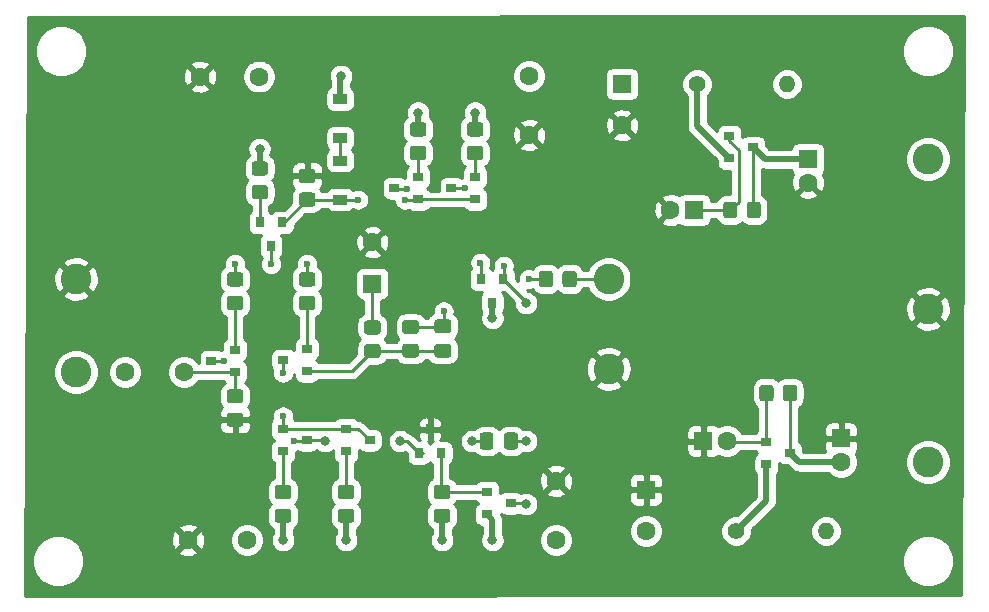
<source format=gbr>
G04 #@! TF.GenerationSoftware,KiCad,Pcbnew,(5.1.7-0-10_14)*
G04 #@! TF.CreationDate,2020-10-25T16:19:11+01:00*
G04 #@! TF.ProjectId,pre-amp-discret,7072652d-616d-4702-9d64-697363726574,rev?*
G04 #@! TF.SameCoordinates,Original*
G04 #@! TF.FileFunction,Copper,L1,Top*
G04 #@! TF.FilePolarity,Positive*
%FSLAX46Y46*%
G04 Gerber Fmt 4.6, Leading zero omitted, Abs format (unit mm)*
G04 Created by KiCad (PCBNEW (5.1.7-0-10_14)) date 2020-10-25 16:19:11*
%MOMM*%
%LPD*%
G01*
G04 APERTURE LIST*
G04 #@! TA.AperFunction,SMDPad,CuDef*
%ADD10R,0.800000X0.900000*%
G04 #@! TD*
G04 #@! TA.AperFunction,ComponentPad*
%ADD11C,1.600000*%
G04 #@! TD*
G04 #@! TA.AperFunction,SMDPad,CuDef*
%ADD12R,0.900000X0.800000*%
G04 #@! TD*
G04 #@! TA.AperFunction,ComponentPad*
%ADD13O,1.400000X1.400000*%
G04 #@! TD*
G04 #@! TA.AperFunction,ComponentPad*
%ADD14C,1.400000*%
G04 #@! TD*
G04 #@! TA.AperFunction,ComponentPad*
%ADD15C,2.600000*%
G04 #@! TD*
G04 #@! TA.AperFunction,SMDPad,CuDef*
%ADD16R,1.200000X0.900000*%
G04 #@! TD*
G04 #@! TA.AperFunction,ComponentPad*
%ADD17R,1.600000X1.600000*%
G04 #@! TD*
G04 #@! TA.AperFunction,ViaPad*
%ADD18C,0.800000*%
G04 #@! TD*
G04 #@! TA.AperFunction,ViaPad*
%ADD19C,0.600000*%
G04 #@! TD*
G04 #@! TA.AperFunction,Conductor*
%ADD20C,0.500000*%
G04 #@! TD*
G04 #@! TA.AperFunction,Conductor*
%ADD21C,0.250000*%
G04 #@! TD*
G04 #@! TA.AperFunction,Conductor*
%ADD22C,0.254000*%
G04 #@! TD*
G04 #@! TA.AperFunction,Conductor*
%ADD23C,0.100000*%
G04 #@! TD*
G04 APERTURE END LIST*
D10*
X162748000Y-121634000D03*
X161798000Y-119634000D03*
X163698000Y-119634000D03*
D11*
X136986000Y-141732000D03*
X141986000Y-141732000D03*
X143002000Y-102489000D03*
X138002000Y-102489000D03*
X168148000Y-136732000D03*
X168148000Y-141732000D03*
X165862000Y-102442000D03*
X165862000Y-107442000D03*
G04 #@! TA.AperFunction,SMDPad,CuDef*
G36*
G01*
X142615499Y-111668000D02*
X143515501Y-111668000D01*
G75*
G02*
X143765500Y-111917999I0J-249999D01*
G01*
X143765500Y-112618001D01*
G75*
G02*
X143515501Y-112868000I-249999J0D01*
G01*
X142615499Y-112868000D01*
G75*
G02*
X142365500Y-112618001I0J249999D01*
G01*
X142365500Y-111917999D01*
G75*
G02*
X142615499Y-111668000I249999J0D01*
G01*
G37*
G04 #@! TD.AperFunction*
G04 #@! TA.AperFunction,SMDPad,CuDef*
G36*
G01*
X142615499Y-109668000D02*
X143515501Y-109668000D01*
G75*
G02*
X143765500Y-109917999I0J-249999D01*
G01*
X143765500Y-110618001D01*
G75*
G02*
X143515501Y-110868000I-249999J0D01*
G01*
X142615499Y-110868000D01*
G75*
G02*
X142365500Y-110618001I0J249999D01*
G01*
X142365500Y-109917999D01*
G75*
G02*
X142615499Y-109668000I249999J0D01*
G01*
G37*
G04 #@! TD.AperFunction*
G04 #@! TA.AperFunction,SMDPad,CuDef*
G36*
G01*
X162850500Y-132875000D02*
X162850500Y-133825000D01*
G75*
G02*
X162600500Y-134075000I-250000J0D01*
G01*
X161925500Y-134075000D01*
G75*
G02*
X161675500Y-133825000I0J250000D01*
G01*
X161675500Y-132875000D01*
G75*
G02*
X161925500Y-132625000I250000J0D01*
G01*
X162600500Y-132625000D01*
G75*
G02*
X162850500Y-132875000I0J-250000D01*
G01*
G37*
G04 #@! TD.AperFunction*
G04 #@! TA.AperFunction,SMDPad,CuDef*
G36*
G01*
X164925500Y-132875000D02*
X164925500Y-133825000D01*
G75*
G02*
X164675500Y-134075000I-250000J0D01*
G01*
X164000500Y-134075000D01*
G75*
G02*
X163750500Y-133825000I0J250000D01*
G01*
X163750500Y-132875000D01*
G75*
G02*
X164000500Y-132625000I250000J0D01*
G01*
X164675500Y-132625000D01*
G75*
G02*
X164925500Y-132875000I0J-250000D01*
G01*
G37*
G04 #@! TD.AperFunction*
G04 #@! TA.AperFunction,SMDPad,CuDef*
G36*
G01*
X158084500Y-125122000D02*
X159034500Y-125122000D01*
G75*
G02*
X159284500Y-125372000I0J-250000D01*
G01*
X159284500Y-126047000D01*
G75*
G02*
X159034500Y-126297000I-250000J0D01*
G01*
X158084500Y-126297000D01*
G75*
G02*
X157834500Y-126047000I0J250000D01*
G01*
X157834500Y-125372000D01*
G75*
G02*
X158084500Y-125122000I250000J0D01*
G01*
G37*
G04 #@! TD.AperFunction*
G04 #@! TA.AperFunction,SMDPad,CuDef*
G36*
G01*
X158084500Y-123047000D02*
X159034500Y-123047000D01*
G75*
G02*
X159284500Y-123297000I0J-250000D01*
G01*
X159284500Y-123972000D01*
G75*
G02*
X159034500Y-124222000I-250000J0D01*
G01*
X158084500Y-124222000D01*
G75*
G02*
X157834500Y-123972000I0J250000D01*
G01*
X157834500Y-123297000D01*
G75*
G02*
X158084500Y-123047000I250000J0D01*
G01*
G37*
G04 #@! TD.AperFunction*
D12*
X156464000Y-112898000D03*
X156464000Y-110998000D03*
X154464000Y-111948000D03*
G04 #@! TA.AperFunction,SMDPad,CuDef*
G36*
G01*
X140519999Y-130956000D02*
X141420001Y-130956000D01*
G75*
G02*
X141670000Y-131205999I0J-249999D01*
G01*
X141670000Y-131906001D01*
G75*
G02*
X141420001Y-132156000I-249999J0D01*
G01*
X140519999Y-132156000D01*
G75*
G02*
X140270000Y-131906001I0J249999D01*
G01*
X140270000Y-131205999D01*
G75*
G02*
X140519999Y-130956000I249999J0D01*
G01*
G37*
G04 #@! TD.AperFunction*
G04 #@! TA.AperFunction,SMDPad,CuDef*
G36*
G01*
X140519999Y-128956000D02*
X141420001Y-128956000D01*
G75*
G02*
X141670000Y-129205999I0J-249999D01*
G01*
X141670000Y-129906001D01*
G75*
G02*
X141420001Y-130156000I-249999J0D01*
G01*
X140519999Y-130156000D01*
G75*
G02*
X140270000Y-129906001I0J249999D01*
G01*
X140270000Y-129205999D01*
G75*
G02*
X140519999Y-128956000I249999J0D01*
G01*
G37*
G04 #@! TD.AperFunction*
D13*
X191008000Y-140970000D03*
D14*
X183388000Y-140970000D03*
G04 #@! TA.AperFunction,SMDPad,CuDef*
G36*
G01*
X187360000Y-129736001D02*
X187360000Y-128835999D01*
G75*
G02*
X187609999Y-128586000I249999J0D01*
G01*
X188310001Y-128586000D01*
G75*
G02*
X188560000Y-128835999I0J-249999D01*
G01*
X188560000Y-129736001D01*
G75*
G02*
X188310001Y-129986000I-249999J0D01*
G01*
X187609999Y-129986000D01*
G75*
G02*
X187360000Y-129736001I0J249999D01*
G01*
G37*
G04 #@! TD.AperFunction*
G04 #@! TA.AperFunction,SMDPad,CuDef*
G36*
G01*
X185360000Y-129736001D02*
X185360000Y-128835999D01*
G75*
G02*
X185609999Y-128586000I249999J0D01*
G01*
X186310001Y-128586000D01*
G75*
G02*
X186560000Y-128835999I0J-249999D01*
G01*
X186560000Y-129736001D01*
G75*
G02*
X186310001Y-129986000I-249999J0D01*
G01*
X185609999Y-129986000D01*
G75*
G02*
X185360000Y-129736001I0J249999D01*
G01*
G37*
G04 #@! TD.AperFunction*
D13*
X187706000Y-103124000D03*
D14*
X180086000Y-103124000D03*
G04 #@! TA.AperFunction,SMDPad,CuDef*
G36*
G01*
X184296000Y-114242001D02*
X184296000Y-113341999D01*
G75*
G02*
X184545999Y-113092000I249999J0D01*
G01*
X185246001Y-113092000D01*
G75*
G02*
X185496000Y-113341999I0J-249999D01*
G01*
X185496000Y-114242001D01*
G75*
G02*
X185246001Y-114492000I-249999J0D01*
G01*
X184545999Y-114492000D01*
G75*
G02*
X184296000Y-114242001I0J249999D01*
G01*
G37*
G04 #@! TD.AperFunction*
G04 #@! TA.AperFunction,SMDPad,CuDef*
G36*
G01*
X182296000Y-114242001D02*
X182296000Y-113341999D01*
G75*
G02*
X182545999Y-113092000I249999J0D01*
G01*
X183246001Y-113092000D01*
G75*
G02*
X183496000Y-113341999I0J-249999D01*
G01*
X183496000Y-114242001D01*
G75*
G02*
X183246001Y-114492000I-249999J0D01*
G01*
X182545999Y-114492000D01*
G75*
G02*
X182296000Y-114242001I0J249999D01*
G01*
G37*
G04 #@! TD.AperFunction*
G04 #@! TA.AperFunction,SMDPad,CuDef*
G36*
G01*
X167891000Y-119183999D02*
X167891000Y-120084001D01*
G75*
G02*
X167641001Y-120334000I-249999J0D01*
G01*
X166940999Y-120334000D01*
G75*
G02*
X166691000Y-120084001I0J249999D01*
G01*
X166691000Y-119183999D01*
G75*
G02*
X166940999Y-118934000I249999J0D01*
G01*
X167641001Y-118934000D01*
G75*
G02*
X167891000Y-119183999I0J-249999D01*
G01*
G37*
G04 #@! TD.AperFunction*
G04 #@! TA.AperFunction,SMDPad,CuDef*
G36*
G01*
X169891000Y-119183999D02*
X169891000Y-120084001D01*
G75*
G02*
X169641001Y-120334000I-249999J0D01*
G01*
X168940999Y-120334000D01*
G75*
G02*
X168691000Y-120084001I0J249999D01*
G01*
X168691000Y-119183999D01*
G75*
G02*
X168940999Y-118934000I249999J0D01*
G01*
X169641001Y-118934000D01*
G75*
G02*
X169891000Y-119183999I0J-249999D01*
G01*
G37*
G04 #@! TD.AperFunction*
G04 #@! TA.AperFunction,SMDPad,CuDef*
G36*
G01*
X156013999Y-108366000D02*
X156914001Y-108366000D01*
G75*
G02*
X157164000Y-108615999I0J-249999D01*
G01*
X157164000Y-109316001D01*
G75*
G02*
X156914001Y-109566000I-249999J0D01*
G01*
X156013999Y-109566000D01*
G75*
G02*
X155764000Y-109316001I0J249999D01*
G01*
X155764000Y-108615999D01*
G75*
G02*
X156013999Y-108366000I249999J0D01*
G01*
G37*
G04 #@! TD.AperFunction*
G04 #@! TA.AperFunction,SMDPad,CuDef*
G36*
G01*
X156013999Y-106366000D02*
X156914001Y-106366000D01*
G75*
G02*
X157164000Y-106615999I0J-249999D01*
G01*
X157164000Y-107316001D01*
G75*
G02*
X156914001Y-107566000I-249999J0D01*
G01*
X156013999Y-107566000D01*
G75*
G02*
X155764000Y-107316001I0J249999D01*
G01*
X155764000Y-106615999D01*
G75*
G02*
X156013999Y-106366000I249999J0D01*
G01*
G37*
G04 #@! TD.AperFunction*
G04 #@! TA.AperFunction,SMDPad,CuDef*
G36*
G01*
X160839999Y-108366000D02*
X161740001Y-108366000D01*
G75*
G02*
X161990000Y-108615999I0J-249999D01*
G01*
X161990000Y-109316001D01*
G75*
G02*
X161740001Y-109566000I-249999J0D01*
G01*
X160839999Y-109566000D01*
G75*
G02*
X160590000Y-109316001I0J249999D01*
G01*
X160590000Y-108615999D01*
G75*
G02*
X160839999Y-108366000I249999J0D01*
G01*
G37*
G04 #@! TD.AperFunction*
G04 #@! TA.AperFunction,SMDPad,CuDef*
G36*
G01*
X160839999Y-106366000D02*
X161740001Y-106366000D01*
G75*
G02*
X161990000Y-106615999I0J-249999D01*
G01*
X161990000Y-107316001D01*
G75*
G02*
X161740001Y-107566000I-249999J0D01*
G01*
X160839999Y-107566000D01*
G75*
G02*
X160590000Y-107316001I0J249999D01*
G01*
X160590000Y-106615999D01*
G75*
G02*
X160839999Y-106366000I249999J0D01*
G01*
G37*
G04 #@! TD.AperFunction*
G04 #@! TA.AperFunction,SMDPad,CuDef*
G36*
G01*
X158045999Y-139068000D02*
X158946001Y-139068000D01*
G75*
G02*
X159196000Y-139317999I0J-249999D01*
G01*
X159196000Y-140018001D01*
G75*
G02*
X158946001Y-140268000I-249999J0D01*
G01*
X158045999Y-140268000D01*
G75*
G02*
X157796000Y-140018001I0J249999D01*
G01*
X157796000Y-139317999D01*
G75*
G02*
X158045999Y-139068000I249999J0D01*
G01*
G37*
G04 #@! TD.AperFunction*
G04 #@! TA.AperFunction,SMDPad,CuDef*
G36*
G01*
X158045999Y-137068000D02*
X158946001Y-137068000D01*
G75*
G02*
X159196000Y-137317999I0J-249999D01*
G01*
X159196000Y-138018001D01*
G75*
G02*
X158946001Y-138268000I-249999J0D01*
G01*
X158045999Y-138268000D01*
G75*
G02*
X157796000Y-138018001I0J249999D01*
G01*
X157796000Y-137317999D01*
G75*
G02*
X158045999Y-137068000I249999J0D01*
G01*
G37*
G04 #@! TD.AperFunction*
G04 #@! TA.AperFunction,SMDPad,CuDef*
G36*
G01*
X155378999Y-125098000D02*
X156279001Y-125098000D01*
G75*
G02*
X156529000Y-125347999I0J-249999D01*
G01*
X156529000Y-126048001D01*
G75*
G02*
X156279001Y-126298000I-249999J0D01*
G01*
X155378999Y-126298000D01*
G75*
G02*
X155129000Y-126048001I0J249999D01*
G01*
X155129000Y-125347999D01*
G75*
G02*
X155378999Y-125098000I249999J0D01*
G01*
G37*
G04 #@! TD.AperFunction*
G04 #@! TA.AperFunction,SMDPad,CuDef*
G36*
G01*
X155378999Y-123098000D02*
X156279001Y-123098000D01*
G75*
G02*
X156529000Y-123347999I0J-249999D01*
G01*
X156529000Y-124048001D01*
G75*
G02*
X156279001Y-124298000I-249999J0D01*
G01*
X155378999Y-124298000D01*
G75*
G02*
X155129000Y-124048001I0J249999D01*
G01*
X155129000Y-123347999D01*
G75*
G02*
X155378999Y-123098000I249999J0D01*
G01*
G37*
G04 #@! TD.AperFunction*
G04 #@! TA.AperFunction,SMDPad,CuDef*
G36*
G01*
X153040501Y-124330000D02*
X152140499Y-124330000D01*
G75*
G02*
X151890500Y-124080001I0J249999D01*
G01*
X151890500Y-123379999D01*
G75*
G02*
X152140499Y-123130000I249999J0D01*
G01*
X153040501Y-123130000D01*
G75*
G02*
X153290500Y-123379999I0J-249999D01*
G01*
X153290500Y-124080001D01*
G75*
G02*
X153040501Y-124330000I-249999J0D01*
G01*
G37*
G04 #@! TD.AperFunction*
G04 #@! TA.AperFunction,SMDPad,CuDef*
G36*
G01*
X153040501Y-126330000D02*
X152140499Y-126330000D01*
G75*
G02*
X151890500Y-126080001I0J249999D01*
G01*
X151890500Y-125379999D01*
G75*
G02*
X152140499Y-125130000I249999J0D01*
G01*
X153040501Y-125130000D01*
G75*
G02*
X153290500Y-125379999I0J-249999D01*
G01*
X153290500Y-126080001D01*
G75*
G02*
X153040501Y-126330000I-249999J0D01*
G01*
G37*
G04 #@! TD.AperFunction*
G04 #@! TA.AperFunction,SMDPad,CuDef*
G36*
G01*
X147516001Y-111503000D02*
X146615999Y-111503000D01*
G75*
G02*
X146366000Y-111253001I0J249999D01*
G01*
X146366000Y-110552999D01*
G75*
G02*
X146615999Y-110303000I249999J0D01*
G01*
X147516001Y-110303000D01*
G75*
G02*
X147766000Y-110552999I0J-249999D01*
G01*
X147766000Y-111253001D01*
G75*
G02*
X147516001Y-111503000I-249999J0D01*
G01*
G37*
G04 #@! TD.AperFunction*
G04 #@! TA.AperFunction,SMDPad,CuDef*
G36*
G01*
X147516001Y-113503000D02*
X146615999Y-113503000D01*
G75*
G02*
X146366000Y-113253001I0J249999D01*
G01*
X146366000Y-112552999D01*
G75*
G02*
X146615999Y-112303000I249999J0D01*
G01*
X147516001Y-112303000D01*
G75*
G02*
X147766000Y-112552999I0J-249999D01*
G01*
X147766000Y-113253001D01*
G75*
G02*
X147516001Y-113503000I-249999J0D01*
G01*
G37*
G04 #@! TD.AperFunction*
G04 #@! TA.AperFunction,SMDPad,CuDef*
G36*
G01*
X149917999Y-139068000D02*
X150818001Y-139068000D01*
G75*
G02*
X151068000Y-139317999I0J-249999D01*
G01*
X151068000Y-140018001D01*
G75*
G02*
X150818001Y-140268000I-249999J0D01*
G01*
X149917999Y-140268000D01*
G75*
G02*
X149668000Y-140018001I0J249999D01*
G01*
X149668000Y-139317999D01*
G75*
G02*
X149917999Y-139068000I249999J0D01*
G01*
G37*
G04 #@! TD.AperFunction*
G04 #@! TA.AperFunction,SMDPad,CuDef*
G36*
G01*
X149917999Y-137068000D02*
X150818001Y-137068000D01*
G75*
G02*
X151068000Y-137317999I0J-249999D01*
G01*
X151068000Y-138018001D01*
G75*
G02*
X150818001Y-138268000I-249999J0D01*
G01*
X149917999Y-138268000D01*
G75*
G02*
X149668000Y-138018001I0J249999D01*
G01*
X149668000Y-137317999D01*
G75*
G02*
X149917999Y-137068000I249999J0D01*
G01*
G37*
G04 #@! TD.AperFunction*
G04 #@! TA.AperFunction,SMDPad,CuDef*
G36*
G01*
X146615999Y-121066000D02*
X147516001Y-121066000D01*
G75*
G02*
X147766000Y-121315999I0J-249999D01*
G01*
X147766000Y-122016001D01*
G75*
G02*
X147516001Y-122266000I-249999J0D01*
G01*
X146615999Y-122266000D01*
G75*
G02*
X146366000Y-122016001I0J249999D01*
G01*
X146366000Y-121315999D01*
G75*
G02*
X146615999Y-121066000I249999J0D01*
G01*
G37*
G04 #@! TD.AperFunction*
G04 #@! TA.AperFunction,SMDPad,CuDef*
G36*
G01*
X146615999Y-119066000D02*
X147516001Y-119066000D01*
G75*
G02*
X147766000Y-119315999I0J-249999D01*
G01*
X147766000Y-120016001D01*
G75*
G02*
X147516001Y-120266000I-249999J0D01*
G01*
X146615999Y-120266000D01*
G75*
G02*
X146366000Y-120016001I0J249999D01*
G01*
X146366000Y-119315999D01*
G75*
G02*
X146615999Y-119066000I249999J0D01*
G01*
G37*
G04 #@! TD.AperFunction*
G04 #@! TA.AperFunction,SMDPad,CuDef*
G36*
G01*
X144583999Y-139068000D02*
X145484001Y-139068000D01*
G75*
G02*
X145734000Y-139317999I0J-249999D01*
G01*
X145734000Y-140018001D01*
G75*
G02*
X145484001Y-140268000I-249999J0D01*
G01*
X144583999Y-140268000D01*
G75*
G02*
X144334000Y-140018001I0J249999D01*
G01*
X144334000Y-139317999D01*
G75*
G02*
X144583999Y-139068000I249999J0D01*
G01*
G37*
G04 #@! TD.AperFunction*
G04 #@! TA.AperFunction,SMDPad,CuDef*
G36*
G01*
X144583999Y-137068000D02*
X145484001Y-137068000D01*
G75*
G02*
X145734000Y-137317999I0J-249999D01*
G01*
X145734000Y-138018001D01*
G75*
G02*
X145484001Y-138268000I-249999J0D01*
G01*
X144583999Y-138268000D01*
G75*
G02*
X144334000Y-138018001I0J249999D01*
G01*
X144334000Y-137317999D01*
G75*
G02*
X144583999Y-137068000I249999J0D01*
G01*
G37*
G04 #@! TD.AperFunction*
G04 #@! TA.AperFunction,SMDPad,CuDef*
G36*
G01*
X140519999Y-121066000D02*
X141420001Y-121066000D01*
G75*
G02*
X141670000Y-121315999I0J-249999D01*
G01*
X141670000Y-122016001D01*
G75*
G02*
X141420001Y-122266000I-249999J0D01*
G01*
X140519999Y-122266000D01*
G75*
G02*
X140270000Y-122016001I0J249999D01*
G01*
X140270000Y-121315999D01*
G75*
G02*
X140519999Y-121066000I249999J0D01*
G01*
G37*
G04 #@! TD.AperFunction*
G04 #@! TA.AperFunction,SMDPad,CuDef*
G36*
G01*
X140519999Y-119066000D02*
X141420001Y-119066000D01*
G75*
G02*
X141670000Y-119315999I0J-249999D01*
G01*
X141670000Y-120016001D01*
G75*
G02*
X141420001Y-120266000I-249999J0D01*
G01*
X140519999Y-120266000D01*
G75*
G02*
X140270000Y-120016001I0J249999D01*
G01*
X140270000Y-119315999D01*
G75*
G02*
X140519999Y-119066000I249999J0D01*
G01*
G37*
G04 #@! TD.AperFunction*
D12*
X187944000Y-134366000D03*
X185944000Y-135316000D03*
X185944000Y-133416000D03*
X184830000Y-108474000D03*
X182830000Y-109424000D03*
X182830000Y-107524000D03*
X164306000Y-138618000D03*
X162306000Y-139568000D03*
X162306000Y-137668000D03*
X159290000Y-111948000D03*
X161290000Y-110998000D03*
X161290000Y-112898000D03*
D10*
X157480000Y-132350000D03*
X158430000Y-134350000D03*
X156530000Y-134350000D03*
D12*
X145050000Y-126492000D03*
X147050000Y-125542000D03*
X147050000Y-127442000D03*
X152368000Y-133284000D03*
X150368000Y-134234000D03*
X150368000Y-132334000D03*
D10*
X144018000Y-116840000D03*
X143068000Y-114840000D03*
X144968000Y-114840000D03*
D12*
X147034000Y-133284000D03*
X145034000Y-134234000D03*
X145034000Y-132334000D03*
X138970000Y-126558000D03*
X140970000Y-125608000D03*
X140970000Y-127508000D03*
D15*
X172593000Y-127254000D03*
X172593000Y-119634000D03*
X199644000Y-122174000D03*
X127508000Y-127508000D03*
X199644000Y-135128000D03*
X127508000Y-119634000D03*
X199644000Y-109474000D03*
D16*
X149860000Y-109603000D03*
X149860000Y-112903000D03*
X149860000Y-104396000D03*
X149860000Y-107696000D03*
D11*
X182626000Y-133350000D03*
D17*
X180626000Y-133350000D03*
D11*
X192278000Y-135128000D03*
D17*
X192278000Y-133128000D03*
D11*
X177832000Y-113792000D03*
D17*
X179832000Y-113792000D03*
D11*
X189484000Y-111474000D03*
D17*
X189484000Y-109474000D03*
D11*
X152590500Y-116522500D03*
D17*
X152590500Y-120022500D03*
D11*
X175768000Y-140970000D03*
D17*
X175768000Y-137470000D03*
D11*
X131652000Y-127508000D03*
X136652000Y-127508000D03*
X173736000Y-106624000D03*
D17*
X173736000Y-103124000D03*
D18*
X143052800Y-108610400D03*
X149940000Y-102442000D03*
X156464000Y-105537000D03*
X161290000Y-105537000D03*
X145034000Y-141732000D03*
X150368000Y-141732000D03*
X158496000Y-141732000D03*
X162750500Y-141732000D03*
X162750500Y-122936000D03*
X148590000Y-133350000D03*
X154940000Y-133350000D03*
X161036000Y-133350000D03*
D19*
X140017500Y-126555500D03*
X145923000Y-133350000D03*
D18*
X165608000Y-138684000D03*
X165608000Y-121666000D03*
X165608000Y-133350000D03*
D19*
X160464500Y-111950500D03*
X163703000Y-118491000D03*
X151384000Y-112903000D03*
X155321000Y-112903000D03*
X145034000Y-127571500D03*
X145034000Y-131254500D03*
X140970000Y-118364000D03*
X147066000Y-118364000D03*
X144018000Y-118364000D03*
X161734500Y-118237000D03*
X155511500Y-112014000D03*
X165862000Y-119634000D03*
X158623000Y-122364500D03*
D20*
X149858000Y-104394000D02*
X149860000Y-104396000D01*
X149860000Y-102522000D02*
X149940000Y-102442000D01*
X149860000Y-104396000D02*
X149860000Y-102522000D01*
X180086000Y-106680000D02*
X180086000Y-103124000D01*
X182830000Y-109424000D02*
X180086000Y-106680000D01*
X143065500Y-108623100D02*
X143052800Y-108610400D01*
X143065500Y-110268000D02*
X143065500Y-108623100D01*
X156464000Y-106966000D02*
X156464000Y-105537000D01*
X161290000Y-106966000D02*
X161290000Y-105537000D01*
D21*
X140970000Y-129556000D02*
X140970000Y-127508000D01*
X140970000Y-127508000D02*
X136652000Y-127508000D01*
D20*
X145034000Y-139668000D02*
X145034000Y-141732000D01*
X150368000Y-139668000D02*
X150368000Y-141732000D01*
X158496000Y-139668000D02*
X158496000Y-141732000D01*
X185944000Y-138414000D02*
X183388000Y-140970000D01*
X185944000Y-135316000D02*
X185944000Y-138414000D01*
X162748000Y-122933500D02*
X162750500Y-122936000D01*
X162748000Y-121634000D02*
X162748000Y-122933500D01*
X162750500Y-140012500D02*
X162306000Y-139568000D01*
X162750500Y-141732000D02*
X162750500Y-140012500D01*
D21*
X152590500Y-123730000D02*
X152590500Y-120022500D01*
X148524000Y-133284000D02*
X148590000Y-133350000D01*
X147034000Y-133284000D02*
X148524000Y-133284000D01*
X155530000Y-133350000D02*
X156530000Y-134350000D01*
X154940000Y-133350000D02*
X155530000Y-133350000D01*
X156530000Y-134350000D02*
X156915002Y-134350000D01*
X161036000Y-133350000D02*
X162263000Y-133350000D01*
X140015000Y-126558000D02*
X140017500Y-126555500D01*
X138970000Y-126558000D02*
X140015000Y-126558000D01*
X146968000Y-133350000D02*
X147034000Y-133284000D01*
X145923000Y-133350000D02*
X146968000Y-133350000D01*
X164306000Y-138618000D02*
X165542000Y-138618000D01*
X165542000Y-138618000D02*
X165608000Y-138684000D01*
X165608000Y-121544000D02*
X163698000Y-119634000D01*
X164338000Y-133350000D02*
X165608000Y-133350000D01*
X160462000Y-111948000D02*
X160464500Y-111950500D01*
X159290000Y-111948000D02*
X160462000Y-111948000D01*
X163703000Y-119629000D02*
X163698000Y-119634000D01*
X163703000Y-118491000D02*
X163703000Y-119629000D01*
X184830000Y-113726000D02*
X184896000Y-113792000D01*
X184830000Y-108474000D02*
X184830000Y-113726000D01*
D20*
X185830000Y-109474000D02*
X184830000Y-108474000D01*
X189484000Y-109474000D02*
X185830000Y-109474000D01*
D21*
X183605001Y-113082999D02*
X182896000Y-113792000D01*
X183605001Y-108684003D02*
X183605001Y-113082999D01*
X182830000Y-107909002D02*
X183605001Y-108684003D01*
X182830000Y-107524000D02*
X182830000Y-107909002D01*
X179832000Y-113792000D02*
X182896000Y-113792000D01*
X187944000Y-129302000D02*
X187960000Y-129286000D01*
X187944000Y-134366000D02*
X187944000Y-129302000D01*
D20*
X188706000Y-135128000D02*
X187944000Y-134366000D01*
X192278000Y-135128000D02*
X188706000Y-135128000D01*
D21*
X185960000Y-133400000D02*
X185944000Y-133416000D01*
X185960000Y-129286000D02*
X185960000Y-133400000D01*
X182692000Y-133416000D02*
X182626000Y-133350000D01*
X185944000Y-133416000D02*
X182692000Y-133416000D01*
X149860000Y-107696000D02*
X149860000Y-109603000D01*
X149796500Y-112839500D02*
X149860000Y-112776000D01*
X161153347Y-113034653D02*
X161290000Y-112898000D01*
X149860000Y-112903000D02*
X151384000Y-112903000D01*
X156459000Y-112903000D02*
X156464000Y-112898000D01*
X155321000Y-112903000D02*
X156459000Y-112903000D01*
X156464000Y-112898000D02*
X161290000Y-112898000D01*
X144968000Y-114840000D02*
X145002000Y-114840000D01*
X144968000Y-114840000D02*
X145065500Y-114840000D01*
X147066000Y-112903000D02*
X149860000Y-112903000D01*
X145129000Y-114840000D02*
X147066000Y-112903000D01*
X144968000Y-114840000D02*
X145129000Y-114840000D01*
X169291000Y-119634000D02*
X172593000Y-119634000D01*
X140970000Y-125608000D02*
X140970000Y-121666000D01*
X145034000Y-134234000D02*
X145034000Y-137668000D01*
X145034000Y-126508000D02*
X145050000Y-126492000D01*
X145034000Y-132334000D02*
X150368000Y-132334000D01*
X151418000Y-132334000D02*
X152368000Y-133284000D01*
X150368000Y-132334000D02*
X151418000Y-132334000D01*
X145050000Y-127555500D02*
X145034000Y-127571500D01*
X145050000Y-126492000D02*
X145050000Y-127555500D01*
X145034000Y-131254500D02*
X145034000Y-132334000D01*
X140970000Y-119666000D02*
X141192000Y-119666000D01*
X147066000Y-119666000D02*
X146844000Y-119666000D01*
X140970000Y-119666000D02*
X140970000Y-118364000D01*
X147066000Y-118364000D02*
X147066000Y-119666000D01*
X144018000Y-116840000D02*
X144018000Y-118364000D01*
X143068000Y-112524500D02*
X143065500Y-112522000D01*
X143068000Y-112270500D02*
X143065500Y-112268000D01*
X143068000Y-114840000D02*
X143068000Y-112270500D01*
X150368000Y-134234000D02*
X150368000Y-137668000D01*
X147050000Y-121682000D02*
X147066000Y-121666000D01*
X147050000Y-125542000D02*
X147050000Y-121682000D01*
X158430000Y-137602000D02*
X158496000Y-137668000D01*
X158430000Y-134350000D02*
X158430000Y-137602000D01*
X158496000Y-137668000D02*
X162306000Y-137668000D01*
X161290000Y-110998000D02*
X161290000Y-108966000D01*
X156464000Y-110998000D02*
X156464000Y-108966000D01*
X147052500Y-127444500D02*
X147050000Y-127442000D01*
X155840500Y-125709500D02*
X155829000Y-125698000D01*
X158559500Y-125709500D02*
X155840500Y-125709500D01*
X152622500Y-125698000D02*
X152590500Y-125730000D01*
X155829000Y-125698000D02*
X152622500Y-125698000D01*
X150878500Y-127442000D02*
X152590500Y-125730000D01*
X147050000Y-127442000D02*
X150878500Y-127442000D01*
X161798000Y-118300500D02*
X161734500Y-118237000D01*
X161798000Y-119634000D02*
X161798000Y-118300500D01*
X154530000Y-112014000D02*
X154464000Y-111948000D01*
X155511500Y-112014000D02*
X154530000Y-112014000D01*
X158496000Y-123698000D02*
X158559500Y-123634500D01*
X155829000Y-123698000D02*
X158496000Y-123698000D01*
X165862000Y-119634000D02*
X167291000Y-119634000D01*
X158623000Y-123571000D02*
X158559500Y-123634500D01*
X158623000Y-122364500D02*
X158623000Y-123571000D01*
D22*
X202438653Y-146399351D02*
X123190657Y-146462648D01*
X123207011Y-143289872D01*
X123749000Y-143289872D01*
X123749000Y-143730128D01*
X123834890Y-144161925D01*
X124003369Y-144568669D01*
X124247962Y-144934729D01*
X124559271Y-145246038D01*
X124925331Y-145490631D01*
X125332075Y-145659110D01*
X125763872Y-145745000D01*
X126204128Y-145745000D01*
X126635925Y-145659110D01*
X127042669Y-145490631D01*
X127408729Y-145246038D01*
X127720038Y-144934729D01*
X127964631Y-144568669D01*
X128133110Y-144161925D01*
X128219000Y-143730128D01*
X128219000Y-143289872D01*
X197409000Y-143289872D01*
X197409000Y-143730128D01*
X197494890Y-144161925D01*
X197663369Y-144568669D01*
X197907962Y-144934729D01*
X198219271Y-145246038D01*
X198585331Y-145490631D01*
X198992075Y-145659110D01*
X199423872Y-145745000D01*
X199864128Y-145745000D01*
X200295925Y-145659110D01*
X200702669Y-145490631D01*
X201068729Y-145246038D01*
X201380038Y-144934729D01*
X201624631Y-144568669D01*
X201793110Y-144161925D01*
X201879000Y-143730128D01*
X201879000Y-143289872D01*
X201793110Y-142858075D01*
X201624631Y-142451331D01*
X201380038Y-142085271D01*
X201068729Y-141773962D01*
X200702669Y-141529369D01*
X200295925Y-141360890D01*
X199864128Y-141275000D01*
X199423872Y-141275000D01*
X198992075Y-141360890D01*
X198585331Y-141529369D01*
X198219271Y-141773962D01*
X197907962Y-142085271D01*
X197663369Y-142451331D01*
X197494890Y-142858075D01*
X197409000Y-143289872D01*
X128219000Y-143289872D01*
X128133110Y-142858075D01*
X128077866Y-142724702D01*
X136172903Y-142724702D01*
X136244486Y-142968671D01*
X136499996Y-143089571D01*
X136774184Y-143158300D01*
X137056512Y-143172217D01*
X137336130Y-143130787D01*
X137602292Y-143035603D01*
X137727514Y-142968671D01*
X137799097Y-142724702D01*
X136986000Y-141911605D01*
X136172903Y-142724702D01*
X128077866Y-142724702D01*
X127964631Y-142451331D01*
X127720038Y-142085271D01*
X127437279Y-141802512D01*
X135545783Y-141802512D01*
X135587213Y-142082130D01*
X135682397Y-142348292D01*
X135749329Y-142473514D01*
X135993298Y-142545097D01*
X136806395Y-141732000D01*
X137165605Y-141732000D01*
X137978702Y-142545097D01*
X138222671Y-142473514D01*
X138343571Y-142218004D01*
X138412300Y-141943816D01*
X138426217Y-141661488D01*
X138415724Y-141590665D01*
X140551000Y-141590665D01*
X140551000Y-141873335D01*
X140606147Y-142150574D01*
X140714320Y-142411727D01*
X140871363Y-142646759D01*
X141071241Y-142846637D01*
X141306273Y-143003680D01*
X141567426Y-143111853D01*
X141844665Y-143167000D01*
X142127335Y-143167000D01*
X142404574Y-143111853D01*
X142665727Y-143003680D01*
X142900759Y-142846637D01*
X143100637Y-142646759D01*
X143257680Y-142411727D01*
X143365853Y-142150574D01*
X143421000Y-141873335D01*
X143421000Y-141590665D01*
X143365853Y-141313426D01*
X143257680Y-141052273D01*
X143100637Y-140817241D01*
X142900759Y-140617363D01*
X142665727Y-140460320D01*
X142404574Y-140352147D01*
X142127335Y-140297000D01*
X141844665Y-140297000D01*
X141567426Y-140352147D01*
X141306273Y-140460320D01*
X141071241Y-140617363D01*
X140871363Y-140817241D01*
X140714320Y-141052273D01*
X140606147Y-141313426D01*
X140551000Y-141590665D01*
X138415724Y-141590665D01*
X138384787Y-141381870D01*
X138289603Y-141115708D01*
X138222671Y-140990486D01*
X137978702Y-140918903D01*
X137165605Y-141732000D01*
X136806395Y-141732000D01*
X135993298Y-140918903D01*
X135749329Y-140990486D01*
X135628429Y-141245996D01*
X135559700Y-141520184D01*
X135545783Y-141802512D01*
X127437279Y-141802512D01*
X127408729Y-141773962D01*
X127042669Y-141529369D01*
X126635925Y-141360890D01*
X126204128Y-141275000D01*
X125763872Y-141275000D01*
X125332075Y-141360890D01*
X124925331Y-141529369D01*
X124559271Y-141773962D01*
X124247962Y-142085271D01*
X124003369Y-142451331D01*
X123834890Y-142858075D01*
X123749000Y-143289872D01*
X123207011Y-143289872D01*
X123220158Y-140739298D01*
X136172903Y-140739298D01*
X136986000Y-141552395D01*
X137799097Y-140739298D01*
X137727514Y-140495329D01*
X137472004Y-140374429D01*
X137197816Y-140305700D01*
X136915488Y-140291783D01*
X136635870Y-140333213D01*
X136369708Y-140428397D01*
X136244486Y-140495329D01*
X136172903Y-140739298D01*
X123220158Y-140739298D01*
X123237793Y-137317999D01*
X143695928Y-137317999D01*
X143695928Y-138018001D01*
X143712992Y-138191255D01*
X143763528Y-138357851D01*
X143845595Y-138511387D01*
X143956038Y-138645962D01*
X143982891Y-138668000D01*
X143956038Y-138690038D01*
X143845595Y-138824613D01*
X143763528Y-138978149D01*
X143712992Y-139144745D01*
X143695928Y-139317999D01*
X143695928Y-140018001D01*
X143712992Y-140191255D01*
X143763528Y-140357851D01*
X143845595Y-140511387D01*
X143956038Y-140645962D01*
X144090613Y-140756405D01*
X144149001Y-140787614D01*
X144149001Y-141193545D01*
X144116795Y-141241744D01*
X144038774Y-141430102D01*
X143999000Y-141630061D01*
X143999000Y-141833939D01*
X144038774Y-142033898D01*
X144116795Y-142222256D01*
X144230063Y-142391774D01*
X144374226Y-142535937D01*
X144543744Y-142649205D01*
X144732102Y-142727226D01*
X144932061Y-142767000D01*
X145135939Y-142767000D01*
X145335898Y-142727226D01*
X145524256Y-142649205D01*
X145693774Y-142535937D01*
X145837937Y-142391774D01*
X145951205Y-142222256D01*
X146029226Y-142033898D01*
X146069000Y-141833939D01*
X146069000Y-141630061D01*
X146029226Y-141430102D01*
X145951205Y-141241744D01*
X145919000Y-141193546D01*
X145919000Y-140787614D01*
X145977387Y-140756405D01*
X146111962Y-140645962D01*
X146222405Y-140511387D01*
X146304472Y-140357851D01*
X146355008Y-140191255D01*
X146372072Y-140018001D01*
X146372072Y-139317999D01*
X146355008Y-139144745D01*
X146304472Y-138978149D01*
X146222405Y-138824613D01*
X146111962Y-138690038D01*
X146085109Y-138668000D01*
X146111962Y-138645962D01*
X146222405Y-138511387D01*
X146304472Y-138357851D01*
X146355008Y-138191255D01*
X146372072Y-138018001D01*
X146372072Y-137317999D01*
X146355008Y-137144745D01*
X146304472Y-136978149D01*
X146222405Y-136824613D01*
X146111962Y-136690038D01*
X145977387Y-136579595D01*
X145823851Y-136497528D01*
X145794000Y-136488473D01*
X145794000Y-135188320D01*
X145838494Y-135164537D01*
X145935185Y-135085185D01*
X146014537Y-134988494D01*
X146073502Y-134878180D01*
X146109812Y-134758482D01*
X146122072Y-134634000D01*
X146122072Y-134263719D01*
X146195729Y-134249068D01*
X146251156Y-134226109D01*
X146339820Y-134273502D01*
X146459518Y-134309812D01*
X146584000Y-134322072D01*
X147484000Y-134322072D01*
X147608482Y-134309812D01*
X147728180Y-134273502D01*
X147838494Y-134214537D01*
X147922162Y-134145873D01*
X147930226Y-134153937D01*
X148099744Y-134267205D01*
X148288102Y-134345226D01*
X148488061Y-134385000D01*
X148691939Y-134385000D01*
X148891898Y-134345226D01*
X149080256Y-134267205D01*
X149249774Y-134153937D01*
X149279928Y-134123783D01*
X149279928Y-134634000D01*
X149292188Y-134758482D01*
X149328498Y-134878180D01*
X149387463Y-134988494D01*
X149466815Y-135085185D01*
X149563506Y-135164537D01*
X149608000Y-135188320D01*
X149608001Y-136488473D01*
X149578149Y-136497528D01*
X149424613Y-136579595D01*
X149290038Y-136690038D01*
X149179595Y-136824613D01*
X149097528Y-136978149D01*
X149046992Y-137144745D01*
X149029928Y-137317999D01*
X149029928Y-138018001D01*
X149046992Y-138191255D01*
X149097528Y-138357851D01*
X149179595Y-138511387D01*
X149290038Y-138645962D01*
X149316891Y-138668000D01*
X149290038Y-138690038D01*
X149179595Y-138824613D01*
X149097528Y-138978149D01*
X149046992Y-139144745D01*
X149029928Y-139317999D01*
X149029928Y-140018001D01*
X149046992Y-140191255D01*
X149097528Y-140357851D01*
X149179595Y-140511387D01*
X149290038Y-140645962D01*
X149424613Y-140756405D01*
X149483001Y-140787614D01*
X149483001Y-141193545D01*
X149450795Y-141241744D01*
X149372774Y-141430102D01*
X149333000Y-141630061D01*
X149333000Y-141833939D01*
X149372774Y-142033898D01*
X149450795Y-142222256D01*
X149564063Y-142391774D01*
X149708226Y-142535937D01*
X149877744Y-142649205D01*
X150066102Y-142727226D01*
X150266061Y-142767000D01*
X150469939Y-142767000D01*
X150669898Y-142727226D01*
X150858256Y-142649205D01*
X151027774Y-142535937D01*
X151171937Y-142391774D01*
X151285205Y-142222256D01*
X151363226Y-142033898D01*
X151403000Y-141833939D01*
X151403000Y-141630061D01*
X151363226Y-141430102D01*
X151285205Y-141241744D01*
X151253000Y-141193546D01*
X151253000Y-140787614D01*
X151311387Y-140756405D01*
X151445962Y-140645962D01*
X151556405Y-140511387D01*
X151638472Y-140357851D01*
X151689008Y-140191255D01*
X151706072Y-140018001D01*
X151706072Y-139317999D01*
X151689008Y-139144745D01*
X151638472Y-138978149D01*
X151556405Y-138824613D01*
X151445962Y-138690038D01*
X151419109Y-138668000D01*
X151445962Y-138645962D01*
X151556405Y-138511387D01*
X151638472Y-138357851D01*
X151689008Y-138191255D01*
X151706072Y-138018001D01*
X151706072Y-137317999D01*
X151689008Y-137144745D01*
X151638472Y-136978149D01*
X151556405Y-136824613D01*
X151445962Y-136690038D01*
X151311387Y-136579595D01*
X151157851Y-136497528D01*
X151128000Y-136488473D01*
X151128000Y-135188320D01*
X151172494Y-135164537D01*
X151269185Y-135085185D01*
X151348537Y-134988494D01*
X151407502Y-134878180D01*
X151443812Y-134758482D01*
X151456072Y-134634000D01*
X151456072Y-134122095D01*
X151466815Y-134135185D01*
X151563506Y-134214537D01*
X151673820Y-134273502D01*
X151793518Y-134309812D01*
X151918000Y-134322072D01*
X152818000Y-134322072D01*
X152942482Y-134309812D01*
X153062180Y-134273502D01*
X153172494Y-134214537D01*
X153269185Y-134135185D01*
X153348537Y-134038494D01*
X153407502Y-133928180D01*
X153443812Y-133808482D01*
X153456072Y-133684000D01*
X153456072Y-133248061D01*
X153905000Y-133248061D01*
X153905000Y-133451939D01*
X153944774Y-133651898D01*
X154022795Y-133840256D01*
X154136063Y-134009774D01*
X154280226Y-134153937D01*
X154449744Y-134267205D01*
X154638102Y-134345226D01*
X154838061Y-134385000D01*
X155041939Y-134385000D01*
X155241898Y-134345226D01*
X155389348Y-134284150D01*
X155491928Y-134386729D01*
X155491928Y-134800000D01*
X155504188Y-134924482D01*
X155540498Y-135044180D01*
X155599463Y-135154494D01*
X155678815Y-135251185D01*
X155775506Y-135330537D01*
X155885820Y-135389502D01*
X156005518Y-135425812D01*
X156130000Y-135438072D01*
X156930000Y-135438072D01*
X157054482Y-135425812D01*
X157174180Y-135389502D01*
X157284494Y-135330537D01*
X157381185Y-135251185D01*
X157460537Y-135154494D01*
X157480000Y-135118082D01*
X157499463Y-135154494D01*
X157578815Y-135251185D01*
X157670000Y-135326019D01*
X157670001Y-136516850D01*
X157552613Y-136579595D01*
X157418038Y-136690038D01*
X157307595Y-136824613D01*
X157225528Y-136978149D01*
X157174992Y-137144745D01*
X157157928Y-137317999D01*
X157157928Y-138018001D01*
X157174992Y-138191255D01*
X157225528Y-138357851D01*
X157307595Y-138511387D01*
X157418038Y-138645962D01*
X157444891Y-138668000D01*
X157418038Y-138690038D01*
X157307595Y-138824613D01*
X157225528Y-138978149D01*
X157174992Y-139144745D01*
X157157928Y-139317999D01*
X157157928Y-140018001D01*
X157174992Y-140191255D01*
X157225528Y-140357851D01*
X157307595Y-140511387D01*
X157418038Y-140645962D01*
X157552613Y-140756405D01*
X157611001Y-140787614D01*
X157611001Y-141193545D01*
X157578795Y-141241744D01*
X157500774Y-141430102D01*
X157461000Y-141630061D01*
X157461000Y-141833939D01*
X157500774Y-142033898D01*
X157578795Y-142222256D01*
X157692063Y-142391774D01*
X157836226Y-142535937D01*
X158005744Y-142649205D01*
X158194102Y-142727226D01*
X158394061Y-142767000D01*
X158597939Y-142767000D01*
X158797898Y-142727226D01*
X158986256Y-142649205D01*
X159155774Y-142535937D01*
X159299937Y-142391774D01*
X159413205Y-142222256D01*
X159491226Y-142033898D01*
X159531000Y-141833939D01*
X159531000Y-141630061D01*
X159491226Y-141430102D01*
X159413205Y-141241744D01*
X159381000Y-141193546D01*
X159381000Y-140787614D01*
X159439387Y-140756405D01*
X159573962Y-140645962D01*
X159684405Y-140511387D01*
X159766472Y-140357851D01*
X159817008Y-140191255D01*
X159834072Y-140018001D01*
X159834072Y-139317999D01*
X159817008Y-139144745D01*
X159766472Y-138978149D01*
X159684405Y-138824613D01*
X159573962Y-138690038D01*
X159547109Y-138668000D01*
X159573962Y-138645962D01*
X159684405Y-138511387D01*
X159728976Y-138428000D01*
X161329982Y-138428000D01*
X161404815Y-138519185D01*
X161501506Y-138598537D01*
X161537918Y-138618000D01*
X161501506Y-138637463D01*
X161404815Y-138716815D01*
X161325463Y-138813506D01*
X161266498Y-138923820D01*
X161230188Y-139043518D01*
X161217928Y-139168000D01*
X161217928Y-139968000D01*
X161230188Y-140092482D01*
X161266498Y-140212180D01*
X161325463Y-140322494D01*
X161404815Y-140419185D01*
X161501506Y-140498537D01*
X161611820Y-140557502D01*
X161731518Y-140593812D01*
X161856000Y-140606072D01*
X161865501Y-140606072D01*
X161865500Y-141193545D01*
X161833295Y-141241744D01*
X161755274Y-141430102D01*
X161715500Y-141630061D01*
X161715500Y-141833939D01*
X161755274Y-142033898D01*
X161833295Y-142222256D01*
X161946563Y-142391774D01*
X162090726Y-142535937D01*
X162260244Y-142649205D01*
X162448602Y-142727226D01*
X162648561Y-142767000D01*
X162852439Y-142767000D01*
X163052398Y-142727226D01*
X163240756Y-142649205D01*
X163410274Y-142535937D01*
X163554437Y-142391774D01*
X163667705Y-142222256D01*
X163745726Y-142033898D01*
X163785500Y-141833939D01*
X163785500Y-141630061D01*
X163777664Y-141590665D01*
X166713000Y-141590665D01*
X166713000Y-141873335D01*
X166768147Y-142150574D01*
X166876320Y-142411727D01*
X167033363Y-142646759D01*
X167233241Y-142846637D01*
X167468273Y-143003680D01*
X167729426Y-143111853D01*
X168006665Y-143167000D01*
X168289335Y-143167000D01*
X168566574Y-143111853D01*
X168827727Y-143003680D01*
X169062759Y-142846637D01*
X169262637Y-142646759D01*
X169419680Y-142411727D01*
X169527853Y-142150574D01*
X169583000Y-141873335D01*
X169583000Y-141590665D01*
X169527853Y-141313426D01*
X169419680Y-141052273D01*
X169270271Y-140828665D01*
X174333000Y-140828665D01*
X174333000Y-141111335D01*
X174388147Y-141388574D01*
X174496320Y-141649727D01*
X174653363Y-141884759D01*
X174853241Y-142084637D01*
X175088273Y-142241680D01*
X175349426Y-142349853D01*
X175626665Y-142405000D01*
X175909335Y-142405000D01*
X176186574Y-142349853D01*
X176447727Y-142241680D01*
X176682759Y-142084637D01*
X176882637Y-141884759D01*
X177039680Y-141649727D01*
X177147853Y-141388574D01*
X177203000Y-141111335D01*
X177203000Y-140828665D01*
X177147853Y-140551426D01*
X177039680Y-140290273D01*
X176882637Y-140055241D01*
X176682759Y-139855363D01*
X176447727Y-139698320D01*
X176186574Y-139590147D01*
X175909335Y-139535000D01*
X175626665Y-139535000D01*
X175349426Y-139590147D01*
X175088273Y-139698320D01*
X174853241Y-139855363D01*
X174653363Y-140055241D01*
X174496320Y-140290273D01*
X174388147Y-140551426D01*
X174333000Y-140828665D01*
X169270271Y-140828665D01*
X169262637Y-140817241D01*
X169062759Y-140617363D01*
X168827727Y-140460320D01*
X168566574Y-140352147D01*
X168289335Y-140297000D01*
X168006665Y-140297000D01*
X167729426Y-140352147D01*
X167468273Y-140460320D01*
X167233241Y-140617363D01*
X167033363Y-140817241D01*
X166876320Y-141052273D01*
X166768147Y-141313426D01*
X166713000Y-141590665D01*
X163777664Y-141590665D01*
X163745726Y-141430102D01*
X163667705Y-141241744D01*
X163635500Y-141193546D01*
X163635500Y-140055969D01*
X163639781Y-140012500D01*
X163635500Y-139969031D01*
X163635500Y-139969023D01*
X163622695Y-139839010D01*
X163572089Y-139672187D01*
X163507794Y-139551898D01*
X163611820Y-139607502D01*
X163731518Y-139643812D01*
X163856000Y-139656072D01*
X164756000Y-139656072D01*
X164880482Y-139643812D01*
X165000180Y-139607502D01*
X165070730Y-139569792D01*
X165117744Y-139601205D01*
X165306102Y-139679226D01*
X165506061Y-139719000D01*
X165709939Y-139719000D01*
X165909898Y-139679226D01*
X166098256Y-139601205D01*
X166267774Y-139487937D01*
X166411937Y-139343774D01*
X166525205Y-139174256D01*
X166603226Y-138985898D01*
X166643000Y-138785939D01*
X166643000Y-138582061D01*
X166603226Y-138382102D01*
X166556792Y-138270000D01*
X174329928Y-138270000D01*
X174342188Y-138394482D01*
X174378498Y-138514180D01*
X174437463Y-138624494D01*
X174516815Y-138721185D01*
X174613506Y-138800537D01*
X174723820Y-138859502D01*
X174843518Y-138895812D01*
X174968000Y-138908072D01*
X175482250Y-138905000D01*
X175641000Y-138746250D01*
X175641000Y-137597000D01*
X175895000Y-137597000D01*
X175895000Y-138746250D01*
X176053750Y-138905000D01*
X176568000Y-138908072D01*
X176692482Y-138895812D01*
X176812180Y-138859502D01*
X176922494Y-138800537D01*
X177019185Y-138721185D01*
X177098537Y-138624494D01*
X177157502Y-138514180D01*
X177193812Y-138394482D01*
X177206072Y-138270000D01*
X177203000Y-137755750D01*
X177044250Y-137597000D01*
X175895000Y-137597000D01*
X175641000Y-137597000D01*
X174491750Y-137597000D01*
X174333000Y-137755750D01*
X174329928Y-138270000D01*
X166556792Y-138270000D01*
X166525205Y-138193744D01*
X166411937Y-138024226D01*
X166267774Y-137880063D01*
X166098256Y-137766795D01*
X165996636Y-137724702D01*
X167334903Y-137724702D01*
X167406486Y-137968671D01*
X167661996Y-138089571D01*
X167936184Y-138158300D01*
X168218512Y-138172217D01*
X168498130Y-138130787D01*
X168764292Y-138035603D01*
X168889514Y-137968671D01*
X168961097Y-137724702D01*
X168148000Y-136911605D01*
X167334903Y-137724702D01*
X165996636Y-137724702D01*
X165909898Y-137688774D01*
X165709939Y-137649000D01*
X165506061Y-137649000D01*
X165306102Y-137688774D01*
X165177168Y-137742181D01*
X165110494Y-137687463D01*
X165000180Y-137628498D01*
X164880482Y-137592188D01*
X164756000Y-137579928D01*
X163856000Y-137579928D01*
X163731518Y-137592188D01*
X163611820Y-137628498D01*
X163501506Y-137687463D01*
X163404815Y-137766815D01*
X163394072Y-137779905D01*
X163394072Y-137268000D01*
X163381812Y-137143518D01*
X163345502Y-137023820D01*
X163286537Y-136913506D01*
X163207185Y-136816815D01*
X163189757Y-136802512D01*
X166707783Y-136802512D01*
X166749213Y-137082130D01*
X166844397Y-137348292D01*
X166911329Y-137473514D01*
X167155298Y-137545097D01*
X167968395Y-136732000D01*
X168327605Y-136732000D01*
X169140702Y-137545097D01*
X169384671Y-137473514D01*
X169505571Y-137218004D01*
X169574300Y-136943816D01*
X169587797Y-136670000D01*
X174329928Y-136670000D01*
X174333000Y-137184250D01*
X174491750Y-137343000D01*
X175641000Y-137343000D01*
X175641000Y-136193750D01*
X175895000Y-136193750D01*
X175895000Y-137343000D01*
X177044250Y-137343000D01*
X177203000Y-137184250D01*
X177206072Y-136670000D01*
X177193812Y-136545518D01*
X177157502Y-136425820D01*
X177098537Y-136315506D01*
X177019185Y-136218815D01*
X176922494Y-136139463D01*
X176812180Y-136080498D01*
X176692482Y-136044188D01*
X176568000Y-136031928D01*
X176053750Y-136035000D01*
X175895000Y-136193750D01*
X175641000Y-136193750D01*
X175482250Y-136035000D01*
X174968000Y-136031928D01*
X174843518Y-136044188D01*
X174723820Y-136080498D01*
X174613506Y-136139463D01*
X174516815Y-136218815D01*
X174437463Y-136315506D01*
X174378498Y-136425820D01*
X174342188Y-136545518D01*
X174329928Y-136670000D01*
X169587797Y-136670000D01*
X169588217Y-136661488D01*
X169546787Y-136381870D01*
X169451603Y-136115708D01*
X169384671Y-135990486D01*
X169140702Y-135918903D01*
X168327605Y-136732000D01*
X167968395Y-136732000D01*
X167155298Y-135918903D01*
X166911329Y-135990486D01*
X166790429Y-136245996D01*
X166721700Y-136520184D01*
X166707783Y-136802512D01*
X163189757Y-136802512D01*
X163110494Y-136737463D01*
X163000180Y-136678498D01*
X162880482Y-136642188D01*
X162756000Y-136629928D01*
X161856000Y-136629928D01*
X161731518Y-136642188D01*
X161611820Y-136678498D01*
X161501506Y-136737463D01*
X161404815Y-136816815D01*
X161329982Y-136908000D01*
X159728976Y-136908000D01*
X159684405Y-136824613D01*
X159573962Y-136690038D01*
X159439387Y-136579595D01*
X159285851Y-136497528D01*
X159190000Y-136468452D01*
X159190000Y-135739298D01*
X167334903Y-135739298D01*
X168148000Y-136552395D01*
X168961097Y-135739298D01*
X168889514Y-135495329D01*
X168634004Y-135374429D01*
X168359816Y-135305700D01*
X168077488Y-135291783D01*
X167797870Y-135333213D01*
X167531708Y-135428397D01*
X167406486Y-135495329D01*
X167334903Y-135739298D01*
X159190000Y-135739298D01*
X159190000Y-135326018D01*
X159281185Y-135251185D01*
X159360537Y-135154494D01*
X159419502Y-135044180D01*
X159455812Y-134924482D01*
X159468072Y-134800000D01*
X159468072Y-133900000D01*
X159455812Y-133775518D01*
X159419502Y-133655820D01*
X159360537Y-133545506D01*
X159281185Y-133448815D01*
X159184494Y-133369463D01*
X159074180Y-133310498D01*
X158954482Y-133274188D01*
X158830000Y-133261928D01*
X158318095Y-133261928D01*
X158331185Y-133251185D01*
X158333748Y-133248061D01*
X160001000Y-133248061D01*
X160001000Y-133451939D01*
X160040774Y-133651898D01*
X160118795Y-133840256D01*
X160232063Y-134009774D01*
X160376226Y-134153937D01*
X160545744Y-134267205D01*
X160734102Y-134345226D01*
X160934061Y-134385000D01*
X161137939Y-134385000D01*
X161227193Y-134367246D01*
X161297538Y-134452962D01*
X161432114Y-134563405D01*
X161585650Y-134645472D01*
X161752246Y-134696008D01*
X161925500Y-134713072D01*
X162600500Y-134713072D01*
X162773754Y-134696008D01*
X162940350Y-134645472D01*
X163093886Y-134563405D01*
X163228462Y-134452962D01*
X163300500Y-134365183D01*
X163372538Y-134452962D01*
X163507114Y-134563405D01*
X163660650Y-134645472D01*
X163827246Y-134696008D01*
X164000500Y-134713072D01*
X164675500Y-134713072D01*
X164848754Y-134696008D01*
X165015350Y-134645472D01*
X165168886Y-134563405D01*
X165303462Y-134452962D01*
X165379841Y-134359893D01*
X165506061Y-134385000D01*
X165709939Y-134385000D01*
X165909898Y-134345226D01*
X166098256Y-134267205D01*
X166267774Y-134153937D01*
X166271711Y-134150000D01*
X179187928Y-134150000D01*
X179200188Y-134274482D01*
X179236498Y-134394180D01*
X179295463Y-134504494D01*
X179374815Y-134601185D01*
X179471506Y-134680537D01*
X179581820Y-134739502D01*
X179701518Y-134775812D01*
X179826000Y-134788072D01*
X180340250Y-134785000D01*
X180499000Y-134626250D01*
X180499000Y-133477000D01*
X179349750Y-133477000D01*
X179191000Y-133635750D01*
X179187928Y-134150000D01*
X166271711Y-134150000D01*
X166411937Y-134009774D01*
X166525205Y-133840256D01*
X166603226Y-133651898D01*
X166643000Y-133451939D01*
X166643000Y-133248061D01*
X166603226Y-133048102D01*
X166525205Y-132859744D01*
X166411937Y-132690226D01*
X166271711Y-132550000D01*
X179187928Y-132550000D01*
X179191000Y-133064250D01*
X179349750Y-133223000D01*
X180499000Y-133223000D01*
X180499000Y-132073750D01*
X180753000Y-132073750D01*
X180753000Y-133223000D01*
X180773000Y-133223000D01*
X180773000Y-133477000D01*
X180753000Y-133477000D01*
X180753000Y-134626250D01*
X180911750Y-134785000D01*
X181426000Y-134788072D01*
X181550482Y-134775812D01*
X181670180Y-134739502D01*
X181780494Y-134680537D01*
X181877185Y-134601185D01*
X181890790Y-134584607D01*
X181946273Y-134621680D01*
X182207426Y-134729853D01*
X182484665Y-134785000D01*
X182767335Y-134785000D01*
X183044574Y-134729853D01*
X183305727Y-134621680D01*
X183540759Y-134464637D01*
X183740637Y-134264759D01*
X183799944Y-134176000D01*
X184967982Y-134176000D01*
X185042815Y-134267185D01*
X185139506Y-134346537D01*
X185175918Y-134366000D01*
X185139506Y-134385463D01*
X185042815Y-134464815D01*
X184963463Y-134561506D01*
X184904498Y-134671820D01*
X184868188Y-134791518D01*
X184855928Y-134916000D01*
X184855928Y-135716000D01*
X184868188Y-135840482D01*
X184904498Y-135960180D01*
X184963463Y-136070494D01*
X185042815Y-136167185D01*
X185059000Y-136180468D01*
X185059001Y-138047420D01*
X183471422Y-139635000D01*
X183256514Y-139635000D01*
X182998595Y-139686304D01*
X182755641Y-139786939D01*
X182536987Y-139933038D01*
X182351038Y-140118987D01*
X182204939Y-140337641D01*
X182104304Y-140580595D01*
X182053000Y-140838514D01*
X182053000Y-141101486D01*
X182104304Y-141359405D01*
X182204939Y-141602359D01*
X182351038Y-141821013D01*
X182536987Y-142006962D01*
X182755641Y-142153061D01*
X182998595Y-142253696D01*
X183256514Y-142305000D01*
X183519486Y-142305000D01*
X183777405Y-142253696D01*
X184020359Y-142153061D01*
X184239013Y-142006962D01*
X184424962Y-141821013D01*
X184571061Y-141602359D01*
X184671696Y-141359405D01*
X184723000Y-141101486D01*
X184723000Y-140886578D01*
X184771064Y-140838514D01*
X189673000Y-140838514D01*
X189673000Y-141101486D01*
X189724304Y-141359405D01*
X189824939Y-141602359D01*
X189971038Y-141821013D01*
X190156987Y-142006962D01*
X190375641Y-142153061D01*
X190618595Y-142253696D01*
X190876514Y-142305000D01*
X191139486Y-142305000D01*
X191397405Y-142253696D01*
X191640359Y-142153061D01*
X191859013Y-142006962D01*
X192044962Y-141821013D01*
X192191061Y-141602359D01*
X192291696Y-141359405D01*
X192343000Y-141101486D01*
X192343000Y-140838514D01*
X192291696Y-140580595D01*
X192191061Y-140337641D01*
X192044962Y-140118987D01*
X191859013Y-139933038D01*
X191640359Y-139786939D01*
X191397405Y-139686304D01*
X191139486Y-139635000D01*
X190876514Y-139635000D01*
X190618595Y-139686304D01*
X190375641Y-139786939D01*
X190156987Y-139933038D01*
X189971038Y-140118987D01*
X189824939Y-140337641D01*
X189724304Y-140580595D01*
X189673000Y-140838514D01*
X184771064Y-140838514D01*
X186539049Y-139070530D01*
X186572817Y-139042817D01*
X186683411Y-138908059D01*
X186765589Y-138754313D01*
X186816195Y-138587490D01*
X186829000Y-138457477D01*
X186829000Y-138457469D01*
X186833281Y-138414000D01*
X186829000Y-138370531D01*
X186829000Y-136180468D01*
X186845185Y-136167185D01*
X186924537Y-136070494D01*
X186983502Y-135960180D01*
X187019812Y-135840482D01*
X187032072Y-135716000D01*
X187032072Y-135204095D01*
X187042815Y-135217185D01*
X187139506Y-135296537D01*
X187249820Y-135355502D01*
X187369518Y-135391812D01*
X187494000Y-135404072D01*
X187730493Y-135404072D01*
X188049470Y-135723049D01*
X188077183Y-135756817D01*
X188110951Y-135784530D01*
X188110953Y-135784532D01*
X188139216Y-135807727D01*
X188211941Y-135867411D01*
X188365687Y-135949589D01*
X188532510Y-136000195D01*
X188662523Y-136013000D01*
X188662531Y-136013000D01*
X188706000Y-136017281D01*
X188749469Y-136013000D01*
X191143479Y-136013000D01*
X191163363Y-136042759D01*
X191363241Y-136242637D01*
X191598273Y-136399680D01*
X191859426Y-136507853D01*
X192136665Y-136563000D01*
X192419335Y-136563000D01*
X192696574Y-136507853D01*
X192957727Y-136399680D01*
X193192759Y-136242637D01*
X193392637Y-136042759D01*
X193549680Y-135807727D01*
X193657853Y-135546574D01*
X193713000Y-135269335D01*
X193713000Y-134986665D01*
X193703205Y-134937419D01*
X197709000Y-134937419D01*
X197709000Y-135318581D01*
X197783361Y-135692419D01*
X197929225Y-136044566D01*
X198140987Y-136361491D01*
X198410509Y-136631013D01*
X198727434Y-136842775D01*
X199079581Y-136988639D01*
X199453419Y-137063000D01*
X199834581Y-137063000D01*
X200208419Y-136988639D01*
X200560566Y-136842775D01*
X200877491Y-136631013D01*
X201147013Y-136361491D01*
X201358775Y-136044566D01*
X201504639Y-135692419D01*
X201579000Y-135318581D01*
X201579000Y-134937419D01*
X201504639Y-134563581D01*
X201358775Y-134211434D01*
X201147013Y-133894509D01*
X200877491Y-133624987D01*
X200560566Y-133413225D01*
X200208419Y-133267361D01*
X199834581Y-133193000D01*
X199453419Y-133193000D01*
X199079581Y-133267361D01*
X198727434Y-133413225D01*
X198410509Y-133624987D01*
X198140987Y-133894509D01*
X197929225Y-134211434D01*
X197783361Y-134563581D01*
X197709000Y-134937419D01*
X193703205Y-134937419D01*
X193657853Y-134709426D01*
X193549680Y-134448273D01*
X193512607Y-134392790D01*
X193529185Y-134379185D01*
X193608537Y-134282494D01*
X193667502Y-134172180D01*
X193703812Y-134052482D01*
X193716072Y-133928000D01*
X193713000Y-133413750D01*
X193554250Y-133255000D01*
X192405000Y-133255000D01*
X192405000Y-133275000D01*
X192151000Y-133275000D01*
X192151000Y-133255000D01*
X191001750Y-133255000D01*
X190843000Y-133413750D01*
X190839928Y-133928000D01*
X190852188Y-134052482D01*
X190888498Y-134172180D01*
X190926353Y-134243000D01*
X189072579Y-134243000D01*
X189032072Y-134202493D01*
X189032072Y-133966000D01*
X189019812Y-133841518D01*
X188983502Y-133721820D01*
X188924537Y-133611506D01*
X188845185Y-133514815D01*
X188748494Y-133435463D01*
X188704000Y-133411680D01*
X188704000Y-132328000D01*
X190839928Y-132328000D01*
X190843000Y-132842250D01*
X191001750Y-133001000D01*
X192151000Y-133001000D01*
X192151000Y-131851750D01*
X192405000Y-131851750D01*
X192405000Y-133001000D01*
X193554250Y-133001000D01*
X193713000Y-132842250D01*
X193716072Y-132328000D01*
X193703812Y-132203518D01*
X193667502Y-132083820D01*
X193608537Y-131973506D01*
X193529185Y-131876815D01*
X193432494Y-131797463D01*
X193322180Y-131738498D01*
X193202482Y-131702188D01*
X193078000Y-131689928D01*
X192563750Y-131693000D01*
X192405000Y-131851750D01*
X192151000Y-131851750D01*
X191992250Y-131693000D01*
X191478000Y-131689928D01*
X191353518Y-131702188D01*
X191233820Y-131738498D01*
X191123506Y-131797463D01*
X191026815Y-131876815D01*
X190947463Y-131973506D01*
X190888498Y-132083820D01*
X190852188Y-132203518D01*
X190839928Y-132328000D01*
X188704000Y-132328000D01*
X188704000Y-130527529D01*
X188803387Y-130474405D01*
X188937962Y-130363962D01*
X189048405Y-130229387D01*
X189130472Y-130075851D01*
X189181008Y-129909255D01*
X189198072Y-129736001D01*
X189198072Y-128835999D01*
X189181008Y-128662745D01*
X189130472Y-128496149D01*
X189048405Y-128342613D01*
X188937962Y-128208038D01*
X188803387Y-128097595D01*
X188649851Y-128015528D01*
X188483255Y-127964992D01*
X188310001Y-127947928D01*
X187609999Y-127947928D01*
X187436745Y-127964992D01*
X187270149Y-128015528D01*
X187116613Y-128097595D01*
X186982038Y-128208038D01*
X186960000Y-128234891D01*
X186937962Y-128208038D01*
X186803387Y-128097595D01*
X186649851Y-128015528D01*
X186483255Y-127964992D01*
X186310001Y-127947928D01*
X185609999Y-127947928D01*
X185436745Y-127964992D01*
X185270149Y-128015528D01*
X185116613Y-128097595D01*
X184982038Y-128208038D01*
X184871595Y-128342613D01*
X184789528Y-128496149D01*
X184738992Y-128662745D01*
X184721928Y-128835999D01*
X184721928Y-129736001D01*
X184738992Y-129909255D01*
X184789528Y-130075851D01*
X184871595Y-130229387D01*
X184982038Y-130363962D01*
X185116613Y-130474405D01*
X185200000Y-130518977D01*
X185200001Y-132453127D01*
X185139506Y-132485463D01*
X185042815Y-132564815D01*
X184967982Y-132656000D01*
X183888143Y-132656000D01*
X183740637Y-132435241D01*
X183540759Y-132235363D01*
X183305727Y-132078320D01*
X183044574Y-131970147D01*
X182767335Y-131915000D01*
X182484665Y-131915000D01*
X182207426Y-131970147D01*
X181946273Y-132078320D01*
X181890790Y-132115393D01*
X181877185Y-132098815D01*
X181780494Y-132019463D01*
X181670180Y-131960498D01*
X181550482Y-131924188D01*
X181426000Y-131911928D01*
X180911750Y-131915000D01*
X180753000Y-132073750D01*
X180499000Y-132073750D01*
X180340250Y-131915000D01*
X179826000Y-131911928D01*
X179701518Y-131924188D01*
X179581820Y-131960498D01*
X179471506Y-132019463D01*
X179374815Y-132098815D01*
X179295463Y-132195506D01*
X179236498Y-132305820D01*
X179200188Y-132425518D01*
X179187928Y-132550000D01*
X166271711Y-132550000D01*
X166267774Y-132546063D01*
X166098256Y-132432795D01*
X165909898Y-132354774D01*
X165709939Y-132315000D01*
X165506061Y-132315000D01*
X165379841Y-132340107D01*
X165303462Y-132247038D01*
X165168886Y-132136595D01*
X165015350Y-132054528D01*
X164848754Y-132003992D01*
X164675500Y-131986928D01*
X164000500Y-131986928D01*
X163827246Y-132003992D01*
X163660650Y-132054528D01*
X163507114Y-132136595D01*
X163372538Y-132247038D01*
X163300500Y-132334817D01*
X163228462Y-132247038D01*
X163093886Y-132136595D01*
X162940350Y-132054528D01*
X162773754Y-132003992D01*
X162600500Y-131986928D01*
X161925500Y-131986928D01*
X161752246Y-132003992D01*
X161585650Y-132054528D01*
X161432114Y-132136595D01*
X161297538Y-132247038D01*
X161227193Y-132332754D01*
X161137939Y-132315000D01*
X160934061Y-132315000D01*
X160734102Y-132354774D01*
X160545744Y-132432795D01*
X160376226Y-132546063D01*
X160232063Y-132690226D01*
X160118795Y-132859744D01*
X160040774Y-133048102D01*
X160001000Y-133248061D01*
X158333748Y-133248061D01*
X158410537Y-133154494D01*
X158469502Y-133044180D01*
X158505812Y-132924482D01*
X158518072Y-132800000D01*
X158515000Y-132635750D01*
X158356250Y-132477000D01*
X157607000Y-132477000D01*
X157607000Y-133276250D01*
X157691607Y-133360857D01*
X157675506Y-133369463D01*
X157578815Y-133448815D01*
X157499463Y-133545506D01*
X157480000Y-133581918D01*
X157460537Y-133545506D01*
X157381185Y-133448815D01*
X157284494Y-133369463D01*
X157268393Y-133360857D01*
X157353000Y-133276250D01*
X157353000Y-132477000D01*
X156603750Y-132477000D01*
X156445000Y-132635750D01*
X156441928Y-132800000D01*
X156454188Y-132924482D01*
X156490498Y-133044180D01*
X156549463Y-133154494D01*
X156628815Y-133251185D01*
X156641905Y-133261928D01*
X156516729Y-133261928D01*
X156093804Y-132839002D01*
X156070001Y-132809999D01*
X155954276Y-132715026D01*
X155822247Y-132644454D01*
X155678986Y-132600997D01*
X155652056Y-132598345D01*
X155599774Y-132546063D01*
X155430256Y-132432795D01*
X155241898Y-132354774D01*
X155041939Y-132315000D01*
X154838061Y-132315000D01*
X154638102Y-132354774D01*
X154449744Y-132432795D01*
X154280226Y-132546063D01*
X154136063Y-132690226D01*
X154022795Y-132859744D01*
X153944774Y-133048102D01*
X153905000Y-133248061D01*
X153456072Y-133248061D01*
X153456072Y-132884000D01*
X153443812Y-132759518D01*
X153407502Y-132639820D01*
X153348537Y-132529506D01*
X153269185Y-132432815D01*
X153172494Y-132353463D01*
X153062180Y-132294498D01*
X152942482Y-132258188D01*
X152818000Y-132245928D01*
X152404729Y-132245928D01*
X152058802Y-131900000D01*
X156441928Y-131900000D01*
X156445000Y-132064250D01*
X156603750Y-132223000D01*
X157353000Y-132223000D01*
X157353000Y-131423750D01*
X157607000Y-131423750D01*
X157607000Y-132223000D01*
X158356250Y-132223000D01*
X158515000Y-132064250D01*
X158518072Y-131900000D01*
X158505812Y-131775518D01*
X158469502Y-131655820D01*
X158410537Y-131545506D01*
X158331185Y-131448815D01*
X158234494Y-131369463D01*
X158124180Y-131310498D01*
X158004482Y-131274188D01*
X157880000Y-131261928D01*
X157765750Y-131265000D01*
X157607000Y-131423750D01*
X157353000Y-131423750D01*
X157194250Y-131265000D01*
X157080000Y-131261928D01*
X156955518Y-131274188D01*
X156835820Y-131310498D01*
X156725506Y-131369463D01*
X156628815Y-131448815D01*
X156549463Y-131545506D01*
X156490498Y-131655820D01*
X156454188Y-131775518D01*
X156441928Y-131900000D01*
X152058802Y-131900000D01*
X151981804Y-131823002D01*
X151958001Y-131793999D01*
X151842276Y-131699026D01*
X151710247Y-131628454D01*
X151566986Y-131584997D01*
X151455333Y-131574000D01*
X151455322Y-131574000D01*
X151418000Y-131570324D01*
X151380678Y-131574000D01*
X151344018Y-131574000D01*
X151269185Y-131482815D01*
X151172494Y-131403463D01*
X151062180Y-131344498D01*
X150942482Y-131308188D01*
X150818000Y-131295928D01*
X149918000Y-131295928D01*
X149793518Y-131308188D01*
X149673820Y-131344498D01*
X149563506Y-131403463D01*
X149466815Y-131482815D01*
X149391982Y-131574000D01*
X146010018Y-131574000D01*
X145940592Y-131489404D01*
X145969000Y-131346589D01*
X145969000Y-131162411D01*
X145933068Y-130981771D01*
X145862586Y-130811611D01*
X145760262Y-130658472D01*
X145630028Y-130528238D01*
X145476889Y-130425914D01*
X145306729Y-130355432D01*
X145126089Y-130319500D01*
X144941911Y-130319500D01*
X144761271Y-130355432D01*
X144591111Y-130425914D01*
X144437972Y-130528238D01*
X144307738Y-130658472D01*
X144205414Y-130811611D01*
X144134932Y-130981771D01*
X144099000Y-131162411D01*
X144099000Y-131346589D01*
X144127408Y-131489404D01*
X144053463Y-131579506D01*
X143994498Y-131689820D01*
X143958188Y-131809518D01*
X143945928Y-131934000D01*
X143945928Y-132734000D01*
X143958188Y-132858482D01*
X143994498Y-132978180D01*
X144053463Y-133088494D01*
X144132815Y-133185185D01*
X144229506Y-133264537D01*
X144265918Y-133284000D01*
X144229506Y-133303463D01*
X144132815Y-133382815D01*
X144053463Y-133479506D01*
X143994498Y-133589820D01*
X143958188Y-133709518D01*
X143945928Y-133834000D01*
X143945928Y-134634000D01*
X143958188Y-134758482D01*
X143994498Y-134878180D01*
X144053463Y-134988494D01*
X144132815Y-135085185D01*
X144229506Y-135164537D01*
X144274000Y-135188320D01*
X144274001Y-136488473D01*
X144244149Y-136497528D01*
X144090613Y-136579595D01*
X143956038Y-136690038D01*
X143845595Y-136824613D01*
X143763528Y-136978149D01*
X143712992Y-137144745D01*
X143695928Y-137317999D01*
X123237793Y-137317999D01*
X123264401Y-132156000D01*
X139631928Y-132156000D01*
X139644188Y-132280482D01*
X139680498Y-132400180D01*
X139739463Y-132510494D01*
X139818815Y-132607185D01*
X139915506Y-132686537D01*
X140025820Y-132745502D01*
X140145518Y-132781812D01*
X140270000Y-132794072D01*
X140684250Y-132791000D01*
X140843000Y-132632250D01*
X140843000Y-131683000D01*
X141097000Y-131683000D01*
X141097000Y-132632250D01*
X141255750Y-132791000D01*
X141670000Y-132794072D01*
X141794482Y-132781812D01*
X141914180Y-132745502D01*
X142024494Y-132686537D01*
X142121185Y-132607185D01*
X142200537Y-132510494D01*
X142259502Y-132400180D01*
X142295812Y-132280482D01*
X142308072Y-132156000D01*
X142305000Y-131841750D01*
X142146250Y-131683000D01*
X141097000Y-131683000D01*
X140843000Y-131683000D01*
X139793750Y-131683000D01*
X139635000Y-131841750D01*
X139631928Y-132156000D01*
X123264401Y-132156000D01*
X123289342Y-127317419D01*
X125573000Y-127317419D01*
X125573000Y-127698581D01*
X125647361Y-128072419D01*
X125793225Y-128424566D01*
X126004987Y-128741491D01*
X126274509Y-129011013D01*
X126591434Y-129222775D01*
X126943581Y-129368639D01*
X127317419Y-129443000D01*
X127698581Y-129443000D01*
X128072419Y-129368639D01*
X128424566Y-129222775D01*
X128741491Y-129011013D01*
X129011013Y-128741491D01*
X129222775Y-128424566D01*
X129368639Y-128072419D01*
X129443000Y-127698581D01*
X129443000Y-127366665D01*
X130217000Y-127366665D01*
X130217000Y-127649335D01*
X130272147Y-127926574D01*
X130380320Y-128187727D01*
X130537363Y-128422759D01*
X130737241Y-128622637D01*
X130972273Y-128779680D01*
X131233426Y-128887853D01*
X131510665Y-128943000D01*
X131793335Y-128943000D01*
X132070574Y-128887853D01*
X132331727Y-128779680D01*
X132566759Y-128622637D01*
X132766637Y-128422759D01*
X132923680Y-128187727D01*
X133031853Y-127926574D01*
X133087000Y-127649335D01*
X133087000Y-127366665D01*
X135217000Y-127366665D01*
X135217000Y-127649335D01*
X135272147Y-127926574D01*
X135380320Y-128187727D01*
X135537363Y-128422759D01*
X135737241Y-128622637D01*
X135972273Y-128779680D01*
X136233426Y-128887853D01*
X136510665Y-128943000D01*
X136793335Y-128943000D01*
X137070574Y-128887853D01*
X137331727Y-128779680D01*
X137566759Y-128622637D01*
X137766637Y-128422759D01*
X137870043Y-128268000D01*
X139993982Y-128268000D01*
X140068815Y-128359185D01*
X140132166Y-128411176D01*
X140026613Y-128467595D01*
X139892038Y-128578038D01*
X139781595Y-128712613D01*
X139699528Y-128866149D01*
X139648992Y-129032745D01*
X139631928Y-129205999D01*
X139631928Y-129906001D01*
X139648992Y-130079255D01*
X139699528Y-130245851D01*
X139781595Y-130399387D01*
X139848276Y-130480637D01*
X139818815Y-130504815D01*
X139739463Y-130601506D01*
X139680498Y-130711820D01*
X139644188Y-130831518D01*
X139631928Y-130956000D01*
X139635000Y-131270250D01*
X139793750Y-131429000D01*
X140843000Y-131429000D01*
X140843000Y-131409000D01*
X141097000Y-131409000D01*
X141097000Y-131429000D01*
X142146250Y-131429000D01*
X142305000Y-131270250D01*
X142308072Y-130956000D01*
X142295812Y-130831518D01*
X142259502Y-130711820D01*
X142200537Y-130601506D01*
X142121185Y-130504815D01*
X142091724Y-130480637D01*
X142158405Y-130399387D01*
X142240472Y-130245851D01*
X142291008Y-130079255D01*
X142308072Y-129906001D01*
X142308072Y-129205999D01*
X142291008Y-129032745D01*
X142240472Y-128866149D01*
X142158405Y-128712613D01*
X142068632Y-128603224D01*
X171423381Y-128603224D01*
X171555317Y-128898312D01*
X171896045Y-129069159D01*
X172263557Y-129170250D01*
X172643729Y-129197701D01*
X173021951Y-129150457D01*
X173383690Y-129030333D01*
X173630683Y-128898312D01*
X173762619Y-128603224D01*
X172593000Y-127433605D01*
X171423381Y-128603224D01*
X142068632Y-128603224D01*
X142047962Y-128578038D01*
X141913387Y-128467595D01*
X141807834Y-128411176D01*
X141871185Y-128359185D01*
X141950537Y-128262494D01*
X142009502Y-128152180D01*
X142045812Y-128032482D01*
X142058072Y-127908000D01*
X142058072Y-127108000D01*
X142045812Y-126983518D01*
X142009502Y-126863820D01*
X141950537Y-126753506D01*
X141871185Y-126656815D01*
X141774494Y-126577463D01*
X141738082Y-126558000D01*
X141774494Y-126538537D01*
X141871185Y-126459185D01*
X141950537Y-126362494D01*
X142009502Y-126252180D01*
X142045812Y-126132482D01*
X142049798Y-126092000D01*
X143961928Y-126092000D01*
X143961928Y-126892000D01*
X143974188Y-127016482D01*
X144010498Y-127136180D01*
X144069463Y-127246494D01*
X144130529Y-127320904D01*
X144099000Y-127479411D01*
X144099000Y-127663589D01*
X144134932Y-127844229D01*
X144205414Y-128014389D01*
X144307738Y-128167528D01*
X144437972Y-128297762D01*
X144591111Y-128400086D01*
X144761271Y-128470568D01*
X144941911Y-128506500D01*
X145126089Y-128506500D01*
X145306729Y-128470568D01*
X145476889Y-128400086D01*
X145630028Y-128297762D01*
X145760262Y-128167528D01*
X145862586Y-128014389D01*
X145933068Y-127844229D01*
X145961928Y-127699142D01*
X145961928Y-127842000D01*
X145974188Y-127966482D01*
X146010498Y-128086180D01*
X146069463Y-128196494D01*
X146148815Y-128293185D01*
X146245506Y-128372537D01*
X146355820Y-128431502D01*
X146475518Y-128467812D01*
X146600000Y-128480072D01*
X147500000Y-128480072D01*
X147624482Y-128467812D01*
X147744180Y-128431502D01*
X147854494Y-128372537D01*
X147951185Y-128293185D01*
X148026018Y-128202000D01*
X150841178Y-128202000D01*
X150878500Y-128205676D01*
X150915822Y-128202000D01*
X150915833Y-128202000D01*
X151027486Y-128191003D01*
X151170747Y-128147546D01*
X151302776Y-128076974D01*
X151418501Y-127982001D01*
X151442304Y-127952997D01*
X152090572Y-127304729D01*
X170649299Y-127304729D01*
X170696543Y-127682951D01*
X170816667Y-128044690D01*
X170948688Y-128291683D01*
X171243776Y-128423619D01*
X172413395Y-127254000D01*
X172772605Y-127254000D01*
X173942224Y-128423619D01*
X174237312Y-128291683D01*
X174408159Y-127950955D01*
X174509250Y-127583443D01*
X174536701Y-127203271D01*
X174489457Y-126825049D01*
X174369333Y-126463310D01*
X174237312Y-126216317D01*
X173942224Y-126084381D01*
X172772605Y-127254000D01*
X172413395Y-127254000D01*
X171243776Y-126084381D01*
X170948688Y-126216317D01*
X170777841Y-126557045D01*
X170676750Y-126924557D01*
X170649299Y-127304729D01*
X152090572Y-127304729D01*
X152427230Y-126968072D01*
X153040501Y-126968072D01*
X153213755Y-126951008D01*
X153380351Y-126900472D01*
X153533887Y-126818405D01*
X153668462Y-126707962D01*
X153778905Y-126573387D01*
X153840581Y-126458000D01*
X154596024Y-126458000D01*
X154640595Y-126541387D01*
X154751038Y-126675962D01*
X154885613Y-126786405D01*
X155039149Y-126868472D01*
X155205745Y-126919008D01*
X155378999Y-126936072D01*
X156279001Y-126936072D01*
X156452255Y-126919008D01*
X156618851Y-126868472D01*
X156772387Y-126786405D01*
X156906962Y-126675962D01*
X157017405Y-126541387D01*
X157055830Y-126469500D01*
X157308206Y-126469500D01*
X157346095Y-126540386D01*
X157456538Y-126674962D01*
X157591114Y-126785405D01*
X157744650Y-126867472D01*
X157911246Y-126918008D01*
X158084500Y-126935072D01*
X159034500Y-126935072D01*
X159207754Y-126918008D01*
X159374350Y-126867472D01*
X159527886Y-126785405D01*
X159662462Y-126674962D01*
X159772905Y-126540386D01*
X159854972Y-126386850D01*
X159905508Y-126220254D01*
X159922572Y-126047000D01*
X159922572Y-125904776D01*
X171423381Y-125904776D01*
X172593000Y-127074395D01*
X173762619Y-125904776D01*
X173630683Y-125609688D01*
X173289955Y-125438841D01*
X172922443Y-125337750D01*
X172542271Y-125310299D01*
X172164049Y-125357543D01*
X171802310Y-125477667D01*
X171555317Y-125609688D01*
X171423381Y-125904776D01*
X159922572Y-125904776D01*
X159922572Y-125372000D01*
X159905508Y-125198746D01*
X159854972Y-125032150D01*
X159772905Y-124878614D01*
X159662462Y-124744038D01*
X159574683Y-124672000D01*
X159662462Y-124599962D01*
X159772905Y-124465386D01*
X159854972Y-124311850D01*
X159905508Y-124145254D01*
X159922572Y-123972000D01*
X159922572Y-123297000D01*
X159905508Y-123123746D01*
X159854972Y-122957150D01*
X159772905Y-122803614D01*
X159662462Y-122669038D01*
X159536331Y-122565526D01*
X159558000Y-122456589D01*
X159558000Y-122272411D01*
X159522068Y-122091771D01*
X159451586Y-121921611D01*
X159349262Y-121768472D01*
X159219028Y-121638238D01*
X159065889Y-121535914D01*
X158895729Y-121465432D01*
X158715089Y-121429500D01*
X158530911Y-121429500D01*
X158350271Y-121465432D01*
X158180111Y-121535914D01*
X158026972Y-121638238D01*
X157896738Y-121768472D01*
X157794414Y-121921611D01*
X157723932Y-122091771D01*
X157688000Y-122272411D01*
X157688000Y-122456589D01*
X157697029Y-122501982D01*
X157591114Y-122558595D01*
X157456538Y-122669038D01*
X157346095Y-122803614D01*
X157274264Y-122938000D01*
X157061976Y-122938000D01*
X157017405Y-122854613D01*
X156906962Y-122720038D01*
X156772387Y-122609595D01*
X156618851Y-122527528D01*
X156452255Y-122476992D01*
X156279001Y-122459928D01*
X155378999Y-122459928D01*
X155205745Y-122476992D01*
X155039149Y-122527528D01*
X154885613Y-122609595D01*
X154751038Y-122720038D01*
X154640595Y-122854613D01*
X154558528Y-123008149D01*
X154507992Y-123174745D01*
X154490928Y-123347999D01*
X154490928Y-124048001D01*
X154507992Y-124221255D01*
X154558528Y-124387851D01*
X154640595Y-124541387D01*
X154751038Y-124675962D01*
X154777891Y-124698000D01*
X154751038Y-124720038D01*
X154640595Y-124854613D01*
X154596024Y-124938000D01*
X153806372Y-124938000D01*
X153778905Y-124886613D01*
X153668462Y-124752038D01*
X153641609Y-124730000D01*
X153668462Y-124707962D01*
X153778905Y-124573387D01*
X153860972Y-124419851D01*
X153911508Y-124253255D01*
X153928572Y-124080001D01*
X153928572Y-123379999D01*
X153911508Y-123206745D01*
X153860972Y-123040149D01*
X153778905Y-122886613D01*
X153668462Y-122752038D01*
X153533887Y-122641595D01*
X153380351Y-122559528D01*
X153350500Y-122550473D01*
X153350500Y-121460572D01*
X153390500Y-121460572D01*
X153514982Y-121448312D01*
X153634680Y-121412002D01*
X153744994Y-121353037D01*
X153841685Y-121273685D01*
X153921037Y-121176994D01*
X153980002Y-121066680D01*
X154016312Y-120946982D01*
X154028572Y-120822500D01*
X154028572Y-119222500D01*
X154024781Y-119184000D01*
X160759928Y-119184000D01*
X160759928Y-120084000D01*
X160772188Y-120208482D01*
X160808498Y-120328180D01*
X160867463Y-120438494D01*
X160946815Y-120535185D01*
X161043506Y-120614537D01*
X161153820Y-120673502D01*
X161273518Y-120709812D01*
X161398000Y-120722072D01*
X161909905Y-120722072D01*
X161896815Y-120732815D01*
X161817463Y-120829506D01*
X161758498Y-120939820D01*
X161722188Y-121059518D01*
X161709928Y-121184000D01*
X161709928Y-122084000D01*
X161722188Y-122208482D01*
X161758498Y-122328180D01*
X161817463Y-122438494D01*
X161829980Y-122453746D01*
X161755274Y-122634102D01*
X161715500Y-122834061D01*
X161715500Y-123037939D01*
X161755274Y-123237898D01*
X161833295Y-123426256D01*
X161946563Y-123595774D01*
X162090726Y-123739937D01*
X162260244Y-123853205D01*
X162448602Y-123931226D01*
X162648561Y-123971000D01*
X162852439Y-123971000D01*
X163052398Y-123931226D01*
X163240756Y-123853205D01*
X163410274Y-123739937D01*
X163554437Y-123595774D01*
X163602913Y-123523224D01*
X198474381Y-123523224D01*
X198606317Y-123818312D01*
X198947045Y-123989159D01*
X199314557Y-124090250D01*
X199694729Y-124117701D01*
X200072951Y-124070457D01*
X200434690Y-123950333D01*
X200681683Y-123818312D01*
X200813619Y-123523224D01*
X199644000Y-122353605D01*
X198474381Y-123523224D01*
X163602913Y-123523224D01*
X163667705Y-123426256D01*
X163745726Y-123237898D01*
X163785500Y-123037939D01*
X163785500Y-122834061D01*
X163745726Y-122634102D01*
X163669343Y-122449697D01*
X163678537Y-122438494D01*
X163737502Y-122328180D01*
X163773812Y-122208482D01*
X163786072Y-122084000D01*
X163786072Y-121184000D01*
X163773812Y-121059518D01*
X163737502Y-120939820D01*
X163678537Y-120829506D01*
X163599185Y-120732815D01*
X163586095Y-120722072D01*
X163711271Y-120722072D01*
X164573000Y-121583802D01*
X164573000Y-121767939D01*
X164612774Y-121967898D01*
X164690795Y-122156256D01*
X164804063Y-122325774D01*
X164948226Y-122469937D01*
X165117744Y-122583205D01*
X165306102Y-122661226D01*
X165506061Y-122701000D01*
X165709939Y-122701000D01*
X165909898Y-122661226D01*
X166098256Y-122583205D01*
X166267774Y-122469937D01*
X166411937Y-122325774D01*
X166479452Y-122224729D01*
X197700299Y-122224729D01*
X197747543Y-122602951D01*
X197867667Y-122964690D01*
X197999688Y-123211683D01*
X198294776Y-123343619D01*
X199464395Y-122174000D01*
X199823605Y-122174000D01*
X200993224Y-123343619D01*
X201288312Y-123211683D01*
X201459159Y-122870955D01*
X201560250Y-122503443D01*
X201587701Y-122123271D01*
X201540457Y-121745049D01*
X201420333Y-121383310D01*
X201288312Y-121136317D01*
X200993224Y-121004381D01*
X199823605Y-122174000D01*
X199464395Y-122174000D01*
X198294776Y-121004381D01*
X197999688Y-121136317D01*
X197828841Y-121477045D01*
X197727750Y-121844557D01*
X197700299Y-122224729D01*
X166479452Y-122224729D01*
X166525205Y-122156256D01*
X166603226Y-121967898D01*
X166643000Y-121767939D01*
X166643000Y-121564061D01*
X166603226Y-121364102D01*
X166525205Y-121175744D01*
X166411937Y-121006226D01*
X166267774Y-120862063D01*
X166098256Y-120748795D01*
X165909898Y-120670774D01*
X165784666Y-120645864D01*
X165692380Y-120553578D01*
X165769911Y-120569000D01*
X165954089Y-120569000D01*
X166134729Y-120533068D01*
X166170898Y-120518086D01*
X166202595Y-120577387D01*
X166313038Y-120711962D01*
X166447613Y-120822405D01*
X166601149Y-120904472D01*
X166767745Y-120955008D01*
X166940999Y-120972072D01*
X167641001Y-120972072D01*
X167814255Y-120955008D01*
X167980851Y-120904472D01*
X168134387Y-120822405D01*
X168268962Y-120711962D01*
X168291000Y-120685109D01*
X168313038Y-120711962D01*
X168447613Y-120822405D01*
X168601149Y-120904472D01*
X168767745Y-120955008D01*
X168940999Y-120972072D01*
X169641001Y-120972072D01*
X169814255Y-120955008D01*
X169980851Y-120904472D01*
X170134387Y-120822405D01*
X170268962Y-120711962D01*
X170379405Y-120577387D01*
X170461472Y-120423851D01*
X170470527Y-120394000D01*
X170813373Y-120394000D01*
X170878225Y-120550566D01*
X171089987Y-120867491D01*
X171359509Y-121137013D01*
X171676434Y-121348775D01*
X172028581Y-121494639D01*
X172402419Y-121569000D01*
X172783581Y-121569000D01*
X173157419Y-121494639D01*
X173509566Y-121348775D01*
X173826491Y-121137013D01*
X174096013Y-120867491D01*
X174124554Y-120824776D01*
X198474381Y-120824776D01*
X199644000Y-121994395D01*
X200813619Y-120824776D01*
X200681683Y-120529688D01*
X200340955Y-120358841D01*
X199973443Y-120257750D01*
X199593271Y-120230299D01*
X199215049Y-120277543D01*
X198853310Y-120397667D01*
X198606317Y-120529688D01*
X198474381Y-120824776D01*
X174124554Y-120824776D01*
X174307775Y-120550566D01*
X174453639Y-120198419D01*
X174528000Y-119824581D01*
X174528000Y-119443419D01*
X174453639Y-119069581D01*
X174307775Y-118717434D01*
X174096013Y-118400509D01*
X173826491Y-118130987D01*
X173509566Y-117919225D01*
X173157419Y-117773361D01*
X172783581Y-117699000D01*
X172402419Y-117699000D01*
X172028581Y-117773361D01*
X171676434Y-117919225D01*
X171359509Y-118130987D01*
X171089987Y-118400509D01*
X170878225Y-118717434D01*
X170813373Y-118874000D01*
X170470527Y-118874000D01*
X170461472Y-118844149D01*
X170379405Y-118690613D01*
X170268962Y-118556038D01*
X170134387Y-118445595D01*
X169980851Y-118363528D01*
X169814255Y-118312992D01*
X169641001Y-118295928D01*
X168940999Y-118295928D01*
X168767745Y-118312992D01*
X168601149Y-118363528D01*
X168447613Y-118445595D01*
X168313038Y-118556038D01*
X168291000Y-118582891D01*
X168268962Y-118556038D01*
X168134387Y-118445595D01*
X167980851Y-118363528D01*
X167814255Y-118312992D01*
X167641001Y-118295928D01*
X166940999Y-118295928D01*
X166767745Y-118312992D01*
X166601149Y-118363528D01*
X166447613Y-118445595D01*
X166313038Y-118556038D01*
X166202595Y-118690613D01*
X166170898Y-118749914D01*
X166134729Y-118734932D01*
X165954089Y-118699000D01*
X165769911Y-118699000D01*
X165589271Y-118734932D01*
X165419111Y-118805414D01*
X165265972Y-118907738D01*
X165135738Y-119037972D01*
X165033414Y-119191111D01*
X164962932Y-119361271D01*
X164927000Y-119541911D01*
X164927000Y-119726089D01*
X164942422Y-119803621D01*
X164736072Y-119597271D01*
X164736072Y-119184000D01*
X164723812Y-119059518D01*
X164687502Y-118939820D01*
X164628537Y-118829506D01*
X164592840Y-118786008D01*
X164602068Y-118763729D01*
X164638000Y-118583089D01*
X164638000Y-118398911D01*
X164602068Y-118218271D01*
X164531586Y-118048111D01*
X164429262Y-117894972D01*
X164299028Y-117764738D01*
X164145889Y-117662414D01*
X163975729Y-117591932D01*
X163795089Y-117556000D01*
X163610911Y-117556000D01*
X163430271Y-117591932D01*
X163260111Y-117662414D01*
X163106972Y-117764738D01*
X162976738Y-117894972D01*
X162874414Y-118048111D01*
X162803932Y-118218271D01*
X162768000Y-118398911D01*
X162768000Y-118583089D01*
X162803932Y-118763729D01*
X162809806Y-118777911D01*
X162767463Y-118829506D01*
X162748000Y-118865918D01*
X162728537Y-118829506D01*
X162649185Y-118732815D01*
X162568568Y-118666654D01*
X162633568Y-118509729D01*
X162669500Y-118329089D01*
X162669500Y-118144911D01*
X162633568Y-117964271D01*
X162563086Y-117794111D01*
X162460762Y-117640972D01*
X162330528Y-117510738D01*
X162177389Y-117408414D01*
X162007229Y-117337932D01*
X161826589Y-117302000D01*
X161642411Y-117302000D01*
X161461771Y-117337932D01*
X161291611Y-117408414D01*
X161138472Y-117510738D01*
X161008238Y-117640972D01*
X160905914Y-117794111D01*
X160835432Y-117964271D01*
X160799500Y-118144911D01*
X160799500Y-118329089D01*
X160835432Y-118509729D01*
X160905914Y-118679889D01*
X160943763Y-118736534D01*
X160867463Y-118829506D01*
X160808498Y-118939820D01*
X160772188Y-119059518D01*
X160759928Y-119184000D01*
X154024781Y-119184000D01*
X154016312Y-119098018D01*
X153980002Y-118978320D01*
X153921037Y-118868006D01*
X153841685Y-118771315D01*
X153744994Y-118691963D01*
X153634680Y-118632998D01*
X153514982Y-118596688D01*
X153390500Y-118584428D01*
X151790500Y-118584428D01*
X151666018Y-118596688D01*
X151546320Y-118632998D01*
X151436006Y-118691963D01*
X151339315Y-118771315D01*
X151259963Y-118868006D01*
X151200998Y-118978320D01*
X151164688Y-119098018D01*
X151152428Y-119222500D01*
X151152428Y-120822500D01*
X151164688Y-120946982D01*
X151200998Y-121066680D01*
X151259963Y-121176994D01*
X151339315Y-121273685D01*
X151436006Y-121353037D01*
X151546320Y-121412002D01*
X151666018Y-121448312D01*
X151790500Y-121460572D01*
X151830501Y-121460572D01*
X151830500Y-122550473D01*
X151800649Y-122559528D01*
X151647113Y-122641595D01*
X151512538Y-122752038D01*
X151402095Y-122886613D01*
X151320028Y-123040149D01*
X151269492Y-123206745D01*
X151252428Y-123379999D01*
X151252428Y-124080001D01*
X151269492Y-124253255D01*
X151320028Y-124419851D01*
X151402095Y-124573387D01*
X151512538Y-124707962D01*
X151539391Y-124730000D01*
X151512538Y-124752038D01*
X151402095Y-124886613D01*
X151320028Y-125040149D01*
X151269492Y-125206745D01*
X151252428Y-125379999D01*
X151252428Y-125993270D01*
X150563699Y-126682000D01*
X148026018Y-126682000D01*
X147951185Y-126590815D01*
X147854494Y-126511463D01*
X147818082Y-126492000D01*
X147854494Y-126472537D01*
X147951185Y-126393185D01*
X148030537Y-126296494D01*
X148089502Y-126186180D01*
X148125812Y-126066482D01*
X148138072Y-125942000D01*
X148138072Y-125142000D01*
X148125812Y-125017518D01*
X148089502Y-124897820D01*
X148030537Y-124787506D01*
X147951185Y-124690815D01*
X147854494Y-124611463D01*
X147810000Y-124587680D01*
X147810000Y-122850381D01*
X147855851Y-122836472D01*
X148009387Y-122754405D01*
X148143962Y-122643962D01*
X148254405Y-122509387D01*
X148336472Y-122355851D01*
X148387008Y-122189255D01*
X148404072Y-122016001D01*
X148404072Y-121315999D01*
X148387008Y-121142745D01*
X148336472Y-120976149D01*
X148254405Y-120822613D01*
X148143962Y-120688038D01*
X148117109Y-120666000D01*
X148143962Y-120643962D01*
X148254405Y-120509387D01*
X148336472Y-120355851D01*
X148387008Y-120189255D01*
X148404072Y-120016001D01*
X148404072Y-119315999D01*
X148387008Y-119142745D01*
X148336472Y-118976149D01*
X148254405Y-118822613D01*
X148143962Y-118688038D01*
X148009387Y-118577595D01*
X147979959Y-118561866D01*
X148001000Y-118456089D01*
X148001000Y-118271911D01*
X147965068Y-118091271D01*
X147894586Y-117921111D01*
X147792262Y-117767972D01*
X147662028Y-117637738D01*
X147508889Y-117535414D01*
X147460093Y-117515202D01*
X151777403Y-117515202D01*
X151848986Y-117759171D01*
X152104496Y-117880071D01*
X152378684Y-117948800D01*
X152661012Y-117962717D01*
X152940630Y-117921287D01*
X153206792Y-117826103D01*
X153332014Y-117759171D01*
X153403597Y-117515202D01*
X152590500Y-116702105D01*
X151777403Y-117515202D01*
X147460093Y-117515202D01*
X147338729Y-117464932D01*
X147158089Y-117429000D01*
X146973911Y-117429000D01*
X146793271Y-117464932D01*
X146623111Y-117535414D01*
X146469972Y-117637738D01*
X146339738Y-117767972D01*
X146237414Y-117921111D01*
X146166932Y-118091271D01*
X146131000Y-118271911D01*
X146131000Y-118456089D01*
X146152041Y-118561866D01*
X146122613Y-118577595D01*
X145988038Y-118688038D01*
X145877595Y-118822613D01*
X145795528Y-118976149D01*
X145744992Y-119142745D01*
X145727928Y-119315999D01*
X145727928Y-120016001D01*
X145744992Y-120189255D01*
X145795528Y-120355851D01*
X145877595Y-120509387D01*
X145988038Y-120643962D01*
X146014891Y-120666000D01*
X145988038Y-120688038D01*
X145877595Y-120822613D01*
X145795528Y-120976149D01*
X145744992Y-121142745D01*
X145727928Y-121315999D01*
X145727928Y-122016001D01*
X145744992Y-122189255D01*
X145795528Y-122355851D01*
X145877595Y-122509387D01*
X145988038Y-122643962D01*
X146122613Y-122754405D01*
X146276149Y-122836472D01*
X146290001Y-122840674D01*
X146290000Y-124587680D01*
X146245506Y-124611463D01*
X146148815Y-124690815D01*
X146069463Y-124787506D01*
X146010498Y-124897820D01*
X145974188Y-125017518D01*
X145961928Y-125142000D01*
X145961928Y-125653905D01*
X145951185Y-125640815D01*
X145854494Y-125561463D01*
X145744180Y-125502498D01*
X145624482Y-125466188D01*
X145500000Y-125453928D01*
X144600000Y-125453928D01*
X144475518Y-125466188D01*
X144355820Y-125502498D01*
X144245506Y-125561463D01*
X144148815Y-125640815D01*
X144069463Y-125737506D01*
X144010498Y-125847820D01*
X143974188Y-125967518D01*
X143961928Y-126092000D01*
X142049798Y-126092000D01*
X142058072Y-126008000D01*
X142058072Y-125208000D01*
X142045812Y-125083518D01*
X142009502Y-124963820D01*
X141950537Y-124853506D01*
X141871185Y-124756815D01*
X141774494Y-124677463D01*
X141730000Y-124653680D01*
X141730000Y-122845527D01*
X141759851Y-122836472D01*
X141913387Y-122754405D01*
X142047962Y-122643962D01*
X142158405Y-122509387D01*
X142240472Y-122355851D01*
X142291008Y-122189255D01*
X142308072Y-122016001D01*
X142308072Y-121315999D01*
X142291008Y-121142745D01*
X142240472Y-120976149D01*
X142158405Y-120822613D01*
X142047962Y-120688038D01*
X142021109Y-120666000D01*
X142047962Y-120643962D01*
X142158405Y-120509387D01*
X142240472Y-120355851D01*
X142291008Y-120189255D01*
X142308072Y-120016001D01*
X142308072Y-119315999D01*
X142291008Y-119142745D01*
X142240472Y-118976149D01*
X142158405Y-118822613D01*
X142047962Y-118688038D01*
X141913387Y-118577595D01*
X141883959Y-118561866D01*
X141905000Y-118456089D01*
X141905000Y-118271911D01*
X141869068Y-118091271D01*
X141798586Y-117921111D01*
X141696262Y-117767972D01*
X141566028Y-117637738D01*
X141412889Y-117535414D01*
X141242729Y-117464932D01*
X141062089Y-117429000D01*
X140877911Y-117429000D01*
X140697271Y-117464932D01*
X140527111Y-117535414D01*
X140373972Y-117637738D01*
X140243738Y-117767972D01*
X140141414Y-117921111D01*
X140070932Y-118091271D01*
X140035000Y-118271911D01*
X140035000Y-118456089D01*
X140056041Y-118561866D01*
X140026613Y-118577595D01*
X139892038Y-118688038D01*
X139781595Y-118822613D01*
X139699528Y-118976149D01*
X139648992Y-119142745D01*
X139631928Y-119315999D01*
X139631928Y-120016001D01*
X139648992Y-120189255D01*
X139699528Y-120355851D01*
X139781595Y-120509387D01*
X139892038Y-120643962D01*
X139918891Y-120666000D01*
X139892038Y-120688038D01*
X139781595Y-120822613D01*
X139699528Y-120976149D01*
X139648992Y-121142745D01*
X139631928Y-121315999D01*
X139631928Y-122016001D01*
X139648992Y-122189255D01*
X139699528Y-122355851D01*
X139781595Y-122509387D01*
X139892038Y-122643962D01*
X140026613Y-122754405D01*
X140180149Y-122836472D01*
X140210001Y-122845527D01*
X140210000Y-124653680D01*
X140165506Y-124677463D01*
X140068815Y-124756815D01*
X139989463Y-124853506D01*
X139930498Y-124963820D01*
X139894188Y-125083518D01*
X139881928Y-125208000D01*
X139881928Y-125629149D01*
X139797108Y-125646021D01*
X139774494Y-125627463D01*
X139664180Y-125568498D01*
X139544482Y-125532188D01*
X139420000Y-125519928D01*
X138520000Y-125519928D01*
X138395518Y-125532188D01*
X138275820Y-125568498D01*
X138165506Y-125627463D01*
X138068815Y-125706815D01*
X137989463Y-125803506D01*
X137930498Y-125913820D01*
X137894188Y-126033518D01*
X137881928Y-126158000D01*
X137881928Y-126748000D01*
X137870043Y-126748000D01*
X137766637Y-126593241D01*
X137566759Y-126393363D01*
X137331727Y-126236320D01*
X137070574Y-126128147D01*
X136793335Y-126073000D01*
X136510665Y-126073000D01*
X136233426Y-126128147D01*
X135972273Y-126236320D01*
X135737241Y-126393363D01*
X135537363Y-126593241D01*
X135380320Y-126828273D01*
X135272147Y-127089426D01*
X135217000Y-127366665D01*
X133087000Y-127366665D01*
X133031853Y-127089426D01*
X132923680Y-126828273D01*
X132766637Y-126593241D01*
X132566759Y-126393363D01*
X132331727Y-126236320D01*
X132070574Y-126128147D01*
X131793335Y-126073000D01*
X131510665Y-126073000D01*
X131233426Y-126128147D01*
X130972273Y-126236320D01*
X130737241Y-126393363D01*
X130537363Y-126593241D01*
X130380320Y-126828273D01*
X130272147Y-127089426D01*
X130217000Y-127366665D01*
X129443000Y-127366665D01*
X129443000Y-127317419D01*
X129368639Y-126943581D01*
X129222775Y-126591434D01*
X129011013Y-126274509D01*
X128741491Y-126004987D01*
X128424566Y-125793225D01*
X128072419Y-125647361D01*
X127698581Y-125573000D01*
X127317419Y-125573000D01*
X126943581Y-125647361D01*
X126591434Y-125793225D01*
X126274509Y-126004987D01*
X126004987Y-126274509D01*
X125793225Y-126591434D01*
X125647361Y-126943581D01*
X125573000Y-127317419D01*
X123289342Y-127317419D01*
X123321992Y-120983224D01*
X126338381Y-120983224D01*
X126470317Y-121278312D01*
X126811045Y-121449159D01*
X127178557Y-121550250D01*
X127558729Y-121577701D01*
X127936951Y-121530457D01*
X128298690Y-121410333D01*
X128545683Y-121278312D01*
X128677619Y-120983224D01*
X127508000Y-119813605D01*
X126338381Y-120983224D01*
X123321992Y-120983224D01*
X123328686Y-119684729D01*
X125564299Y-119684729D01*
X125611543Y-120062951D01*
X125731667Y-120424690D01*
X125863688Y-120671683D01*
X126158776Y-120803619D01*
X127328395Y-119634000D01*
X127687605Y-119634000D01*
X128857224Y-120803619D01*
X129152312Y-120671683D01*
X129323159Y-120330955D01*
X129424250Y-119963443D01*
X129451701Y-119583271D01*
X129404457Y-119205049D01*
X129284333Y-118843310D01*
X129152312Y-118596317D01*
X128857224Y-118464381D01*
X127687605Y-119634000D01*
X127328395Y-119634000D01*
X126158776Y-118464381D01*
X125863688Y-118596317D01*
X125692841Y-118937045D01*
X125591750Y-119304557D01*
X125564299Y-119684729D01*
X123328686Y-119684729D01*
X123335902Y-118284776D01*
X126338381Y-118284776D01*
X127508000Y-119454395D01*
X128677619Y-118284776D01*
X128545683Y-117989688D01*
X128204955Y-117818841D01*
X127837443Y-117717750D01*
X127457271Y-117690299D01*
X127079049Y-117737543D01*
X126717310Y-117857667D01*
X126470317Y-117989688D01*
X126338381Y-118284776D01*
X123335902Y-118284776D01*
X123379029Y-109917999D01*
X141727428Y-109917999D01*
X141727428Y-110618001D01*
X141744492Y-110791255D01*
X141795028Y-110957851D01*
X141877095Y-111111387D01*
X141987538Y-111245962D01*
X142014391Y-111268000D01*
X141987538Y-111290038D01*
X141877095Y-111424613D01*
X141795028Y-111578149D01*
X141744492Y-111744745D01*
X141727428Y-111917999D01*
X141727428Y-112618001D01*
X141744492Y-112791255D01*
X141795028Y-112957851D01*
X141877095Y-113111387D01*
X141987538Y-113245962D01*
X142122113Y-113356405D01*
X142275649Y-113438472D01*
X142308001Y-113448286D01*
X142308000Y-113863981D01*
X142216815Y-113938815D01*
X142137463Y-114035506D01*
X142078498Y-114145820D01*
X142042188Y-114265518D01*
X142029928Y-114390000D01*
X142029928Y-115290000D01*
X142042188Y-115414482D01*
X142078498Y-115534180D01*
X142137463Y-115644494D01*
X142216815Y-115741185D01*
X142313506Y-115820537D01*
X142423820Y-115879502D01*
X142543518Y-115915812D01*
X142668000Y-115928072D01*
X143179905Y-115928072D01*
X143166815Y-115938815D01*
X143087463Y-116035506D01*
X143028498Y-116145820D01*
X142992188Y-116265518D01*
X142979928Y-116390000D01*
X142979928Y-117290000D01*
X142992188Y-117414482D01*
X143028498Y-117534180D01*
X143087463Y-117644494D01*
X143166815Y-117741185D01*
X143258001Y-117816019D01*
X143258001Y-117818464D01*
X143189414Y-117921111D01*
X143118932Y-118091271D01*
X143083000Y-118271911D01*
X143083000Y-118456089D01*
X143118932Y-118636729D01*
X143189414Y-118806889D01*
X143291738Y-118960028D01*
X143421972Y-119090262D01*
X143575111Y-119192586D01*
X143745271Y-119263068D01*
X143925911Y-119299000D01*
X144110089Y-119299000D01*
X144290729Y-119263068D01*
X144460889Y-119192586D01*
X144614028Y-119090262D01*
X144744262Y-118960028D01*
X144846586Y-118806889D01*
X144917068Y-118636729D01*
X144953000Y-118456089D01*
X144953000Y-118271911D01*
X144917068Y-118091271D01*
X144846586Y-117921111D01*
X144778000Y-117818465D01*
X144778000Y-117816018D01*
X144869185Y-117741185D01*
X144948537Y-117644494D01*
X145007502Y-117534180D01*
X145043812Y-117414482D01*
X145056072Y-117290000D01*
X145056072Y-116593012D01*
X151150283Y-116593012D01*
X151191713Y-116872630D01*
X151286897Y-117138792D01*
X151353829Y-117264014D01*
X151597798Y-117335597D01*
X152410895Y-116522500D01*
X152770105Y-116522500D01*
X153583202Y-117335597D01*
X153827171Y-117264014D01*
X153948071Y-117008504D01*
X154016800Y-116734316D01*
X154030717Y-116451988D01*
X153989287Y-116172370D01*
X153894103Y-115906208D01*
X153827171Y-115780986D01*
X153583202Y-115709403D01*
X152770105Y-116522500D01*
X152410895Y-116522500D01*
X151597798Y-115709403D01*
X151353829Y-115780986D01*
X151232929Y-116036496D01*
X151164200Y-116310684D01*
X151150283Y-116593012D01*
X145056072Y-116593012D01*
X145056072Y-116390000D01*
X145043812Y-116265518D01*
X145007502Y-116145820D01*
X144948537Y-116035506D01*
X144869185Y-115938815D01*
X144856095Y-115928072D01*
X145368000Y-115928072D01*
X145492482Y-115915812D01*
X145612180Y-115879502D01*
X145722494Y-115820537D01*
X145819185Y-115741185D01*
X145898537Y-115644494D01*
X145957502Y-115534180D01*
X145958831Y-115529798D01*
X151777403Y-115529798D01*
X152590500Y-116342895D01*
X153403597Y-115529798D01*
X153332014Y-115285829D01*
X153076504Y-115164929D01*
X152802316Y-115096200D01*
X152519988Y-115082283D01*
X152240370Y-115123713D01*
X151974208Y-115218897D01*
X151848986Y-115285829D01*
X151777403Y-115529798D01*
X145958831Y-115529798D01*
X145993812Y-115414482D01*
X146006072Y-115290000D01*
X146006072Y-115037729D01*
X146902730Y-114141072D01*
X147516001Y-114141072D01*
X147689255Y-114124008D01*
X147855851Y-114073472D01*
X148009387Y-113991405D01*
X148143962Y-113880962D01*
X148254405Y-113746387D01*
X148298976Y-113663000D01*
X148705680Y-113663000D01*
X148729463Y-113707494D01*
X148808815Y-113804185D01*
X148905506Y-113883537D01*
X149015820Y-113942502D01*
X149135518Y-113978812D01*
X149260000Y-113991072D01*
X150460000Y-113991072D01*
X150584482Y-113978812D01*
X150704180Y-113942502D01*
X150814494Y-113883537D01*
X150911185Y-113804185D01*
X150963242Y-113740753D01*
X151111271Y-113802068D01*
X151291911Y-113838000D01*
X151476089Y-113838000D01*
X151656729Y-113802068D01*
X151826889Y-113731586D01*
X151980028Y-113629262D01*
X152110262Y-113499028D01*
X152212586Y-113345889D01*
X152283068Y-113175729D01*
X152319000Y-112995089D01*
X152319000Y-112810911D01*
X152283068Y-112630271D01*
X152212586Y-112460111D01*
X152110262Y-112306972D01*
X151980028Y-112176738D01*
X151826889Y-112074414D01*
X151656729Y-112003932D01*
X151476089Y-111968000D01*
X151291911Y-111968000D01*
X151111271Y-112003932D01*
X150963242Y-112065247D01*
X150911185Y-112001815D01*
X150814494Y-111922463D01*
X150704180Y-111863498D01*
X150584482Y-111827188D01*
X150460000Y-111814928D01*
X149260000Y-111814928D01*
X149135518Y-111827188D01*
X149015820Y-111863498D01*
X148905506Y-111922463D01*
X148808815Y-112001815D01*
X148729463Y-112098506D01*
X148705680Y-112143000D01*
X148298976Y-112143000D01*
X148254405Y-112059613D01*
X148187724Y-111978363D01*
X148217185Y-111954185D01*
X148296537Y-111857494D01*
X148355502Y-111747180D01*
X148391812Y-111627482D01*
X148399640Y-111548000D01*
X153375928Y-111548000D01*
X153375928Y-112348000D01*
X153388188Y-112472482D01*
X153424498Y-112592180D01*
X153483463Y-112702494D01*
X153562815Y-112799185D01*
X153659506Y-112878537D01*
X153769820Y-112937502D01*
X153889518Y-112973812D01*
X154014000Y-112986072D01*
X154386000Y-112986072D01*
X154386000Y-112995089D01*
X154421932Y-113175729D01*
X154492414Y-113345889D01*
X154594738Y-113499028D01*
X154724972Y-113629262D01*
X154878111Y-113731586D01*
X155048271Y-113802068D01*
X155228911Y-113838000D01*
X155413089Y-113838000D01*
X155593729Y-113802068D01*
X155616008Y-113792840D01*
X155659506Y-113828537D01*
X155769820Y-113887502D01*
X155889518Y-113923812D01*
X156014000Y-113936072D01*
X156914000Y-113936072D01*
X157038482Y-113923812D01*
X157158180Y-113887502D01*
X157268494Y-113828537D01*
X157365185Y-113749185D01*
X157440018Y-113658000D01*
X160313982Y-113658000D01*
X160388815Y-113749185D01*
X160485506Y-113828537D01*
X160595820Y-113887502D01*
X160715518Y-113923812D01*
X160840000Y-113936072D01*
X161740000Y-113936072D01*
X161864482Y-113923812D01*
X161984180Y-113887502D01*
X162030932Y-113862512D01*
X176391783Y-113862512D01*
X176433213Y-114142130D01*
X176528397Y-114408292D01*
X176595329Y-114533514D01*
X176839298Y-114605097D01*
X177652395Y-113792000D01*
X176839298Y-112978903D01*
X176595329Y-113050486D01*
X176474429Y-113305996D01*
X176405700Y-113580184D01*
X176391783Y-113862512D01*
X162030932Y-113862512D01*
X162094494Y-113828537D01*
X162191185Y-113749185D01*
X162270537Y-113652494D01*
X162329502Y-113542180D01*
X162365812Y-113422482D01*
X162378072Y-113298000D01*
X162378072Y-112799298D01*
X177018903Y-112799298D01*
X177832000Y-113612395D01*
X177846143Y-113598253D01*
X178025748Y-113777858D01*
X178011605Y-113792000D01*
X178025748Y-113806143D01*
X177846143Y-113985748D01*
X177832000Y-113971605D01*
X177018903Y-114784702D01*
X177090486Y-115028671D01*
X177345996Y-115149571D01*
X177620184Y-115218300D01*
X177902512Y-115232217D01*
X178182130Y-115190787D01*
X178448292Y-115095603D01*
X178570309Y-115030384D01*
X178580815Y-115043185D01*
X178677506Y-115122537D01*
X178787820Y-115181502D01*
X178907518Y-115217812D01*
X179032000Y-115230072D01*
X180632000Y-115230072D01*
X180756482Y-115217812D01*
X180876180Y-115181502D01*
X180986494Y-115122537D01*
X181083185Y-115043185D01*
X181162537Y-114946494D01*
X181221502Y-114836180D01*
X181257812Y-114716482D01*
X181270072Y-114592000D01*
X181270072Y-114552000D01*
X181716473Y-114552000D01*
X181725528Y-114581851D01*
X181807595Y-114735387D01*
X181918038Y-114869962D01*
X182052613Y-114980405D01*
X182206149Y-115062472D01*
X182372745Y-115113008D01*
X182545999Y-115130072D01*
X183246001Y-115130072D01*
X183419255Y-115113008D01*
X183585851Y-115062472D01*
X183739387Y-114980405D01*
X183873962Y-114869962D01*
X183896000Y-114843109D01*
X183918038Y-114869962D01*
X184052613Y-114980405D01*
X184206149Y-115062472D01*
X184372745Y-115113008D01*
X184545999Y-115130072D01*
X185246001Y-115130072D01*
X185419255Y-115113008D01*
X185585851Y-115062472D01*
X185739387Y-114980405D01*
X185873962Y-114869962D01*
X185984405Y-114735387D01*
X186066472Y-114581851D01*
X186117008Y-114415255D01*
X186134072Y-114242001D01*
X186134072Y-113341999D01*
X186117008Y-113168745D01*
X186066472Y-113002149D01*
X185984405Y-112848613D01*
X185873962Y-112714038D01*
X185739387Y-112603595D01*
X185590000Y-112523746D01*
X185590000Y-112466702D01*
X188670903Y-112466702D01*
X188742486Y-112710671D01*
X188997996Y-112831571D01*
X189272184Y-112900300D01*
X189554512Y-112914217D01*
X189834130Y-112872787D01*
X190100292Y-112777603D01*
X190225514Y-112710671D01*
X190297097Y-112466702D01*
X189484000Y-111653605D01*
X188670903Y-112466702D01*
X185590000Y-112466702D01*
X185590000Y-110326019D01*
X185656510Y-110346195D01*
X185786523Y-110359000D01*
X185786531Y-110359000D01*
X185830000Y-110363281D01*
X185873469Y-110359000D01*
X188054299Y-110359000D01*
X188058188Y-110398482D01*
X188094498Y-110518180D01*
X188153463Y-110628494D01*
X188232815Y-110725185D01*
X188245758Y-110735807D01*
X188126429Y-110987996D01*
X188057700Y-111262184D01*
X188043783Y-111544512D01*
X188085213Y-111824130D01*
X188180397Y-112090292D01*
X188247329Y-112215514D01*
X188491298Y-112287097D01*
X189304395Y-111474000D01*
X189290253Y-111459858D01*
X189469858Y-111280253D01*
X189484000Y-111294395D01*
X189498143Y-111280253D01*
X189677748Y-111459858D01*
X189663605Y-111474000D01*
X190476702Y-112287097D01*
X190720671Y-112215514D01*
X190841571Y-111960004D01*
X190910300Y-111685816D01*
X190924217Y-111403488D01*
X190882787Y-111123870D01*
X190787603Y-110857708D01*
X190722384Y-110735691D01*
X190735185Y-110725185D01*
X190814537Y-110628494D01*
X190873502Y-110518180D01*
X190909812Y-110398482D01*
X190922072Y-110274000D01*
X190922072Y-109283419D01*
X197709000Y-109283419D01*
X197709000Y-109664581D01*
X197783361Y-110038419D01*
X197929225Y-110390566D01*
X198140987Y-110707491D01*
X198410509Y-110977013D01*
X198727434Y-111188775D01*
X199079581Y-111334639D01*
X199453419Y-111409000D01*
X199834581Y-111409000D01*
X200208419Y-111334639D01*
X200560566Y-111188775D01*
X200877491Y-110977013D01*
X201147013Y-110707491D01*
X201358775Y-110390566D01*
X201504639Y-110038419D01*
X201579000Y-109664581D01*
X201579000Y-109283419D01*
X201504639Y-108909581D01*
X201358775Y-108557434D01*
X201147013Y-108240509D01*
X200877491Y-107970987D01*
X200560566Y-107759225D01*
X200208419Y-107613361D01*
X199834581Y-107539000D01*
X199453419Y-107539000D01*
X199079581Y-107613361D01*
X198727434Y-107759225D01*
X198410509Y-107970987D01*
X198140987Y-108240509D01*
X197929225Y-108557434D01*
X197783361Y-108909581D01*
X197709000Y-109283419D01*
X190922072Y-109283419D01*
X190922072Y-108674000D01*
X190909812Y-108549518D01*
X190873502Y-108429820D01*
X190814537Y-108319506D01*
X190735185Y-108222815D01*
X190638494Y-108143463D01*
X190528180Y-108084498D01*
X190408482Y-108048188D01*
X190284000Y-108035928D01*
X188684000Y-108035928D01*
X188559518Y-108048188D01*
X188439820Y-108084498D01*
X188329506Y-108143463D01*
X188232815Y-108222815D01*
X188153463Y-108319506D01*
X188094498Y-108429820D01*
X188058188Y-108549518D01*
X188054299Y-108589000D01*
X186196579Y-108589000D01*
X185918072Y-108310494D01*
X185918072Y-108074000D01*
X185905812Y-107949518D01*
X185869502Y-107829820D01*
X185810537Y-107719506D01*
X185731185Y-107622815D01*
X185634494Y-107543463D01*
X185524180Y-107484498D01*
X185404482Y-107448188D01*
X185280000Y-107435928D01*
X184380000Y-107435928D01*
X184255518Y-107448188D01*
X184135820Y-107484498D01*
X184025506Y-107543463D01*
X183928815Y-107622815D01*
X183918072Y-107635905D01*
X183918072Y-107124000D01*
X183905812Y-106999518D01*
X183869502Y-106879820D01*
X183810537Y-106769506D01*
X183731185Y-106672815D01*
X183634494Y-106593463D01*
X183524180Y-106534498D01*
X183404482Y-106498188D01*
X183280000Y-106485928D01*
X182380000Y-106485928D01*
X182255518Y-106498188D01*
X182135820Y-106534498D01*
X182025506Y-106593463D01*
X181928815Y-106672815D01*
X181849463Y-106769506D01*
X181790498Y-106879820D01*
X181754188Y-106999518D01*
X181745483Y-107087905D01*
X180971000Y-106313422D01*
X180971000Y-104126975D01*
X181122962Y-103975013D01*
X181269061Y-103756359D01*
X181369696Y-103513405D01*
X181421000Y-103255486D01*
X181421000Y-102992514D01*
X186371000Y-102992514D01*
X186371000Y-103255486D01*
X186422304Y-103513405D01*
X186522939Y-103756359D01*
X186669038Y-103975013D01*
X186854987Y-104160962D01*
X187073641Y-104307061D01*
X187316595Y-104407696D01*
X187574514Y-104459000D01*
X187837486Y-104459000D01*
X188095405Y-104407696D01*
X188338359Y-104307061D01*
X188557013Y-104160962D01*
X188742962Y-103975013D01*
X188889061Y-103756359D01*
X188989696Y-103513405D01*
X189041000Y-103255486D01*
X189041000Y-102992514D01*
X188989696Y-102734595D01*
X188889061Y-102491641D01*
X188742962Y-102272987D01*
X188557013Y-102087038D01*
X188338359Y-101940939D01*
X188095405Y-101840304D01*
X187837486Y-101789000D01*
X187574514Y-101789000D01*
X187316595Y-101840304D01*
X187073641Y-101940939D01*
X186854987Y-102087038D01*
X186669038Y-102272987D01*
X186522939Y-102491641D01*
X186422304Y-102734595D01*
X186371000Y-102992514D01*
X181421000Y-102992514D01*
X181369696Y-102734595D01*
X181269061Y-102491641D01*
X181122962Y-102272987D01*
X180937013Y-102087038D01*
X180718359Y-101940939D01*
X180475405Y-101840304D01*
X180217486Y-101789000D01*
X179954514Y-101789000D01*
X179696595Y-101840304D01*
X179453641Y-101940939D01*
X179234987Y-102087038D01*
X179049038Y-102272987D01*
X178902939Y-102491641D01*
X178802304Y-102734595D01*
X178751000Y-102992514D01*
X178751000Y-103255486D01*
X178802304Y-103513405D01*
X178902939Y-103756359D01*
X179049038Y-103975013D01*
X179201001Y-104126976D01*
X179201000Y-106636531D01*
X179196719Y-106680000D01*
X179201000Y-106723469D01*
X179201000Y-106723476D01*
X179211069Y-106825708D01*
X179213805Y-106853490D01*
X179229157Y-106904096D01*
X179264411Y-107020312D01*
X179346589Y-107174058D01*
X179457183Y-107308817D01*
X179490956Y-107336534D01*
X181741928Y-109587507D01*
X181741928Y-109824000D01*
X181754188Y-109948482D01*
X181790498Y-110068180D01*
X181849463Y-110178494D01*
X181928815Y-110275185D01*
X182025506Y-110354537D01*
X182135820Y-110413502D01*
X182255518Y-110449812D01*
X182380000Y-110462072D01*
X182845001Y-110462072D01*
X182845002Y-112453928D01*
X182545999Y-112453928D01*
X182372745Y-112470992D01*
X182206149Y-112521528D01*
X182052613Y-112603595D01*
X181918038Y-112714038D01*
X181807595Y-112848613D01*
X181725528Y-113002149D01*
X181716473Y-113032000D01*
X181270072Y-113032000D01*
X181270072Y-112992000D01*
X181257812Y-112867518D01*
X181221502Y-112747820D01*
X181162537Y-112637506D01*
X181083185Y-112540815D01*
X180986494Y-112461463D01*
X180876180Y-112402498D01*
X180756482Y-112366188D01*
X180632000Y-112353928D01*
X179032000Y-112353928D01*
X178907518Y-112366188D01*
X178787820Y-112402498D01*
X178677506Y-112461463D01*
X178580815Y-112540815D01*
X178570193Y-112553758D01*
X178318004Y-112434429D01*
X178043816Y-112365700D01*
X177761488Y-112351783D01*
X177481870Y-112393213D01*
X177215708Y-112488397D01*
X177090486Y-112555329D01*
X177018903Y-112799298D01*
X162378072Y-112799298D01*
X162378072Y-112498000D01*
X162365812Y-112373518D01*
X162329502Y-112253820D01*
X162270537Y-112143506D01*
X162191185Y-112046815D01*
X162094494Y-111967463D01*
X162058082Y-111948000D01*
X162094494Y-111928537D01*
X162191185Y-111849185D01*
X162270537Y-111752494D01*
X162329502Y-111642180D01*
X162365812Y-111522482D01*
X162378072Y-111398000D01*
X162378072Y-110598000D01*
X162365812Y-110473518D01*
X162329502Y-110353820D01*
X162270537Y-110243506D01*
X162191185Y-110146815D01*
X162139641Y-110104514D01*
X162233387Y-110054405D01*
X162367962Y-109943962D01*
X162478405Y-109809387D01*
X162560472Y-109655851D01*
X162611008Y-109489255D01*
X162628072Y-109316001D01*
X162628072Y-108615999D01*
X162611008Y-108442745D01*
X162608569Y-108434702D01*
X165048903Y-108434702D01*
X165120486Y-108678671D01*
X165375996Y-108799571D01*
X165650184Y-108868300D01*
X165932512Y-108882217D01*
X166212130Y-108840787D01*
X166478292Y-108745603D01*
X166603514Y-108678671D01*
X166675097Y-108434702D01*
X165862000Y-107621605D01*
X165048903Y-108434702D01*
X162608569Y-108434702D01*
X162560472Y-108276149D01*
X162478405Y-108122613D01*
X162367962Y-107988038D01*
X162341109Y-107966000D01*
X162367962Y-107943962D01*
X162478405Y-107809387D01*
X162560472Y-107655851D01*
X162603953Y-107512512D01*
X164421783Y-107512512D01*
X164463213Y-107792130D01*
X164558397Y-108058292D01*
X164625329Y-108183514D01*
X164869298Y-108255097D01*
X165682395Y-107442000D01*
X166041605Y-107442000D01*
X166854702Y-108255097D01*
X167098671Y-108183514D01*
X167219571Y-107928004D01*
X167288300Y-107653816D01*
X167290129Y-107616702D01*
X172922903Y-107616702D01*
X172994486Y-107860671D01*
X173249996Y-107981571D01*
X173524184Y-108050300D01*
X173806512Y-108064217D01*
X174086130Y-108022787D01*
X174352292Y-107927603D01*
X174477514Y-107860671D01*
X174549097Y-107616702D01*
X173736000Y-106803605D01*
X172922903Y-107616702D01*
X167290129Y-107616702D01*
X167302217Y-107371488D01*
X167260787Y-107091870D01*
X167165603Y-106825708D01*
X167098671Y-106700486D01*
X167078311Y-106694512D01*
X172295783Y-106694512D01*
X172337213Y-106974130D01*
X172432397Y-107240292D01*
X172499329Y-107365514D01*
X172743298Y-107437097D01*
X173556395Y-106624000D01*
X173915605Y-106624000D01*
X174728702Y-107437097D01*
X174972671Y-107365514D01*
X175093571Y-107110004D01*
X175162300Y-106835816D01*
X175176217Y-106553488D01*
X175134787Y-106273870D01*
X175039603Y-106007708D01*
X174972671Y-105882486D01*
X174728702Y-105810903D01*
X173915605Y-106624000D01*
X173556395Y-106624000D01*
X172743298Y-105810903D01*
X172499329Y-105882486D01*
X172378429Y-106137996D01*
X172309700Y-106412184D01*
X172295783Y-106694512D01*
X167078311Y-106694512D01*
X166854702Y-106628903D01*
X166041605Y-107442000D01*
X165682395Y-107442000D01*
X164869298Y-106628903D01*
X164625329Y-106700486D01*
X164504429Y-106955996D01*
X164435700Y-107230184D01*
X164421783Y-107512512D01*
X162603953Y-107512512D01*
X162611008Y-107489255D01*
X162628072Y-107316001D01*
X162628072Y-106615999D01*
X162611654Y-106449298D01*
X165048903Y-106449298D01*
X165862000Y-107262395D01*
X166675097Y-106449298D01*
X166603514Y-106205329D01*
X166348004Y-106084429D01*
X166073816Y-106015700D01*
X165791488Y-106001783D01*
X165511870Y-106043213D01*
X165245708Y-106138397D01*
X165120486Y-106205329D01*
X165048903Y-106449298D01*
X162611654Y-106449298D01*
X162611008Y-106442745D01*
X162560472Y-106276149D01*
X162478405Y-106122613D01*
X162367962Y-105988038D01*
X162260112Y-105899528D01*
X162285226Y-105838898D01*
X162325000Y-105638939D01*
X162325000Y-105631298D01*
X172922903Y-105631298D01*
X173736000Y-106444395D01*
X174549097Y-105631298D01*
X174477514Y-105387329D01*
X174222004Y-105266429D01*
X173947816Y-105197700D01*
X173665488Y-105183783D01*
X173385870Y-105225213D01*
X173119708Y-105320397D01*
X172994486Y-105387329D01*
X172922903Y-105631298D01*
X162325000Y-105631298D01*
X162325000Y-105435061D01*
X162285226Y-105235102D01*
X162207205Y-105046744D01*
X162093937Y-104877226D01*
X161949774Y-104733063D01*
X161780256Y-104619795D01*
X161591898Y-104541774D01*
X161391939Y-104502000D01*
X161188061Y-104502000D01*
X160988102Y-104541774D01*
X160799744Y-104619795D01*
X160630226Y-104733063D01*
X160486063Y-104877226D01*
X160372795Y-105046744D01*
X160294774Y-105235102D01*
X160255000Y-105435061D01*
X160255000Y-105638939D01*
X160294774Y-105838898D01*
X160319888Y-105899528D01*
X160212038Y-105988038D01*
X160101595Y-106122613D01*
X160019528Y-106276149D01*
X159968992Y-106442745D01*
X159951928Y-106615999D01*
X159951928Y-107316001D01*
X159968992Y-107489255D01*
X160019528Y-107655851D01*
X160101595Y-107809387D01*
X160212038Y-107943962D01*
X160238891Y-107966000D01*
X160212038Y-107988038D01*
X160101595Y-108122613D01*
X160019528Y-108276149D01*
X159968992Y-108442745D01*
X159951928Y-108615999D01*
X159951928Y-109316001D01*
X159968992Y-109489255D01*
X160019528Y-109655851D01*
X160101595Y-109809387D01*
X160212038Y-109943962D01*
X160346613Y-110054405D01*
X160440359Y-110104514D01*
X160388815Y-110146815D01*
X160309463Y-110243506D01*
X160250498Y-110353820D01*
X160214188Y-110473518D01*
X160201928Y-110598000D01*
X160201928Y-111049412D01*
X160191771Y-111051432D01*
X160154631Y-111066816D01*
X160094494Y-111017463D01*
X159984180Y-110958498D01*
X159864482Y-110922188D01*
X159740000Y-110909928D01*
X158840000Y-110909928D01*
X158715518Y-110922188D01*
X158595820Y-110958498D01*
X158485506Y-111017463D01*
X158388815Y-111096815D01*
X158309463Y-111193506D01*
X158250498Y-111303820D01*
X158214188Y-111423518D01*
X158201928Y-111548000D01*
X158201928Y-112138000D01*
X157440018Y-112138000D01*
X157365185Y-112046815D01*
X157268494Y-111967463D01*
X157232082Y-111948000D01*
X157268494Y-111928537D01*
X157365185Y-111849185D01*
X157444537Y-111752494D01*
X157503502Y-111642180D01*
X157539812Y-111522482D01*
X157552072Y-111398000D01*
X157552072Y-110598000D01*
X157539812Y-110473518D01*
X157503502Y-110353820D01*
X157444537Y-110243506D01*
X157365185Y-110146815D01*
X157313641Y-110104514D01*
X157407387Y-110054405D01*
X157541962Y-109943962D01*
X157652405Y-109809387D01*
X157734472Y-109655851D01*
X157785008Y-109489255D01*
X157802072Y-109316001D01*
X157802072Y-108615999D01*
X157785008Y-108442745D01*
X157734472Y-108276149D01*
X157652405Y-108122613D01*
X157541962Y-107988038D01*
X157515109Y-107966000D01*
X157541962Y-107943962D01*
X157652405Y-107809387D01*
X157734472Y-107655851D01*
X157785008Y-107489255D01*
X157802072Y-107316001D01*
X157802072Y-106615999D01*
X157785008Y-106442745D01*
X157734472Y-106276149D01*
X157652405Y-106122613D01*
X157541962Y-105988038D01*
X157434112Y-105899528D01*
X157459226Y-105838898D01*
X157499000Y-105638939D01*
X157499000Y-105435061D01*
X157459226Y-105235102D01*
X157381205Y-105046744D01*
X157267937Y-104877226D01*
X157123774Y-104733063D01*
X156954256Y-104619795D01*
X156765898Y-104541774D01*
X156565939Y-104502000D01*
X156362061Y-104502000D01*
X156162102Y-104541774D01*
X155973744Y-104619795D01*
X155804226Y-104733063D01*
X155660063Y-104877226D01*
X155546795Y-105046744D01*
X155468774Y-105235102D01*
X155429000Y-105435061D01*
X155429000Y-105638939D01*
X155468774Y-105838898D01*
X155493888Y-105899528D01*
X155386038Y-105988038D01*
X155275595Y-106122613D01*
X155193528Y-106276149D01*
X155142992Y-106442745D01*
X155125928Y-106615999D01*
X155125928Y-107316001D01*
X155142992Y-107489255D01*
X155193528Y-107655851D01*
X155275595Y-107809387D01*
X155386038Y-107943962D01*
X155412891Y-107966000D01*
X155386038Y-107988038D01*
X155275595Y-108122613D01*
X155193528Y-108276149D01*
X155142992Y-108442745D01*
X155125928Y-108615999D01*
X155125928Y-109316001D01*
X155142992Y-109489255D01*
X155193528Y-109655851D01*
X155275595Y-109809387D01*
X155386038Y-109943962D01*
X155520613Y-110054405D01*
X155614359Y-110104514D01*
X155562815Y-110146815D01*
X155483463Y-110243506D01*
X155424498Y-110353820D01*
X155388188Y-110473518D01*
X155375928Y-110598000D01*
X155375928Y-111087649D01*
X155358291Y-111091158D01*
X155268494Y-111017463D01*
X155158180Y-110958498D01*
X155038482Y-110922188D01*
X154914000Y-110909928D01*
X154014000Y-110909928D01*
X153889518Y-110922188D01*
X153769820Y-110958498D01*
X153659506Y-111017463D01*
X153562815Y-111096815D01*
X153483463Y-111193506D01*
X153424498Y-111303820D01*
X153388188Y-111423518D01*
X153375928Y-111548000D01*
X148399640Y-111548000D01*
X148404072Y-111503000D01*
X148401000Y-111188750D01*
X148242250Y-111030000D01*
X147193000Y-111030000D01*
X147193000Y-111050000D01*
X146939000Y-111050000D01*
X146939000Y-111030000D01*
X145889750Y-111030000D01*
X145731000Y-111188750D01*
X145727928Y-111503000D01*
X145740188Y-111627482D01*
X145776498Y-111747180D01*
X145835463Y-111857494D01*
X145914815Y-111954185D01*
X145944276Y-111978363D01*
X145877595Y-112059613D01*
X145795528Y-112213149D01*
X145744992Y-112379745D01*
X145727928Y-112552999D01*
X145727928Y-113166270D01*
X145142271Y-113751928D01*
X144568000Y-113751928D01*
X144443518Y-113764188D01*
X144323820Y-113800498D01*
X144213506Y-113859463D01*
X144116815Y-113938815D01*
X144037463Y-114035506D01*
X144018000Y-114071918D01*
X143998537Y-114035506D01*
X143919185Y-113938815D01*
X143828000Y-113863982D01*
X143828000Y-113446769D01*
X143855351Y-113438472D01*
X144008887Y-113356405D01*
X144143462Y-113245962D01*
X144253905Y-113111387D01*
X144335972Y-112957851D01*
X144386508Y-112791255D01*
X144403572Y-112618001D01*
X144403572Y-111917999D01*
X144386508Y-111744745D01*
X144335972Y-111578149D01*
X144253905Y-111424613D01*
X144143462Y-111290038D01*
X144116609Y-111268000D01*
X144143462Y-111245962D01*
X144253905Y-111111387D01*
X144335972Y-110957851D01*
X144386508Y-110791255D01*
X144403572Y-110618001D01*
X144403572Y-110303000D01*
X145727928Y-110303000D01*
X145731000Y-110617250D01*
X145889750Y-110776000D01*
X146939000Y-110776000D01*
X146939000Y-109826750D01*
X147193000Y-109826750D01*
X147193000Y-110776000D01*
X148242250Y-110776000D01*
X148401000Y-110617250D01*
X148404072Y-110303000D01*
X148391812Y-110178518D01*
X148355502Y-110058820D01*
X148296537Y-109948506D01*
X148217185Y-109851815D01*
X148120494Y-109772463D01*
X148010180Y-109713498D01*
X147890482Y-109677188D01*
X147766000Y-109664928D01*
X147351750Y-109668000D01*
X147193000Y-109826750D01*
X146939000Y-109826750D01*
X146780250Y-109668000D01*
X146366000Y-109664928D01*
X146241518Y-109677188D01*
X146121820Y-109713498D01*
X146011506Y-109772463D01*
X145914815Y-109851815D01*
X145835463Y-109948506D01*
X145776498Y-110058820D01*
X145740188Y-110178518D01*
X145727928Y-110303000D01*
X144403572Y-110303000D01*
X144403572Y-109917999D01*
X144386508Y-109744745D01*
X144335972Y-109578149D01*
X144253905Y-109424613D01*
X144143462Y-109290038D01*
X144008887Y-109179595D01*
X143950500Y-109148386D01*
X143950500Y-109129847D01*
X143970005Y-109100656D01*
X144048026Y-108912298D01*
X144087800Y-108712339D01*
X144087800Y-108508461D01*
X144048026Y-108308502D01*
X143970005Y-108120144D01*
X143856737Y-107950626D01*
X143712574Y-107806463D01*
X143543056Y-107693195D01*
X143354698Y-107615174D01*
X143154739Y-107575400D01*
X142950861Y-107575400D01*
X142750902Y-107615174D01*
X142562544Y-107693195D01*
X142393026Y-107806463D01*
X142248863Y-107950626D01*
X142135595Y-108120144D01*
X142057574Y-108308502D01*
X142017800Y-108508461D01*
X142017800Y-108712339D01*
X142057574Y-108912298D01*
X142135595Y-109100656D01*
X142170912Y-109153511D01*
X142122113Y-109179595D01*
X141987538Y-109290038D01*
X141877095Y-109424613D01*
X141795028Y-109578149D01*
X141744492Y-109744745D01*
X141727428Y-109917999D01*
X123379029Y-109917999D01*
X123392802Y-107246000D01*
X148621928Y-107246000D01*
X148621928Y-108146000D01*
X148634188Y-108270482D01*
X148670498Y-108390180D01*
X148729463Y-108500494D01*
X148808815Y-108597185D01*
X148872561Y-108649500D01*
X148808815Y-108701815D01*
X148729463Y-108798506D01*
X148670498Y-108908820D01*
X148634188Y-109028518D01*
X148621928Y-109153000D01*
X148621928Y-110053000D01*
X148634188Y-110177482D01*
X148670498Y-110297180D01*
X148729463Y-110407494D01*
X148808815Y-110504185D01*
X148905506Y-110583537D01*
X149015820Y-110642502D01*
X149135518Y-110678812D01*
X149260000Y-110691072D01*
X150460000Y-110691072D01*
X150584482Y-110678812D01*
X150704180Y-110642502D01*
X150814494Y-110583537D01*
X150911185Y-110504185D01*
X150990537Y-110407494D01*
X151049502Y-110297180D01*
X151085812Y-110177482D01*
X151098072Y-110053000D01*
X151098072Y-109153000D01*
X151085812Y-109028518D01*
X151049502Y-108908820D01*
X150990537Y-108798506D01*
X150911185Y-108701815D01*
X150847439Y-108649500D01*
X150911185Y-108597185D01*
X150990537Y-108500494D01*
X151049502Y-108390180D01*
X151085812Y-108270482D01*
X151098072Y-108146000D01*
X151098072Y-107246000D01*
X151085812Y-107121518D01*
X151049502Y-107001820D01*
X150990537Y-106891506D01*
X150911185Y-106794815D01*
X150814494Y-106715463D01*
X150704180Y-106656498D01*
X150584482Y-106620188D01*
X150460000Y-106607928D01*
X149260000Y-106607928D01*
X149135518Y-106620188D01*
X149015820Y-106656498D01*
X148905506Y-106715463D01*
X148808815Y-106794815D01*
X148729463Y-106891506D01*
X148670498Y-107001820D01*
X148634188Y-107121518D01*
X148621928Y-107246000D01*
X123392802Y-107246000D01*
X123409813Y-103946000D01*
X148621928Y-103946000D01*
X148621928Y-104846000D01*
X148634188Y-104970482D01*
X148670498Y-105090180D01*
X148729463Y-105200494D01*
X148808815Y-105297185D01*
X148905506Y-105376537D01*
X149015820Y-105435502D01*
X149135518Y-105471812D01*
X149260000Y-105484072D01*
X150460000Y-105484072D01*
X150584482Y-105471812D01*
X150704180Y-105435502D01*
X150814494Y-105376537D01*
X150911185Y-105297185D01*
X150990537Y-105200494D01*
X151049502Y-105090180D01*
X151085812Y-104970482D01*
X151098072Y-104846000D01*
X151098072Y-103946000D01*
X151085812Y-103821518D01*
X151049502Y-103701820D01*
X150990537Y-103591506D01*
X150911185Y-103494815D01*
X150814494Y-103415463D01*
X150745000Y-103378317D01*
X150745000Y-103100183D01*
X150857205Y-102932256D01*
X150935226Y-102743898D01*
X150975000Y-102543939D01*
X150975000Y-102340061D01*
X150967164Y-102300665D01*
X164427000Y-102300665D01*
X164427000Y-102583335D01*
X164482147Y-102860574D01*
X164590320Y-103121727D01*
X164747363Y-103356759D01*
X164947241Y-103556637D01*
X165182273Y-103713680D01*
X165443426Y-103821853D01*
X165720665Y-103877000D01*
X166003335Y-103877000D01*
X166280574Y-103821853D01*
X166541727Y-103713680D01*
X166776759Y-103556637D01*
X166976637Y-103356759D01*
X167133680Y-103121727D01*
X167241853Y-102860574D01*
X167297000Y-102583335D01*
X167297000Y-102324000D01*
X172297928Y-102324000D01*
X172297928Y-103924000D01*
X172310188Y-104048482D01*
X172346498Y-104168180D01*
X172405463Y-104278494D01*
X172484815Y-104375185D01*
X172581506Y-104454537D01*
X172691820Y-104513502D01*
X172811518Y-104549812D01*
X172936000Y-104562072D01*
X174536000Y-104562072D01*
X174660482Y-104549812D01*
X174780180Y-104513502D01*
X174890494Y-104454537D01*
X174987185Y-104375185D01*
X175066537Y-104278494D01*
X175125502Y-104168180D01*
X175161812Y-104048482D01*
X175174072Y-103924000D01*
X175174072Y-102324000D01*
X175161812Y-102199518D01*
X175125502Y-102079820D01*
X175066537Y-101969506D01*
X174987185Y-101872815D01*
X174890494Y-101793463D01*
X174780180Y-101734498D01*
X174660482Y-101698188D01*
X174536000Y-101685928D01*
X172936000Y-101685928D01*
X172811518Y-101698188D01*
X172691820Y-101734498D01*
X172581506Y-101793463D01*
X172484815Y-101872815D01*
X172405463Y-101969506D01*
X172346498Y-102079820D01*
X172310188Y-102199518D01*
X172297928Y-102324000D01*
X167297000Y-102324000D01*
X167297000Y-102300665D01*
X167241853Y-102023426D01*
X167133680Y-101762273D01*
X166976637Y-101527241D01*
X166776759Y-101327363D01*
X166541727Y-101170320D01*
X166280574Y-101062147D01*
X166003335Y-101007000D01*
X165720665Y-101007000D01*
X165443426Y-101062147D01*
X165182273Y-101170320D01*
X164947241Y-101327363D01*
X164747363Y-101527241D01*
X164590320Y-101762273D01*
X164482147Y-102023426D01*
X164427000Y-102300665D01*
X150967164Y-102300665D01*
X150935226Y-102140102D01*
X150857205Y-101951744D01*
X150743937Y-101782226D01*
X150599774Y-101638063D01*
X150430256Y-101524795D01*
X150241898Y-101446774D01*
X150041939Y-101407000D01*
X149838061Y-101407000D01*
X149638102Y-101446774D01*
X149449744Y-101524795D01*
X149280226Y-101638063D01*
X149136063Y-101782226D01*
X149022795Y-101951744D01*
X148944774Y-102140102D01*
X148905000Y-102340061D01*
X148905000Y-102543939D01*
X148944774Y-102743898D01*
X148975001Y-102816871D01*
X148975001Y-103378317D01*
X148905506Y-103415463D01*
X148808815Y-103494815D01*
X148729463Y-103591506D01*
X148670498Y-103701820D01*
X148634188Y-103821518D01*
X148621928Y-103946000D01*
X123409813Y-103946000D01*
X123412207Y-103481702D01*
X137188903Y-103481702D01*
X137260486Y-103725671D01*
X137515996Y-103846571D01*
X137790184Y-103915300D01*
X138072512Y-103929217D01*
X138352130Y-103887787D01*
X138618292Y-103792603D01*
X138743514Y-103725671D01*
X138815097Y-103481702D01*
X138002000Y-102668605D01*
X137188903Y-103481702D01*
X123412207Y-103481702D01*
X123429588Y-100109872D01*
X124003000Y-100109872D01*
X124003000Y-100550128D01*
X124088890Y-100981925D01*
X124257369Y-101388669D01*
X124501962Y-101754729D01*
X124813271Y-102066038D01*
X125179331Y-102310631D01*
X125586075Y-102479110D01*
X126017872Y-102565000D01*
X126458128Y-102565000D01*
X126485717Y-102559512D01*
X136561783Y-102559512D01*
X136603213Y-102839130D01*
X136698397Y-103105292D01*
X136765329Y-103230514D01*
X137009298Y-103302097D01*
X137822395Y-102489000D01*
X138181605Y-102489000D01*
X138994702Y-103302097D01*
X139238671Y-103230514D01*
X139359571Y-102975004D01*
X139428300Y-102700816D01*
X139442217Y-102418488D01*
X139431724Y-102347665D01*
X141567000Y-102347665D01*
X141567000Y-102630335D01*
X141622147Y-102907574D01*
X141730320Y-103168727D01*
X141887363Y-103403759D01*
X142087241Y-103603637D01*
X142322273Y-103760680D01*
X142583426Y-103868853D01*
X142860665Y-103924000D01*
X143143335Y-103924000D01*
X143420574Y-103868853D01*
X143681727Y-103760680D01*
X143916759Y-103603637D01*
X144116637Y-103403759D01*
X144273680Y-103168727D01*
X144381853Y-102907574D01*
X144437000Y-102630335D01*
X144437000Y-102347665D01*
X144381853Y-102070426D01*
X144273680Y-101809273D01*
X144116637Y-101574241D01*
X143916759Y-101374363D01*
X143681727Y-101217320D01*
X143420574Y-101109147D01*
X143143335Y-101054000D01*
X142860665Y-101054000D01*
X142583426Y-101109147D01*
X142322273Y-101217320D01*
X142087241Y-101374363D01*
X141887363Y-101574241D01*
X141730320Y-101809273D01*
X141622147Y-102070426D01*
X141567000Y-102347665D01*
X139431724Y-102347665D01*
X139400787Y-102138870D01*
X139305603Y-101872708D01*
X139238671Y-101747486D01*
X138994702Y-101675903D01*
X138181605Y-102489000D01*
X137822395Y-102489000D01*
X137009298Y-101675903D01*
X136765329Y-101747486D01*
X136644429Y-102002996D01*
X136575700Y-102277184D01*
X136561783Y-102559512D01*
X126485717Y-102559512D01*
X126889925Y-102479110D01*
X127296669Y-102310631D01*
X127662729Y-102066038D01*
X127974038Y-101754729D01*
X128146715Y-101496298D01*
X137188903Y-101496298D01*
X138002000Y-102309395D01*
X138815097Y-101496298D01*
X138743514Y-101252329D01*
X138488004Y-101131429D01*
X138213816Y-101062700D01*
X137931488Y-101048783D01*
X137651870Y-101090213D01*
X137385708Y-101185397D01*
X137260486Y-101252329D01*
X137188903Y-101496298D01*
X128146715Y-101496298D01*
X128218631Y-101388669D01*
X128387110Y-100981925D01*
X128473000Y-100550128D01*
X128473000Y-100109872D01*
X197409000Y-100109872D01*
X197409000Y-100550128D01*
X197494890Y-100981925D01*
X197663369Y-101388669D01*
X197907962Y-101754729D01*
X198219271Y-102066038D01*
X198585331Y-102310631D01*
X198992075Y-102479110D01*
X199423872Y-102565000D01*
X199864128Y-102565000D01*
X200295925Y-102479110D01*
X200702669Y-102310631D01*
X201068729Y-102066038D01*
X201380038Y-101754729D01*
X201624631Y-101388669D01*
X201793110Y-100981925D01*
X201879000Y-100550128D01*
X201879000Y-100109872D01*
X201793110Y-99678075D01*
X201624631Y-99271331D01*
X201380038Y-98905271D01*
X201068729Y-98593962D01*
X200702669Y-98349369D01*
X200295925Y-98180890D01*
X199864128Y-98095000D01*
X199423872Y-98095000D01*
X198992075Y-98180890D01*
X198585331Y-98349369D01*
X198219271Y-98593962D01*
X197907962Y-98905271D01*
X197663369Y-99271331D01*
X197494890Y-99678075D01*
X197409000Y-100109872D01*
X128473000Y-100109872D01*
X128387110Y-99678075D01*
X128218631Y-99271331D01*
X127974038Y-98905271D01*
X127662729Y-98593962D01*
X127296669Y-98349369D01*
X126889925Y-98180890D01*
X126458128Y-98095000D01*
X126017872Y-98095000D01*
X125586075Y-98180890D01*
X125179331Y-98349369D01*
X124813271Y-98593962D01*
X124501962Y-98905271D01*
X124257369Y-99271331D01*
X124088890Y-99678075D01*
X124003000Y-100109872D01*
X123429588Y-100109872D01*
X123443347Y-97440649D01*
X202691343Y-97377352D01*
X202438653Y-146399351D01*
G04 #@! TA.AperFunction,Conductor*
D23*
G36*
X202438653Y-146399351D02*
G01*
X123190657Y-146462648D01*
X123207011Y-143289872D01*
X123749000Y-143289872D01*
X123749000Y-143730128D01*
X123834890Y-144161925D01*
X124003369Y-144568669D01*
X124247962Y-144934729D01*
X124559271Y-145246038D01*
X124925331Y-145490631D01*
X125332075Y-145659110D01*
X125763872Y-145745000D01*
X126204128Y-145745000D01*
X126635925Y-145659110D01*
X127042669Y-145490631D01*
X127408729Y-145246038D01*
X127720038Y-144934729D01*
X127964631Y-144568669D01*
X128133110Y-144161925D01*
X128219000Y-143730128D01*
X128219000Y-143289872D01*
X197409000Y-143289872D01*
X197409000Y-143730128D01*
X197494890Y-144161925D01*
X197663369Y-144568669D01*
X197907962Y-144934729D01*
X198219271Y-145246038D01*
X198585331Y-145490631D01*
X198992075Y-145659110D01*
X199423872Y-145745000D01*
X199864128Y-145745000D01*
X200295925Y-145659110D01*
X200702669Y-145490631D01*
X201068729Y-145246038D01*
X201380038Y-144934729D01*
X201624631Y-144568669D01*
X201793110Y-144161925D01*
X201879000Y-143730128D01*
X201879000Y-143289872D01*
X201793110Y-142858075D01*
X201624631Y-142451331D01*
X201380038Y-142085271D01*
X201068729Y-141773962D01*
X200702669Y-141529369D01*
X200295925Y-141360890D01*
X199864128Y-141275000D01*
X199423872Y-141275000D01*
X198992075Y-141360890D01*
X198585331Y-141529369D01*
X198219271Y-141773962D01*
X197907962Y-142085271D01*
X197663369Y-142451331D01*
X197494890Y-142858075D01*
X197409000Y-143289872D01*
X128219000Y-143289872D01*
X128133110Y-142858075D01*
X128077866Y-142724702D01*
X136172903Y-142724702D01*
X136244486Y-142968671D01*
X136499996Y-143089571D01*
X136774184Y-143158300D01*
X137056512Y-143172217D01*
X137336130Y-143130787D01*
X137602292Y-143035603D01*
X137727514Y-142968671D01*
X137799097Y-142724702D01*
X136986000Y-141911605D01*
X136172903Y-142724702D01*
X128077866Y-142724702D01*
X127964631Y-142451331D01*
X127720038Y-142085271D01*
X127437279Y-141802512D01*
X135545783Y-141802512D01*
X135587213Y-142082130D01*
X135682397Y-142348292D01*
X135749329Y-142473514D01*
X135993298Y-142545097D01*
X136806395Y-141732000D01*
X137165605Y-141732000D01*
X137978702Y-142545097D01*
X138222671Y-142473514D01*
X138343571Y-142218004D01*
X138412300Y-141943816D01*
X138426217Y-141661488D01*
X138415724Y-141590665D01*
X140551000Y-141590665D01*
X140551000Y-141873335D01*
X140606147Y-142150574D01*
X140714320Y-142411727D01*
X140871363Y-142646759D01*
X141071241Y-142846637D01*
X141306273Y-143003680D01*
X141567426Y-143111853D01*
X141844665Y-143167000D01*
X142127335Y-143167000D01*
X142404574Y-143111853D01*
X142665727Y-143003680D01*
X142900759Y-142846637D01*
X143100637Y-142646759D01*
X143257680Y-142411727D01*
X143365853Y-142150574D01*
X143421000Y-141873335D01*
X143421000Y-141590665D01*
X143365853Y-141313426D01*
X143257680Y-141052273D01*
X143100637Y-140817241D01*
X142900759Y-140617363D01*
X142665727Y-140460320D01*
X142404574Y-140352147D01*
X142127335Y-140297000D01*
X141844665Y-140297000D01*
X141567426Y-140352147D01*
X141306273Y-140460320D01*
X141071241Y-140617363D01*
X140871363Y-140817241D01*
X140714320Y-141052273D01*
X140606147Y-141313426D01*
X140551000Y-141590665D01*
X138415724Y-141590665D01*
X138384787Y-141381870D01*
X138289603Y-141115708D01*
X138222671Y-140990486D01*
X137978702Y-140918903D01*
X137165605Y-141732000D01*
X136806395Y-141732000D01*
X135993298Y-140918903D01*
X135749329Y-140990486D01*
X135628429Y-141245996D01*
X135559700Y-141520184D01*
X135545783Y-141802512D01*
X127437279Y-141802512D01*
X127408729Y-141773962D01*
X127042669Y-141529369D01*
X126635925Y-141360890D01*
X126204128Y-141275000D01*
X125763872Y-141275000D01*
X125332075Y-141360890D01*
X124925331Y-141529369D01*
X124559271Y-141773962D01*
X124247962Y-142085271D01*
X124003369Y-142451331D01*
X123834890Y-142858075D01*
X123749000Y-143289872D01*
X123207011Y-143289872D01*
X123220158Y-140739298D01*
X136172903Y-140739298D01*
X136986000Y-141552395D01*
X137799097Y-140739298D01*
X137727514Y-140495329D01*
X137472004Y-140374429D01*
X137197816Y-140305700D01*
X136915488Y-140291783D01*
X136635870Y-140333213D01*
X136369708Y-140428397D01*
X136244486Y-140495329D01*
X136172903Y-140739298D01*
X123220158Y-140739298D01*
X123237793Y-137317999D01*
X143695928Y-137317999D01*
X143695928Y-138018001D01*
X143712992Y-138191255D01*
X143763528Y-138357851D01*
X143845595Y-138511387D01*
X143956038Y-138645962D01*
X143982891Y-138668000D01*
X143956038Y-138690038D01*
X143845595Y-138824613D01*
X143763528Y-138978149D01*
X143712992Y-139144745D01*
X143695928Y-139317999D01*
X143695928Y-140018001D01*
X143712992Y-140191255D01*
X143763528Y-140357851D01*
X143845595Y-140511387D01*
X143956038Y-140645962D01*
X144090613Y-140756405D01*
X144149001Y-140787614D01*
X144149001Y-141193545D01*
X144116795Y-141241744D01*
X144038774Y-141430102D01*
X143999000Y-141630061D01*
X143999000Y-141833939D01*
X144038774Y-142033898D01*
X144116795Y-142222256D01*
X144230063Y-142391774D01*
X144374226Y-142535937D01*
X144543744Y-142649205D01*
X144732102Y-142727226D01*
X144932061Y-142767000D01*
X145135939Y-142767000D01*
X145335898Y-142727226D01*
X145524256Y-142649205D01*
X145693774Y-142535937D01*
X145837937Y-142391774D01*
X145951205Y-142222256D01*
X146029226Y-142033898D01*
X146069000Y-141833939D01*
X146069000Y-141630061D01*
X146029226Y-141430102D01*
X145951205Y-141241744D01*
X145919000Y-141193546D01*
X145919000Y-140787614D01*
X145977387Y-140756405D01*
X146111962Y-140645962D01*
X146222405Y-140511387D01*
X146304472Y-140357851D01*
X146355008Y-140191255D01*
X146372072Y-140018001D01*
X146372072Y-139317999D01*
X146355008Y-139144745D01*
X146304472Y-138978149D01*
X146222405Y-138824613D01*
X146111962Y-138690038D01*
X146085109Y-138668000D01*
X146111962Y-138645962D01*
X146222405Y-138511387D01*
X146304472Y-138357851D01*
X146355008Y-138191255D01*
X146372072Y-138018001D01*
X146372072Y-137317999D01*
X146355008Y-137144745D01*
X146304472Y-136978149D01*
X146222405Y-136824613D01*
X146111962Y-136690038D01*
X145977387Y-136579595D01*
X145823851Y-136497528D01*
X145794000Y-136488473D01*
X145794000Y-135188320D01*
X145838494Y-135164537D01*
X145935185Y-135085185D01*
X146014537Y-134988494D01*
X146073502Y-134878180D01*
X146109812Y-134758482D01*
X146122072Y-134634000D01*
X146122072Y-134263719D01*
X146195729Y-134249068D01*
X146251156Y-134226109D01*
X146339820Y-134273502D01*
X146459518Y-134309812D01*
X146584000Y-134322072D01*
X147484000Y-134322072D01*
X147608482Y-134309812D01*
X147728180Y-134273502D01*
X147838494Y-134214537D01*
X147922162Y-134145873D01*
X147930226Y-134153937D01*
X148099744Y-134267205D01*
X148288102Y-134345226D01*
X148488061Y-134385000D01*
X148691939Y-134385000D01*
X148891898Y-134345226D01*
X149080256Y-134267205D01*
X149249774Y-134153937D01*
X149279928Y-134123783D01*
X149279928Y-134634000D01*
X149292188Y-134758482D01*
X149328498Y-134878180D01*
X149387463Y-134988494D01*
X149466815Y-135085185D01*
X149563506Y-135164537D01*
X149608000Y-135188320D01*
X149608001Y-136488473D01*
X149578149Y-136497528D01*
X149424613Y-136579595D01*
X149290038Y-136690038D01*
X149179595Y-136824613D01*
X149097528Y-136978149D01*
X149046992Y-137144745D01*
X149029928Y-137317999D01*
X149029928Y-138018001D01*
X149046992Y-138191255D01*
X149097528Y-138357851D01*
X149179595Y-138511387D01*
X149290038Y-138645962D01*
X149316891Y-138668000D01*
X149290038Y-138690038D01*
X149179595Y-138824613D01*
X149097528Y-138978149D01*
X149046992Y-139144745D01*
X149029928Y-139317999D01*
X149029928Y-140018001D01*
X149046992Y-140191255D01*
X149097528Y-140357851D01*
X149179595Y-140511387D01*
X149290038Y-140645962D01*
X149424613Y-140756405D01*
X149483001Y-140787614D01*
X149483001Y-141193545D01*
X149450795Y-141241744D01*
X149372774Y-141430102D01*
X149333000Y-141630061D01*
X149333000Y-141833939D01*
X149372774Y-142033898D01*
X149450795Y-142222256D01*
X149564063Y-142391774D01*
X149708226Y-142535937D01*
X149877744Y-142649205D01*
X150066102Y-142727226D01*
X150266061Y-142767000D01*
X150469939Y-142767000D01*
X150669898Y-142727226D01*
X150858256Y-142649205D01*
X151027774Y-142535937D01*
X151171937Y-142391774D01*
X151285205Y-142222256D01*
X151363226Y-142033898D01*
X151403000Y-141833939D01*
X151403000Y-141630061D01*
X151363226Y-141430102D01*
X151285205Y-141241744D01*
X151253000Y-141193546D01*
X151253000Y-140787614D01*
X151311387Y-140756405D01*
X151445962Y-140645962D01*
X151556405Y-140511387D01*
X151638472Y-140357851D01*
X151689008Y-140191255D01*
X151706072Y-140018001D01*
X151706072Y-139317999D01*
X151689008Y-139144745D01*
X151638472Y-138978149D01*
X151556405Y-138824613D01*
X151445962Y-138690038D01*
X151419109Y-138668000D01*
X151445962Y-138645962D01*
X151556405Y-138511387D01*
X151638472Y-138357851D01*
X151689008Y-138191255D01*
X151706072Y-138018001D01*
X151706072Y-137317999D01*
X151689008Y-137144745D01*
X151638472Y-136978149D01*
X151556405Y-136824613D01*
X151445962Y-136690038D01*
X151311387Y-136579595D01*
X151157851Y-136497528D01*
X151128000Y-136488473D01*
X151128000Y-135188320D01*
X151172494Y-135164537D01*
X151269185Y-135085185D01*
X151348537Y-134988494D01*
X151407502Y-134878180D01*
X151443812Y-134758482D01*
X151456072Y-134634000D01*
X151456072Y-134122095D01*
X151466815Y-134135185D01*
X151563506Y-134214537D01*
X151673820Y-134273502D01*
X151793518Y-134309812D01*
X151918000Y-134322072D01*
X152818000Y-134322072D01*
X152942482Y-134309812D01*
X153062180Y-134273502D01*
X153172494Y-134214537D01*
X153269185Y-134135185D01*
X153348537Y-134038494D01*
X153407502Y-133928180D01*
X153443812Y-133808482D01*
X153456072Y-133684000D01*
X153456072Y-133248061D01*
X153905000Y-133248061D01*
X153905000Y-133451939D01*
X153944774Y-133651898D01*
X154022795Y-133840256D01*
X154136063Y-134009774D01*
X154280226Y-134153937D01*
X154449744Y-134267205D01*
X154638102Y-134345226D01*
X154838061Y-134385000D01*
X155041939Y-134385000D01*
X155241898Y-134345226D01*
X155389348Y-134284150D01*
X155491928Y-134386729D01*
X155491928Y-134800000D01*
X155504188Y-134924482D01*
X155540498Y-135044180D01*
X155599463Y-135154494D01*
X155678815Y-135251185D01*
X155775506Y-135330537D01*
X155885820Y-135389502D01*
X156005518Y-135425812D01*
X156130000Y-135438072D01*
X156930000Y-135438072D01*
X157054482Y-135425812D01*
X157174180Y-135389502D01*
X157284494Y-135330537D01*
X157381185Y-135251185D01*
X157460537Y-135154494D01*
X157480000Y-135118082D01*
X157499463Y-135154494D01*
X157578815Y-135251185D01*
X157670000Y-135326019D01*
X157670001Y-136516850D01*
X157552613Y-136579595D01*
X157418038Y-136690038D01*
X157307595Y-136824613D01*
X157225528Y-136978149D01*
X157174992Y-137144745D01*
X157157928Y-137317999D01*
X157157928Y-138018001D01*
X157174992Y-138191255D01*
X157225528Y-138357851D01*
X157307595Y-138511387D01*
X157418038Y-138645962D01*
X157444891Y-138668000D01*
X157418038Y-138690038D01*
X157307595Y-138824613D01*
X157225528Y-138978149D01*
X157174992Y-139144745D01*
X157157928Y-139317999D01*
X157157928Y-140018001D01*
X157174992Y-140191255D01*
X157225528Y-140357851D01*
X157307595Y-140511387D01*
X157418038Y-140645962D01*
X157552613Y-140756405D01*
X157611001Y-140787614D01*
X157611001Y-141193545D01*
X157578795Y-141241744D01*
X157500774Y-141430102D01*
X157461000Y-141630061D01*
X157461000Y-141833939D01*
X157500774Y-142033898D01*
X157578795Y-142222256D01*
X157692063Y-142391774D01*
X157836226Y-142535937D01*
X158005744Y-142649205D01*
X158194102Y-142727226D01*
X158394061Y-142767000D01*
X158597939Y-142767000D01*
X158797898Y-142727226D01*
X158986256Y-142649205D01*
X159155774Y-142535937D01*
X159299937Y-142391774D01*
X159413205Y-142222256D01*
X159491226Y-142033898D01*
X159531000Y-141833939D01*
X159531000Y-141630061D01*
X159491226Y-141430102D01*
X159413205Y-141241744D01*
X159381000Y-141193546D01*
X159381000Y-140787614D01*
X159439387Y-140756405D01*
X159573962Y-140645962D01*
X159684405Y-140511387D01*
X159766472Y-140357851D01*
X159817008Y-140191255D01*
X159834072Y-140018001D01*
X159834072Y-139317999D01*
X159817008Y-139144745D01*
X159766472Y-138978149D01*
X159684405Y-138824613D01*
X159573962Y-138690038D01*
X159547109Y-138668000D01*
X159573962Y-138645962D01*
X159684405Y-138511387D01*
X159728976Y-138428000D01*
X161329982Y-138428000D01*
X161404815Y-138519185D01*
X161501506Y-138598537D01*
X161537918Y-138618000D01*
X161501506Y-138637463D01*
X161404815Y-138716815D01*
X161325463Y-138813506D01*
X161266498Y-138923820D01*
X161230188Y-139043518D01*
X161217928Y-139168000D01*
X161217928Y-139968000D01*
X161230188Y-140092482D01*
X161266498Y-140212180D01*
X161325463Y-140322494D01*
X161404815Y-140419185D01*
X161501506Y-140498537D01*
X161611820Y-140557502D01*
X161731518Y-140593812D01*
X161856000Y-140606072D01*
X161865501Y-140606072D01*
X161865500Y-141193545D01*
X161833295Y-141241744D01*
X161755274Y-141430102D01*
X161715500Y-141630061D01*
X161715500Y-141833939D01*
X161755274Y-142033898D01*
X161833295Y-142222256D01*
X161946563Y-142391774D01*
X162090726Y-142535937D01*
X162260244Y-142649205D01*
X162448602Y-142727226D01*
X162648561Y-142767000D01*
X162852439Y-142767000D01*
X163052398Y-142727226D01*
X163240756Y-142649205D01*
X163410274Y-142535937D01*
X163554437Y-142391774D01*
X163667705Y-142222256D01*
X163745726Y-142033898D01*
X163785500Y-141833939D01*
X163785500Y-141630061D01*
X163777664Y-141590665D01*
X166713000Y-141590665D01*
X166713000Y-141873335D01*
X166768147Y-142150574D01*
X166876320Y-142411727D01*
X167033363Y-142646759D01*
X167233241Y-142846637D01*
X167468273Y-143003680D01*
X167729426Y-143111853D01*
X168006665Y-143167000D01*
X168289335Y-143167000D01*
X168566574Y-143111853D01*
X168827727Y-143003680D01*
X169062759Y-142846637D01*
X169262637Y-142646759D01*
X169419680Y-142411727D01*
X169527853Y-142150574D01*
X169583000Y-141873335D01*
X169583000Y-141590665D01*
X169527853Y-141313426D01*
X169419680Y-141052273D01*
X169270271Y-140828665D01*
X174333000Y-140828665D01*
X174333000Y-141111335D01*
X174388147Y-141388574D01*
X174496320Y-141649727D01*
X174653363Y-141884759D01*
X174853241Y-142084637D01*
X175088273Y-142241680D01*
X175349426Y-142349853D01*
X175626665Y-142405000D01*
X175909335Y-142405000D01*
X176186574Y-142349853D01*
X176447727Y-142241680D01*
X176682759Y-142084637D01*
X176882637Y-141884759D01*
X177039680Y-141649727D01*
X177147853Y-141388574D01*
X177203000Y-141111335D01*
X177203000Y-140828665D01*
X177147853Y-140551426D01*
X177039680Y-140290273D01*
X176882637Y-140055241D01*
X176682759Y-139855363D01*
X176447727Y-139698320D01*
X176186574Y-139590147D01*
X175909335Y-139535000D01*
X175626665Y-139535000D01*
X175349426Y-139590147D01*
X175088273Y-139698320D01*
X174853241Y-139855363D01*
X174653363Y-140055241D01*
X174496320Y-140290273D01*
X174388147Y-140551426D01*
X174333000Y-140828665D01*
X169270271Y-140828665D01*
X169262637Y-140817241D01*
X169062759Y-140617363D01*
X168827727Y-140460320D01*
X168566574Y-140352147D01*
X168289335Y-140297000D01*
X168006665Y-140297000D01*
X167729426Y-140352147D01*
X167468273Y-140460320D01*
X167233241Y-140617363D01*
X167033363Y-140817241D01*
X166876320Y-141052273D01*
X166768147Y-141313426D01*
X166713000Y-141590665D01*
X163777664Y-141590665D01*
X163745726Y-141430102D01*
X163667705Y-141241744D01*
X163635500Y-141193546D01*
X163635500Y-140055969D01*
X163639781Y-140012500D01*
X163635500Y-139969031D01*
X163635500Y-139969023D01*
X163622695Y-139839010D01*
X163572089Y-139672187D01*
X163507794Y-139551898D01*
X163611820Y-139607502D01*
X163731518Y-139643812D01*
X163856000Y-139656072D01*
X164756000Y-139656072D01*
X164880482Y-139643812D01*
X165000180Y-139607502D01*
X165070730Y-139569792D01*
X165117744Y-139601205D01*
X165306102Y-139679226D01*
X165506061Y-139719000D01*
X165709939Y-139719000D01*
X165909898Y-139679226D01*
X166098256Y-139601205D01*
X166267774Y-139487937D01*
X166411937Y-139343774D01*
X166525205Y-139174256D01*
X166603226Y-138985898D01*
X166643000Y-138785939D01*
X166643000Y-138582061D01*
X166603226Y-138382102D01*
X166556792Y-138270000D01*
X174329928Y-138270000D01*
X174342188Y-138394482D01*
X174378498Y-138514180D01*
X174437463Y-138624494D01*
X174516815Y-138721185D01*
X174613506Y-138800537D01*
X174723820Y-138859502D01*
X174843518Y-138895812D01*
X174968000Y-138908072D01*
X175482250Y-138905000D01*
X175641000Y-138746250D01*
X175641000Y-137597000D01*
X175895000Y-137597000D01*
X175895000Y-138746250D01*
X176053750Y-138905000D01*
X176568000Y-138908072D01*
X176692482Y-138895812D01*
X176812180Y-138859502D01*
X176922494Y-138800537D01*
X177019185Y-138721185D01*
X177098537Y-138624494D01*
X177157502Y-138514180D01*
X177193812Y-138394482D01*
X177206072Y-138270000D01*
X177203000Y-137755750D01*
X177044250Y-137597000D01*
X175895000Y-137597000D01*
X175641000Y-137597000D01*
X174491750Y-137597000D01*
X174333000Y-137755750D01*
X174329928Y-138270000D01*
X166556792Y-138270000D01*
X166525205Y-138193744D01*
X166411937Y-138024226D01*
X166267774Y-137880063D01*
X166098256Y-137766795D01*
X165996636Y-137724702D01*
X167334903Y-137724702D01*
X167406486Y-137968671D01*
X167661996Y-138089571D01*
X167936184Y-138158300D01*
X168218512Y-138172217D01*
X168498130Y-138130787D01*
X168764292Y-138035603D01*
X168889514Y-137968671D01*
X168961097Y-137724702D01*
X168148000Y-136911605D01*
X167334903Y-137724702D01*
X165996636Y-137724702D01*
X165909898Y-137688774D01*
X165709939Y-137649000D01*
X165506061Y-137649000D01*
X165306102Y-137688774D01*
X165177168Y-137742181D01*
X165110494Y-137687463D01*
X165000180Y-137628498D01*
X164880482Y-137592188D01*
X164756000Y-137579928D01*
X163856000Y-137579928D01*
X163731518Y-137592188D01*
X163611820Y-137628498D01*
X163501506Y-137687463D01*
X163404815Y-137766815D01*
X163394072Y-137779905D01*
X163394072Y-137268000D01*
X163381812Y-137143518D01*
X163345502Y-137023820D01*
X163286537Y-136913506D01*
X163207185Y-136816815D01*
X163189757Y-136802512D01*
X166707783Y-136802512D01*
X166749213Y-137082130D01*
X166844397Y-137348292D01*
X166911329Y-137473514D01*
X167155298Y-137545097D01*
X167968395Y-136732000D01*
X168327605Y-136732000D01*
X169140702Y-137545097D01*
X169384671Y-137473514D01*
X169505571Y-137218004D01*
X169574300Y-136943816D01*
X169587797Y-136670000D01*
X174329928Y-136670000D01*
X174333000Y-137184250D01*
X174491750Y-137343000D01*
X175641000Y-137343000D01*
X175641000Y-136193750D01*
X175895000Y-136193750D01*
X175895000Y-137343000D01*
X177044250Y-137343000D01*
X177203000Y-137184250D01*
X177206072Y-136670000D01*
X177193812Y-136545518D01*
X177157502Y-136425820D01*
X177098537Y-136315506D01*
X177019185Y-136218815D01*
X176922494Y-136139463D01*
X176812180Y-136080498D01*
X176692482Y-136044188D01*
X176568000Y-136031928D01*
X176053750Y-136035000D01*
X175895000Y-136193750D01*
X175641000Y-136193750D01*
X175482250Y-136035000D01*
X174968000Y-136031928D01*
X174843518Y-136044188D01*
X174723820Y-136080498D01*
X174613506Y-136139463D01*
X174516815Y-136218815D01*
X174437463Y-136315506D01*
X174378498Y-136425820D01*
X174342188Y-136545518D01*
X174329928Y-136670000D01*
X169587797Y-136670000D01*
X169588217Y-136661488D01*
X169546787Y-136381870D01*
X169451603Y-136115708D01*
X169384671Y-135990486D01*
X169140702Y-135918903D01*
X168327605Y-136732000D01*
X167968395Y-136732000D01*
X167155298Y-135918903D01*
X166911329Y-135990486D01*
X166790429Y-136245996D01*
X166721700Y-136520184D01*
X166707783Y-136802512D01*
X163189757Y-136802512D01*
X163110494Y-136737463D01*
X163000180Y-136678498D01*
X162880482Y-136642188D01*
X162756000Y-136629928D01*
X161856000Y-136629928D01*
X161731518Y-136642188D01*
X161611820Y-136678498D01*
X161501506Y-136737463D01*
X161404815Y-136816815D01*
X161329982Y-136908000D01*
X159728976Y-136908000D01*
X159684405Y-136824613D01*
X159573962Y-136690038D01*
X159439387Y-136579595D01*
X159285851Y-136497528D01*
X159190000Y-136468452D01*
X159190000Y-135739298D01*
X167334903Y-135739298D01*
X168148000Y-136552395D01*
X168961097Y-135739298D01*
X168889514Y-135495329D01*
X168634004Y-135374429D01*
X168359816Y-135305700D01*
X168077488Y-135291783D01*
X167797870Y-135333213D01*
X167531708Y-135428397D01*
X167406486Y-135495329D01*
X167334903Y-135739298D01*
X159190000Y-135739298D01*
X159190000Y-135326018D01*
X159281185Y-135251185D01*
X159360537Y-135154494D01*
X159419502Y-135044180D01*
X159455812Y-134924482D01*
X159468072Y-134800000D01*
X159468072Y-133900000D01*
X159455812Y-133775518D01*
X159419502Y-133655820D01*
X159360537Y-133545506D01*
X159281185Y-133448815D01*
X159184494Y-133369463D01*
X159074180Y-133310498D01*
X158954482Y-133274188D01*
X158830000Y-133261928D01*
X158318095Y-133261928D01*
X158331185Y-133251185D01*
X158333748Y-133248061D01*
X160001000Y-133248061D01*
X160001000Y-133451939D01*
X160040774Y-133651898D01*
X160118795Y-133840256D01*
X160232063Y-134009774D01*
X160376226Y-134153937D01*
X160545744Y-134267205D01*
X160734102Y-134345226D01*
X160934061Y-134385000D01*
X161137939Y-134385000D01*
X161227193Y-134367246D01*
X161297538Y-134452962D01*
X161432114Y-134563405D01*
X161585650Y-134645472D01*
X161752246Y-134696008D01*
X161925500Y-134713072D01*
X162600500Y-134713072D01*
X162773754Y-134696008D01*
X162940350Y-134645472D01*
X163093886Y-134563405D01*
X163228462Y-134452962D01*
X163300500Y-134365183D01*
X163372538Y-134452962D01*
X163507114Y-134563405D01*
X163660650Y-134645472D01*
X163827246Y-134696008D01*
X164000500Y-134713072D01*
X164675500Y-134713072D01*
X164848754Y-134696008D01*
X165015350Y-134645472D01*
X165168886Y-134563405D01*
X165303462Y-134452962D01*
X165379841Y-134359893D01*
X165506061Y-134385000D01*
X165709939Y-134385000D01*
X165909898Y-134345226D01*
X166098256Y-134267205D01*
X166267774Y-134153937D01*
X166271711Y-134150000D01*
X179187928Y-134150000D01*
X179200188Y-134274482D01*
X179236498Y-134394180D01*
X179295463Y-134504494D01*
X179374815Y-134601185D01*
X179471506Y-134680537D01*
X179581820Y-134739502D01*
X179701518Y-134775812D01*
X179826000Y-134788072D01*
X180340250Y-134785000D01*
X180499000Y-134626250D01*
X180499000Y-133477000D01*
X179349750Y-133477000D01*
X179191000Y-133635750D01*
X179187928Y-134150000D01*
X166271711Y-134150000D01*
X166411937Y-134009774D01*
X166525205Y-133840256D01*
X166603226Y-133651898D01*
X166643000Y-133451939D01*
X166643000Y-133248061D01*
X166603226Y-133048102D01*
X166525205Y-132859744D01*
X166411937Y-132690226D01*
X166271711Y-132550000D01*
X179187928Y-132550000D01*
X179191000Y-133064250D01*
X179349750Y-133223000D01*
X180499000Y-133223000D01*
X180499000Y-132073750D01*
X180753000Y-132073750D01*
X180753000Y-133223000D01*
X180773000Y-133223000D01*
X180773000Y-133477000D01*
X180753000Y-133477000D01*
X180753000Y-134626250D01*
X180911750Y-134785000D01*
X181426000Y-134788072D01*
X181550482Y-134775812D01*
X181670180Y-134739502D01*
X181780494Y-134680537D01*
X181877185Y-134601185D01*
X181890790Y-134584607D01*
X181946273Y-134621680D01*
X182207426Y-134729853D01*
X182484665Y-134785000D01*
X182767335Y-134785000D01*
X183044574Y-134729853D01*
X183305727Y-134621680D01*
X183540759Y-134464637D01*
X183740637Y-134264759D01*
X183799944Y-134176000D01*
X184967982Y-134176000D01*
X185042815Y-134267185D01*
X185139506Y-134346537D01*
X185175918Y-134366000D01*
X185139506Y-134385463D01*
X185042815Y-134464815D01*
X184963463Y-134561506D01*
X184904498Y-134671820D01*
X184868188Y-134791518D01*
X184855928Y-134916000D01*
X184855928Y-135716000D01*
X184868188Y-135840482D01*
X184904498Y-135960180D01*
X184963463Y-136070494D01*
X185042815Y-136167185D01*
X185059000Y-136180468D01*
X185059001Y-138047420D01*
X183471422Y-139635000D01*
X183256514Y-139635000D01*
X182998595Y-139686304D01*
X182755641Y-139786939D01*
X182536987Y-139933038D01*
X182351038Y-140118987D01*
X182204939Y-140337641D01*
X182104304Y-140580595D01*
X182053000Y-140838514D01*
X182053000Y-141101486D01*
X182104304Y-141359405D01*
X182204939Y-141602359D01*
X182351038Y-141821013D01*
X182536987Y-142006962D01*
X182755641Y-142153061D01*
X182998595Y-142253696D01*
X183256514Y-142305000D01*
X183519486Y-142305000D01*
X183777405Y-142253696D01*
X184020359Y-142153061D01*
X184239013Y-142006962D01*
X184424962Y-141821013D01*
X184571061Y-141602359D01*
X184671696Y-141359405D01*
X184723000Y-141101486D01*
X184723000Y-140886578D01*
X184771064Y-140838514D01*
X189673000Y-140838514D01*
X189673000Y-141101486D01*
X189724304Y-141359405D01*
X189824939Y-141602359D01*
X189971038Y-141821013D01*
X190156987Y-142006962D01*
X190375641Y-142153061D01*
X190618595Y-142253696D01*
X190876514Y-142305000D01*
X191139486Y-142305000D01*
X191397405Y-142253696D01*
X191640359Y-142153061D01*
X191859013Y-142006962D01*
X192044962Y-141821013D01*
X192191061Y-141602359D01*
X192291696Y-141359405D01*
X192343000Y-141101486D01*
X192343000Y-140838514D01*
X192291696Y-140580595D01*
X192191061Y-140337641D01*
X192044962Y-140118987D01*
X191859013Y-139933038D01*
X191640359Y-139786939D01*
X191397405Y-139686304D01*
X191139486Y-139635000D01*
X190876514Y-139635000D01*
X190618595Y-139686304D01*
X190375641Y-139786939D01*
X190156987Y-139933038D01*
X189971038Y-140118987D01*
X189824939Y-140337641D01*
X189724304Y-140580595D01*
X189673000Y-140838514D01*
X184771064Y-140838514D01*
X186539049Y-139070530D01*
X186572817Y-139042817D01*
X186683411Y-138908059D01*
X186765589Y-138754313D01*
X186816195Y-138587490D01*
X186829000Y-138457477D01*
X186829000Y-138457469D01*
X186833281Y-138414000D01*
X186829000Y-138370531D01*
X186829000Y-136180468D01*
X186845185Y-136167185D01*
X186924537Y-136070494D01*
X186983502Y-135960180D01*
X187019812Y-135840482D01*
X187032072Y-135716000D01*
X187032072Y-135204095D01*
X187042815Y-135217185D01*
X187139506Y-135296537D01*
X187249820Y-135355502D01*
X187369518Y-135391812D01*
X187494000Y-135404072D01*
X187730493Y-135404072D01*
X188049470Y-135723049D01*
X188077183Y-135756817D01*
X188110951Y-135784530D01*
X188110953Y-135784532D01*
X188139216Y-135807727D01*
X188211941Y-135867411D01*
X188365687Y-135949589D01*
X188532510Y-136000195D01*
X188662523Y-136013000D01*
X188662531Y-136013000D01*
X188706000Y-136017281D01*
X188749469Y-136013000D01*
X191143479Y-136013000D01*
X191163363Y-136042759D01*
X191363241Y-136242637D01*
X191598273Y-136399680D01*
X191859426Y-136507853D01*
X192136665Y-136563000D01*
X192419335Y-136563000D01*
X192696574Y-136507853D01*
X192957727Y-136399680D01*
X193192759Y-136242637D01*
X193392637Y-136042759D01*
X193549680Y-135807727D01*
X193657853Y-135546574D01*
X193713000Y-135269335D01*
X193713000Y-134986665D01*
X193703205Y-134937419D01*
X197709000Y-134937419D01*
X197709000Y-135318581D01*
X197783361Y-135692419D01*
X197929225Y-136044566D01*
X198140987Y-136361491D01*
X198410509Y-136631013D01*
X198727434Y-136842775D01*
X199079581Y-136988639D01*
X199453419Y-137063000D01*
X199834581Y-137063000D01*
X200208419Y-136988639D01*
X200560566Y-136842775D01*
X200877491Y-136631013D01*
X201147013Y-136361491D01*
X201358775Y-136044566D01*
X201504639Y-135692419D01*
X201579000Y-135318581D01*
X201579000Y-134937419D01*
X201504639Y-134563581D01*
X201358775Y-134211434D01*
X201147013Y-133894509D01*
X200877491Y-133624987D01*
X200560566Y-133413225D01*
X200208419Y-133267361D01*
X199834581Y-133193000D01*
X199453419Y-133193000D01*
X199079581Y-133267361D01*
X198727434Y-133413225D01*
X198410509Y-133624987D01*
X198140987Y-133894509D01*
X197929225Y-134211434D01*
X197783361Y-134563581D01*
X197709000Y-134937419D01*
X193703205Y-134937419D01*
X193657853Y-134709426D01*
X193549680Y-134448273D01*
X193512607Y-134392790D01*
X193529185Y-134379185D01*
X193608537Y-134282494D01*
X193667502Y-134172180D01*
X193703812Y-134052482D01*
X193716072Y-133928000D01*
X193713000Y-133413750D01*
X193554250Y-133255000D01*
X192405000Y-133255000D01*
X192405000Y-133275000D01*
X192151000Y-133275000D01*
X192151000Y-133255000D01*
X191001750Y-133255000D01*
X190843000Y-133413750D01*
X190839928Y-133928000D01*
X190852188Y-134052482D01*
X190888498Y-134172180D01*
X190926353Y-134243000D01*
X189072579Y-134243000D01*
X189032072Y-134202493D01*
X189032072Y-133966000D01*
X189019812Y-133841518D01*
X188983502Y-133721820D01*
X188924537Y-133611506D01*
X188845185Y-133514815D01*
X188748494Y-133435463D01*
X188704000Y-133411680D01*
X188704000Y-132328000D01*
X190839928Y-132328000D01*
X190843000Y-132842250D01*
X191001750Y-133001000D01*
X192151000Y-133001000D01*
X192151000Y-131851750D01*
X192405000Y-131851750D01*
X192405000Y-133001000D01*
X193554250Y-133001000D01*
X193713000Y-132842250D01*
X193716072Y-132328000D01*
X193703812Y-132203518D01*
X193667502Y-132083820D01*
X193608537Y-131973506D01*
X193529185Y-131876815D01*
X193432494Y-131797463D01*
X193322180Y-131738498D01*
X193202482Y-131702188D01*
X193078000Y-131689928D01*
X192563750Y-131693000D01*
X192405000Y-131851750D01*
X192151000Y-131851750D01*
X191992250Y-131693000D01*
X191478000Y-131689928D01*
X191353518Y-131702188D01*
X191233820Y-131738498D01*
X191123506Y-131797463D01*
X191026815Y-131876815D01*
X190947463Y-131973506D01*
X190888498Y-132083820D01*
X190852188Y-132203518D01*
X190839928Y-132328000D01*
X188704000Y-132328000D01*
X188704000Y-130527529D01*
X188803387Y-130474405D01*
X188937962Y-130363962D01*
X189048405Y-130229387D01*
X189130472Y-130075851D01*
X189181008Y-129909255D01*
X189198072Y-129736001D01*
X189198072Y-128835999D01*
X189181008Y-128662745D01*
X189130472Y-128496149D01*
X189048405Y-128342613D01*
X188937962Y-128208038D01*
X188803387Y-128097595D01*
X188649851Y-128015528D01*
X188483255Y-127964992D01*
X188310001Y-127947928D01*
X187609999Y-127947928D01*
X187436745Y-127964992D01*
X187270149Y-128015528D01*
X187116613Y-128097595D01*
X186982038Y-128208038D01*
X186960000Y-128234891D01*
X186937962Y-128208038D01*
X186803387Y-128097595D01*
X186649851Y-128015528D01*
X186483255Y-127964992D01*
X186310001Y-127947928D01*
X185609999Y-127947928D01*
X185436745Y-127964992D01*
X185270149Y-128015528D01*
X185116613Y-128097595D01*
X184982038Y-128208038D01*
X184871595Y-128342613D01*
X184789528Y-128496149D01*
X184738992Y-128662745D01*
X184721928Y-128835999D01*
X184721928Y-129736001D01*
X184738992Y-129909255D01*
X184789528Y-130075851D01*
X184871595Y-130229387D01*
X184982038Y-130363962D01*
X185116613Y-130474405D01*
X185200000Y-130518977D01*
X185200001Y-132453127D01*
X185139506Y-132485463D01*
X185042815Y-132564815D01*
X184967982Y-132656000D01*
X183888143Y-132656000D01*
X183740637Y-132435241D01*
X183540759Y-132235363D01*
X183305727Y-132078320D01*
X183044574Y-131970147D01*
X182767335Y-131915000D01*
X182484665Y-131915000D01*
X182207426Y-131970147D01*
X181946273Y-132078320D01*
X181890790Y-132115393D01*
X181877185Y-132098815D01*
X181780494Y-132019463D01*
X181670180Y-131960498D01*
X181550482Y-131924188D01*
X181426000Y-131911928D01*
X180911750Y-131915000D01*
X180753000Y-132073750D01*
X180499000Y-132073750D01*
X180340250Y-131915000D01*
X179826000Y-131911928D01*
X179701518Y-131924188D01*
X179581820Y-131960498D01*
X179471506Y-132019463D01*
X179374815Y-132098815D01*
X179295463Y-132195506D01*
X179236498Y-132305820D01*
X179200188Y-132425518D01*
X179187928Y-132550000D01*
X166271711Y-132550000D01*
X166267774Y-132546063D01*
X166098256Y-132432795D01*
X165909898Y-132354774D01*
X165709939Y-132315000D01*
X165506061Y-132315000D01*
X165379841Y-132340107D01*
X165303462Y-132247038D01*
X165168886Y-132136595D01*
X165015350Y-132054528D01*
X164848754Y-132003992D01*
X164675500Y-131986928D01*
X164000500Y-131986928D01*
X163827246Y-132003992D01*
X163660650Y-132054528D01*
X163507114Y-132136595D01*
X163372538Y-132247038D01*
X163300500Y-132334817D01*
X163228462Y-132247038D01*
X163093886Y-132136595D01*
X162940350Y-132054528D01*
X162773754Y-132003992D01*
X162600500Y-131986928D01*
X161925500Y-131986928D01*
X161752246Y-132003992D01*
X161585650Y-132054528D01*
X161432114Y-132136595D01*
X161297538Y-132247038D01*
X161227193Y-132332754D01*
X161137939Y-132315000D01*
X160934061Y-132315000D01*
X160734102Y-132354774D01*
X160545744Y-132432795D01*
X160376226Y-132546063D01*
X160232063Y-132690226D01*
X160118795Y-132859744D01*
X160040774Y-133048102D01*
X160001000Y-133248061D01*
X158333748Y-133248061D01*
X158410537Y-133154494D01*
X158469502Y-133044180D01*
X158505812Y-132924482D01*
X158518072Y-132800000D01*
X158515000Y-132635750D01*
X158356250Y-132477000D01*
X157607000Y-132477000D01*
X157607000Y-133276250D01*
X157691607Y-133360857D01*
X157675506Y-133369463D01*
X157578815Y-133448815D01*
X157499463Y-133545506D01*
X157480000Y-133581918D01*
X157460537Y-133545506D01*
X157381185Y-133448815D01*
X157284494Y-133369463D01*
X157268393Y-133360857D01*
X157353000Y-133276250D01*
X157353000Y-132477000D01*
X156603750Y-132477000D01*
X156445000Y-132635750D01*
X156441928Y-132800000D01*
X156454188Y-132924482D01*
X156490498Y-133044180D01*
X156549463Y-133154494D01*
X156628815Y-133251185D01*
X156641905Y-133261928D01*
X156516729Y-133261928D01*
X156093804Y-132839002D01*
X156070001Y-132809999D01*
X155954276Y-132715026D01*
X155822247Y-132644454D01*
X155678986Y-132600997D01*
X155652056Y-132598345D01*
X155599774Y-132546063D01*
X155430256Y-132432795D01*
X155241898Y-132354774D01*
X155041939Y-132315000D01*
X154838061Y-132315000D01*
X154638102Y-132354774D01*
X154449744Y-132432795D01*
X154280226Y-132546063D01*
X154136063Y-132690226D01*
X154022795Y-132859744D01*
X153944774Y-133048102D01*
X153905000Y-133248061D01*
X153456072Y-133248061D01*
X153456072Y-132884000D01*
X153443812Y-132759518D01*
X153407502Y-132639820D01*
X153348537Y-132529506D01*
X153269185Y-132432815D01*
X153172494Y-132353463D01*
X153062180Y-132294498D01*
X152942482Y-132258188D01*
X152818000Y-132245928D01*
X152404729Y-132245928D01*
X152058802Y-131900000D01*
X156441928Y-131900000D01*
X156445000Y-132064250D01*
X156603750Y-132223000D01*
X157353000Y-132223000D01*
X157353000Y-131423750D01*
X157607000Y-131423750D01*
X157607000Y-132223000D01*
X158356250Y-132223000D01*
X158515000Y-132064250D01*
X158518072Y-131900000D01*
X158505812Y-131775518D01*
X158469502Y-131655820D01*
X158410537Y-131545506D01*
X158331185Y-131448815D01*
X158234494Y-131369463D01*
X158124180Y-131310498D01*
X158004482Y-131274188D01*
X157880000Y-131261928D01*
X157765750Y-131265000D01*
X157607000Y-131423750D01*
X157353000Y-131423750D01*
X157194250Y-131265000D01*
X157080000Y-131261928D01*
X156955518Y-131274188D01*
X156835820Y-131310498D01*
X156725506Y-131369463D01*
X156628815Y-131448815D01*
X156549463Y-131545506D01*
X156490498Y-131655820D01*
X156454188Y-131775518D01*
X156441928Y-131900000D01*
X152058802Y-131900000D01*
X151981804Y-131823002D01*
X151958001Y-131793999D01*
X151842276Y-131699026D01*
X151710247Y-131628454D01*
X151566986Y-131584997D01*
X151455333Y-131574000D01*
X151455322Y-131574000D01*
X151418000Y-131570324D01*
X151380678Y-131574000D01*
X151344018Y-131574000D01*
X151269185Y-131482815D01*
X151172494Y-131403463D01*
X151062180Y-131344498D01*
X150942482Y-131308188D01*
X150818000Y-131295928D01*
X149918000Y-131295928D01*
X149793518Y-131308188D01*
X149673820Y-131344498D01*
X149563506Y-131403463D01*
X149466815Y-131482815D01*
X149391982Y-131574000D01*
X146010018Y-131574000D01*
X145940592Y-131489404D01*
X145969000Y-131346589D01*
X145969000Y-131162411D01*
X145933068Y-130981771D01*
X145862586Y-130811611D01*
X145760262Y-130658472D01*
X145630028Y-130528238D01*
X145476889Y-130425914D01*
X145306729Y-130355432D01*
X145126089Y-130319500D01*
X144941911Y-130319500D01*
X144761271Y-130355432D01*
X144591111Y-130425914D01*
X144437972Y-130528238D01*
X144307738Y-130658472D01*
X144205414Y-130811611D01*
X144134932Y-130981771D01*
X144099000Y-131162411D01*
X144099000Y-131346589D01*
X144127408Y-131489404D01*
X144053463Y-131579506D01*
X143994498Y-131689820D01*
X143958188Y-131809518D01*
X143945928Y-131934000D01*
X143945928Y-132734000D01*
X143958188Y-132858482D01*
X143994498Y-132978180D01*
X144053463Y-133088494D01*
X144132815Y-133185185D01*
X144229506Y-133264537D01*
X144265918Y-133284000D01*
X144229506Y-133303463D01*
X144132815Y-133382815D01*
X144053463Y-133479506D01*
X143994498Y-133589820D01*
X143958188Y-133709518D01*
X143945928Y-133834000D01*
X143945928Y-134634000D01*
X143958188Y-134758482D01*
X143994498Y-134878180D01*
X144053463Y-134988494D01*
X144132815Y-135085185D01*
X144229506Y-135164537D01*
X144274000Y-135188320D01*
X144274001Y-136488473D01*
X144244149Y-136497528D01*
X144090613Y-136579595D01*
X143956038Y-136690038D01*
X143845595Y-136824613D01*
X143763528Y-136978149D01*
X143712992Y-137144745D01*
X143695928Y-137317999D01*
X123237793Y-137317999D01*
X123264401Y-132156000D01*
X139631928Y-132156000D01*
X139644188Y-132280482D01*
X139680498Y-132400180D01*
X139739463Y-132510494D01*
X139818815Y-132607185D01*
X139915506Y-132686537D01*
X140025820Y-132745502D01*
X140145518Y-132781812D01*
X140270000Y-132794072D01*
X140684250Y-132791000D01*
X140843000Y-132632250D01*
X140843000Y-131683000D01*
X141097000Y-131683000D01*
X141097000Y-132632250D01*
X141255750Y-132791000D01*
X141670000Y-132794072D01*
X141794482Y-132781812D01*
X141914180Y-132745502D01*
X142024494Y-132686537D01*
X142121185Y-132607185D01*
X142200537Y-132510494D01*
X142259502Y-132400180D01*
X142295812Y-132280482D01*
X142308072Y-132156000D01*
X142305000Y-131841750D01*
X142146250Y-131683000D01*
X141097000Y-131683000D01*
X140843000Y-131683000D01*
X139793750Y-131683000D01*
X139635000Y-131841750D01*
X139631928Y-132156000D01*
X123264401Y-132156000D01*
X123289342Y-127317419D01*
X125573000Y-127317419D01*
X125573000Y-127698581D01*
X125647361Y-128072419D01*
X125793225Y-128424566D01*
X126004987Y-128741491D01*
X126274509Y-129011013D01*
X126591434Y-129222775D01*
X126943581Y-129368639D01*
X127317419Y-129443000D01*
X127698581Y-129443000D01*
X128072419Y-129368639D01*
X128424566Y-129222775D01*
X128741491Y-129011013D01*
X129011013Y-128741491D01*
X129222775Y-128424566D01*
X129368639Y-128072419D01*
X129443000Y-127698581D01*
X129443000Y-127366665D01*
X130217000Y-127366665D01*
X130217000Y-127649335D01*
X130272147Y-127926574D01*
X130380320Y-128187727D01*
X130537363Y-128422759D01*
X130737241Y-128622637D01*
X130972273Y-128779680D01*
X131233426Y-128887853D01*
X131510665Y-128943000D01*
X131793335Y-128943000D01*
X132070574Y-128887853D01*
X132331727Y-128779680D01*
X132566759Y-128622637D01*
X132766637Y-128422759D01*
X132923680Y-128187727D01*
X133031853Y-127926574D01*
X133087000Y-127649335D01*
X133087000Y-127366665D01*
X135217000Y-127366665D01*
X135217000Y-127649335D01*
X135272147Y-127926574D01*
X135380320Y-128187727D01*
X135537363Y-128422759D01*
X135737241Y-128622637D01*
X135972273Y-128779680D01*
X136233426Y-128887853D01*
X136510665Y-128943000D01*
X136793335Y-128943000D01*
X137070574Y-128887853D01*
X137331727Y-128779680D01*
X137566759Y-128622637D01*
X137766637Y-128422759D01*
X137870043Y-128268000D01*
X139993982Y-128268000D01*
X140068815Y-128359185D01*
X140132166Y-128411176D01*
X140026613Y-128467595D01*
X139892038Y-128578038D01*
X139781595Y-128712613D01*
X139699528Y-128866149D01*
X139648992Y-129032745D01*
X139631928Y-129205999D01*
X139631928Y-129906001D01*
X139648992Y-130079255D01*
X139699528Y-130245851D01*
X139781595Y-130399387D01*
X139848276Y-130480637D01*
X139818815Y-130504815D01*
X139739463Y-130601506D01*
X139680498Y-130711820D01*
X139644188Y-130831518D01*
X139631928Y-130956000D01*
X139635000Y-131270250D01*
X139793750Y-131429000D01*
X140843000Y-131429000D01*
X140843000Y-131409000D01*
X141097000Y-131409000D01*
X141097000Y-131429000D01*
X142146250Y-131429000D01*
X142305000Y-131270250D01*
X142308072Y-130956000D01*
X142295812Y-130831518D01*
X142259502Y-130711820D01*
X142200537Y-130601506D01*
X142121185Y-130504815D01*
X142091724Y-130480637D01*
X142158405Y-130399387D01*
X142240472Y-130245851D01*
X142291008Y-130079255D01*
X142308072Y-129906001D01*
X142308072Y-129205999D01*
X142291008Y-129032745D01*
X142240472Y-128866149D01*
X142158405Y-128712613D01*
X142068632Y-128603224D01*
X171423381Y-128603224D01*
X171555317Y-128898312D01*
X171896045Y-129069159D01*
X172263557Y-129170250D01*
X172643729Y-129197701D01*
X173021951Y-129150457D01*
X173383690Y-129030333D01*
X173630683Y-128898312D01*
X173762619Y-128603224D01*
X172593000Y-127433605D01*
X171423381Y-128603224D01*
X142068632Y-128603224D01*
X142047962Y-128578038D01*
X141913387Y-128467595D01*
X141807834Y-128411176D01*
X141871185Y-128359185D01*
X141950537Y-128262494D01*
X142009502Y-128152180D01*
X142045812Y-128032482D01*
X142058072Y-127908000D01*
X142058072Y-127108000D01*
X142045812Y-126983518D01*
X142009502Y-126863820D01*
X141950537Y-126753506D01*
X141871185Y-126656815D01*
X141774494Y-126577463D01*
X141738082Y-126558000D01*
X141774494Y-126538537D01*
X141871185Y-126459185D01*
X141950537Y-126362494D01*
X142009502Y-126252180D01*
X142045812Y-126132482D01*
X142049798Y-126092000D01*
X143961928Y-126092000D01*
X143961928Y-126892000D01*
X143974188Y-127016482D01*
X144010498Y-127136180D01*
X144069463Y-127246494D01*
X144130529Y-127320904D01*
X144099000Y-127479411D01*
X144099000Y-127663589D01*
X144134932Y-127844229D01*
X144205414Y-128014389D01*
X144307738Y-128167528D01*
X144437972Y-128297762D01*
X144591111Y-128400086D01*
X144761271Y-128470568D01*
X144941911Y-128506500D01*
X145126089Y-128506500D01*
X145306729Y-128470568D01*
X145476889Y-128400086D01*
X145630028Y-128297762D01*
X145760262Y-128167528D01*
X145862586Y-128014389D01*
X145933068Y-127844229D01*
X145961928Y-127699142D01*
X145961928Y-127842000D01*
X145974188Y-127966482D01*
X146010498Y-128086180D01*
X146069463Y-128196494D01*
X146148815Y-128293185D01*
X146245506Y-128372537D01*
X146355820Y-128431502D01*
X146475518Y-128467812D01*
X146600000Y-128480072D01*
X147500000Y-128480072D01*
X147624482Y-128467812D01*
X147744180Y-128431502D01*
X147854494Y-128372537D01*
X147951185Y-128293185D01*
X148026018Y-128202000D01*
X150841178Y-128202000D01*
X150878500Y-128205676D01*
X150915822Y-128202000D01*
X150915833Y-128202000D01*
X151027486Y-128191003D01*
X151170747Y-128147546D01*
X151302776Y-128076974D01*
X151418501Y-127982001D01*
X151442304Y-127952997D01*
X152090572Y-127304729D01*
X170649299Y-127304729D01*
X170696543Y-127682951D01*
X170816667Y-128044690D01*
X170948688Y-128291683D01*
X171243776Y-128423619D01*
X172413395Y-127254000D01*
X172772605Y-127254000D01*
X173942224Y-128423619D01*
X174237312Y-128291683D01*
X174408159Y-127950955D01*
X174509250Y-127583443D01*
X174536701Y-127203271D01*
X174489457Y-126825049D01*
X174369333Y-126463310D01*
X174237312Y-126216317D01*
X173942224Y-126084381D01*
X172772605Y-127254000D01*
X172413395Y-127254000D01*
X171243776Y-126084381D01*
X170948688Y-126216317D01*
X170777841Y-126557045D01*
X170676750Y-126924557D01*
X170649299Y-127304729D01*
X152090572Y-127304729D01*
X152427230Y-126968072D01*
X153040501Y-126968072D01*
X153213755Y-126951008D01*
X153380351Y-126900472D01*
X153533887Y-126818405D01*
X153668462Y-126707962D01*
X153778905Y-126573387D01*
X153840581Y-126458000D01*
X154596024Y-126458000D01*
X154640595Y-126541387D01*
X154751038Y-126675962D01*
X154885613Y-126786405D01*
X155039149Y-126868472D01*
X155205745Y-126919008D01*
X155378999Y-126936072D01*
X156279001Y-126936072D01*
X156452255Y-126919008D01*
X156618851Y-126868472D01*
X156772387Y-126786405D01*
X156906962Y-126675962D01*
X157017405Y-126541387D01*
X157055830Y-126469500D01*
X157308206Y-126469500D01*
X157346095Y-126540386D01*
X157456538Y-126674962D01*
X157591114Y-126785405D01*
X157744650Y-126867472D01*
X157911246Y-126918008D01*
X158084500Y-126935072D01*
X159034500Y-126935072D01*
X159207754Y-126918008D01*
X159374350Y-126867472D01*
X159527886Y-126785405D01*
X159662462Y-126674962D01*
X159772905Y-126540386D01*
X159854972Y-126386850D01*
X159905508Y-126220254D01*
X159922572Y-126047000D01*
X159922572Y-125904776D01*
X171423381Y-125904776D01*
X172593000Y-127074395D01*
X173762619Y-125904776D01*
X173630683Y-125609688D01*
X173289955Y-125438841D01*
X172922443Y-125337750D01*
X172542271Y-125310299D01*
X172164049Y-125357543D01*
X171802310Y-125477667D01*
X171555317Y-125609688D01*
X171423381Y-125904776D01*
X159922572Y-125904776D01*
X159922572Y-125372000D01*
X159905508Y-125198746D01*
X159854972Y-125032150D01*
X159772905Y-124878614D01*
X159662462Y-124744038D01*
X159574683Y-124672000D01*
X159662462Y-124599962D01*
X159772905Y-124465386D01*
X159854972Y-124311850D01*
X159905508Y-124145254D01*
X159922572Y-123972000D01*
X159922572Y-123297000D01*
X159905508Y-123123746D01*
X159854972Y-122957150D01*
X159772905Y-122803614D01*
X159662462Y-122669038D01*
X159536331Y-122565526D01*
X159558000Y-122456589D01*
X159558000Y-122272411D01*
X159522068Y-122091771D01*
X159451586Y-121921611D01*
X159349262Y-121768472D01*
X159219028Y-121638238D01*
X159065889Y-121535914D01*
X158895729Y-121465432D01*
X158715089Y-121429500D01*
X158530911Y-121429500D01*
X158350271Y-121465432D01*
X158180111Y-121535914D01*
X158026972Y-121638238D01*
X157896738Y-121768472D01*
X157794414Y-121921611D01*
X157723932Y-122091771D01*
X157688000Y-122272411D01*
X157688000Y-122456589D01*
X157697029Y-122501982D01*
X157591114Y-122558595D01*
X157456538Y-122669038D01*
X157346095Y-122803614D01*
X157274264Y-122938000D01*
X157061976Y-122938000D01*
X157017405Y-122854613D01*
X156906962Y-122720038D01*
X156772387Y-122609595D01*
X156618851Y-122527528D01*
X156452255Y-122476992D01*
X156279001Y-122459928D01*
X155378999Y-122459928D01*
X155205745Y-122476992D01*
X155039149Y-122527528D01*
X154885613Y-122609595D01*
X154751038Y-122720038D01*
X154640595Y-122854613D01*
X154558528Y-123008149D01*
X154507992Y-123174745D01*
X154490928Y-123347999D01*
X154490928Y-124048001D01*
X154507992Y-124221255D01*
X154558528Y-124387851D01*
X154640595Y-124541387D01*
X154751038Y-124675962D01*
X154777891Y-124698000D01*
X154751038Y-124720038D01*
X154640595Y-124854613D01*
X154596024Y-124938000D01*
X153806372Y-124938000D01*
X153778905Y-124886613D01*
X153668462Y-124752038D01*
X153641609Y-124730000D01*
X153668462Y-124707962D01*
X153778905Y-124573387D01*
X153860972Y-124419851D01*
X153911508Y-124253255D01*
X153928572Y-124080001D01*
X153928572Y-123379999D01*
X153911508Y-123206745D01*
X153860972Y-123040149D01*
X153778905Y-122886613D01*
X153668462Y-122752038D01*
X153533887Y-122641595D01*
X153380351Y-122559528D01*
X153350500Y-122550473D01*
X153350500Y-121460572D01*
X153390500Y-121460572D01*
X153514982Y-121448312D01*
X153634680Y-121412002D01*
X153744994Y-121353037D01*
X153841685Y-121273685D01*
X153921037Y-121176994D01*
X153980002Y-121066680D01*
X154016312Y-120946982D01*
X154028572Y-120822500D01*
X154028572Y-119222500D01*
X154024781Y-119184000D01*
X160759928Y-119184000D01*
X160759928Y-120084000D01*
X160772188Y-120208482D01*
X160808498Y-120328180D01*
X160867463Y-120438494D01*
X160946815Y-120535185D01*
X161043506Y-120614537D01*
X161153820Y-120673502D01*
X161273518Y-120709812D01*
X161398000Y-120722072D01*
X161909905Y-120722072D01*
X161896815Y-120732815D01*
X161817463Y-120829506D01*
X161758498Y-120939820D01*
X161722188Y-121059518D01*
X161709928Y-121184000D01*
X161709928Y-122084000D01*
X161722188Y-122208482D01*
X161758498Y-122328180D01*
X161817463Y-122438494D01*
X161829980Y-122453746D01*
X161755274Y-122634102D01*
X161715500Y-122834061D01*
X161715500Y-123037939D01*
X161755274Y-123237898D01*
X161833295Y-123426256D01*
X161946563Y-123595774D01*
X162090726Y-123739937D01*
X162260244Y-123853205D01*
X162448602Y-123931226D01*
X162648561Y-123971000D01*
X162852439Y-123971000D01*
X163052398Y-123931226D01*
X163240756Y-123853205D01*
X163410274Y-123739937D01*
X163554437Y-123595774D01*
X163602913Y-123523224D01*
X198474381Y-123523224D01*
X198606317Y-123818312D01*
X198947045Y-123989159D01*
X199314557Y-124090250D01*
X199694729Y-124117701D01*
X200072951Y-124070457D01*
X200434690Y-123950333D01*
X200681683Y-123818312D01*
X200813619Y-123523224D01*
X199644000Y-122353605D01*
X198474381Y-123523224D01*
X163602913Y-123523224D01*
X163667705Y-123426256D01*
X163745726Y-123237898D01*
X163785500Y-123037939D01*
X163785500Y-122834061D01*
X163745726Y-122634102D01*
X163669343Y-122449697D01*
X163678537Y-122438494D01*
X163737502Y-122328180D01*
X163773812Y-122208482D01*
X163786072Y-122084000D01*
X163786072Y-121184000D01*
X163773812Y-121059518D01*
X163737502Y-120939820D01*
X163678537Y-120829506D01*
X163599185Y-120732815D01*
X163586095Y-120722072D01*
X163711271Y-120722072D01*
X164573000Y-121583802D01*
X164573000Y-121767939D01*
X164612774Y-121967898D01*
X164690795Y-122156256D01*
X164804063Y-122325774D01*
X164948226Y-122469937D01*
X165117744Y-122583205D01*
X165306102Y-122661226D01*
X165506061Y-122701000D01*
X165709939Y-122701000D01*
X165909898Y-122661226D01*
X166098256Y-122583205D01*
X166267774Y-122469937D01*
X166411937Y-122325774D01*
X166479452Y-122224729D01*
X197700299Y-122224729D01*
X197747543Y-122602951D01*
X197867667Y-122964690D01*
X197999688Y-123211683D01*
X198294776Y-123343619D01*
X199464395Y-122174000D01*
X199823605Y-122174000D01*
X200993224Y-123343619D01*
X201288312Y-123211683D01*
X201459159Y-122870955D01*
X201560250Y-122503443D01*
X201587701Y-122123271D01*
X201540457Y-121745049D01*
X201420333Y-121383310D01*
X201288312Y-121136317D01*
X200993224Y-121004381D01*
X199823605Y-122174000D01*
X199464395Y-122174000D01*
X198294776Y-121004381D01*
X197999688Y-121136317D01*
X197828841Y-121477045D01*
X197727750Y-121844557D01*
X197700299Y-122224729D01*
X166479452Y-122224729D01*
X166525205Y-122156256D01*
X166603226Y-121967898D01*
X166643000Y-121767939D01*
X166643000Y-121564061D01*
X166603226Y-121364102D01*
X166525205Y-121175744D01*
X166411937Y-121006226D01*
X166267774Y-120862063D01*
X166098256Y-120748795D01*
X165909898Y-120670774D01*
X165784666Y-120645864D01*
X165692380Y-120553578D01*
X165769911Y-120569000D01*
X165954089Y-120569000D01*
X166134729Y-120533068D01*
X166170898Y-120518086D01*
X166202595Y-120577387D01*
X166313038Y-120711962D01*
X166447613Y-120822405D01*
X166601149Y-120904472D01*
X166767745Y-120955008D01*
X166940999Y-120972072D01*
X167641001Y-120972072D01*
X167814255Y-120955008D01*
X167980851Y-120904472D01*
X168134387Y-120822405D01*
X168268962Y-120711962D01*
X168291000Y-120685109D01*
X168313038Y-120711962D01*
X168447613Y-120822405D01*
X168601149Y-120904472D01*
X168767745Y-120955008D01*
X168940999Y-120972072D01*
X169641001Y-120972072D01*
X169814255Y-120955008D01*
X169980851Y-120904472D01*
X170134387Y-120822405D01*
X170268962Y-120711962D01*
X170379405Y-120577387D01*
X170461472Y-120423851D01*
X170470527Y-120394000D01*
X170813373Y-120394000D01*
X170878225Y-120550566D01*
X171089987Y-120867491D01*
X171359509Y-121137013D01*
X171676434Y-121348775D01*
X172028581Y-121494639D01*
X172402419Y-121569000D01*
X172783581Y-121569000D01*
X173157419Y-121494639D01*
X173509566Y-121348775D01*
X173826491Y-121137013D01*
X174096013Y-120867491D01*
X174124554Y-120824776D01*
X198474381Y-120824776D01*
X199644000Y-121994395D01*
X200813619Y-120824776D01*
X200681683Y-120529688D01*
X200340955Y-120358841D01*
X199973443Y-120257750D01*
X199593271Y-120230299D01*
X199215049Y-120277543D01*
X198853310Y-120397667D01*
X198606317Y-120529688D01*
X198474381Y-120824776D01*
X174124554Y-120824776D01*
X174307775Y-120550566D01*
X174453639Y-120198419D01*
X174528000Y-119824581D01*
X174528000Y-119443419D01*
X174453639Y-119069581D01*
X174307775Y-118717434D01*
X174096013Y-118400509D01*
X173826491Y-118130987D01*
X173509566Y-117919225D01*
X173157419Y-117773361D01*
X172783581Y-117699000D01*
X172402419Y-117699000D01*
X172028581Y-117773361D01*
X171676434Y-117919225D01*
X171359509Y-118130987D01*
X171089987Y-118400509D01*
X170878225Y-118717434D01*
X170813373Y-118874000D01*
X170470527Y-118874000D01*
X170461472Y-118844149D01*
X170379405Y-118690613D01*
X170268962Y-118556038D01*
X170134387Y-118445595D01*
X169980851Y-118363528D01*
X169814255Y-118312992D01*
X169641001Y-118295928D01*
X168940999Y-118295928D01*
X168767745Y-118312992D01*
X168601149Y-118363528D01*
X168447613Y-118445595D01*
X168313038Y-118556038D01*
X168291000Y-118582891D01*
X168268962Y-118556038D01*
X168134387Y-118445595D01*
X167980851Y-118363528D01*
X167814255Y-118312992D01*
X167641001Y-118295928D01*
X166940999Y-118295928D01*
X166767745Y-118312992D01*
X166601149Y-118363528D01*
X166447613Y-118445595D01*
X166313038Y-118556038D01*
X166202595Y-118690613D01*
X166170898Y-118749914D01*
X166134729Y-118734932D01*
X165954089Y-118699000D01*
X165769911Y-118699000D01*
X165589271Y-118734932D01*
X165419111Y-118805414D01*
X165265972Y-118907738D01*
X165135738Y-119037972D01*
X165033414Y-119191111D01*
X164962932Y-119361271D01*
X164927000Y-119541911D01*
X164927000Y-119726089D01*
X164942422Y-119803621D01*
X164736072Y-119597271D01*
X164736072Y-119184000D01*
X164723812Y-119059518D01*
X164687502Y-118939820D01*
X164628537Y-118829506D01*
X164592840Y-118786008D01*
X164602068Y-118763729D01*
X164638000Y-118583089D01*
X164638000Y-118398911D01*
X164602068Y-118218271D01*
X164531586Y-118048111D01*
X164429262Y-117894972D01*
X164299028Y-117764738D01*
X164145889Y-117662414D01*
X163975729Y-117591932D01*
X163795089Y-117556000D01*
X163610911Y-117556000D01*
X163430271Y-117591932D01*
X163260111Y-117662414D01*
X163106972Y-117764738D01*
X162976738Y-117894972D01*
X162874414Y-118048111D01*
X162803932Y-118218271D01*
X162768000Y-118398911D01*
X162768000Y-118583089D01*
X162803932Y-118763729D01*
X162809806Y-118777911D01*
X162767463Y-118829506D01*
X162748000Y-118865918D01*
X162728537Y-118829506D01*
X162649185Y-118732815D01*
X162568568Y-118666654D01*
X162633568Y-118509729D01*
X162669500Y-118329089D01*
X162669500Y-118144911D01*
X162633568Y-117964271D01*
X162563086Y-117794111D01*
X162460762Y-117640972D01*
X162330528Y-117510738D01*
X162177389Y-117408414D01*
X162007229Y-117337932D01*
X161826589Y-117302000D01*
X161642411Y-117302000D01*
X161461771Y-117337932D01*
X161291611Y-117408414D01*
X161138472Y-117510738D01*
X161008238Y-117640972D01*
X160905914Y-117794111D01*
X160835432Y-117964271D01*
X160799500Y-118144911D01*
X160799500Y-118329089D01*
X160835432Y-118509729D01*
X160905914Y-118679889D01*
X160943763Y-118736534D01*
X160867463Y-118829506D01*
X160808498Y-118939820D01*
X160772188Y-119059518D01*
X160759928Y-119184000D01*
X154024781Y-119184000D01*
X154016312Y-119098018D01*
X153980002Y-118978320D01*
X153921037Y-118868006D01*
X153841685Y-118771315D01*
X153744994Y-118691963D01*
X153634680Y-118632998D01*
X153514982Y-118596688D01*
X153390500Y-118584428D01*
X151790500Y-118584428D01*
X151666018Y-118596688D01*
X151546320Y-118632998D01*
X151436006Y-118691963D01*
X151339315Y-118771315D01*
X151259963Y-118868006D01*
X151200998Y-118978320D01*
X151164688Y-119098018D01*
X151152428Y-119222500D01*
X151152428Y-120822500D01*
X151164688Y-120946982D01*
X151200998Y-121066680D01*
X151259963Y-121176994D01*
X151339315Y-121273685D01*
X151436006Y-121353037D01*
X151546320Y-121412002D01*
X151666018Y-121448312D01*
X151790500Y-121460572D01*
X151830501Y-121460572D01*
X151830500Y-122550473D01*
X151800649Y-122559528D01*
X151647113Y-122641595D01*
X151512538Y-122752038D01*
X151402095Y-122886613D01*
X151320028Y-123040149D01*
X151269492Y-123206745D01*
X151252428Y-123379999D01*
X151252428Y-124080001D01*
X151269492Y-124253255D01*
X151320028Y-124419851D01*
X151402095Y-124573387D01*
X151512538Y-124707962D01*
X151539391Y-124730000D01*
X151512538Y-124752038D01*
X151402095Y-124886613D01*
X151320028Y-125040149D01*
X151269492Y-125206745D01*
X151252428Y-125379999D01*
X151252428Y-125993270D01*
X150563699Y-126682000D01*
X148026018Y-126682000D01*
X147951185Y-126590815D01*
X147854494Y-126511463D01*
X147818082Y-126492000D01*
X147854494Y-126472537D01*
X147951185Y-126393185D01*
X148030537Y-126296494D01*
X148089502Y-126186180D01*
X148125812Y-126066482D01*
X148138072Y-125942000D01*
X148138072Y-125142000D01*
X148125812Y-125017518D01*
X148089502Y-124897820D01*
X148030537Y-124787506D01*
X147951185Y-124690815D01*
X147854494Y-124611463D01*
X147810000Y-124587680D01*
X147810000Y-122850381D01*
X147855851Y-122836472D01*
X148009387Y-122754405D01*
X148143962Y-122643962D01*
X148254405Y-122509387D01*
X148336472Y-122355851D01*
X148387008Y-122189255D01*
X148404072Y-122016001D01*
X148404072Y-121315999D01*
X148387008Y-121142745D01*
X148336472Y-120976149D01*
X148254405Y-120822613D01*
X148143962Y-120688038D01*
X148117109Y-120666000D01*
X148143962Y-120643962D01*
X148254405Y-120509387D01*
X148336472Y-120355851D01*
X148387008Y-120189255D01*
X148404072Y-120016001D01*
X148404072Y-119315999D01*
X148387008Y-119142745D01*
X148336472Y-118976149D01*
X148254405Y-118822613D01*
X148143962Y-118688038D01*
X148009387Y-118577595D01*
X147979959Y-118561866D01*
X148001000Y-118456089D01*
X148001000Y-118271911D01*
X147965068Y-118091271D01*
X147894586Y-117921111D01*
X147792262Y-117767972D01*
X147662028Y-117637738D01*
X147508889Y-117535414D01*
X147460093Y-117515202D01*
X151777403Y-117515202D01*
X151848986Y-117759171D01*
X152104496Y-117880071D01*
X152378684Y-117948800D01*
X152661012Y-117962717D01*
X152940630Y-117921287D01*
X153206792Y-117826103D01*
X153332014Y-117759171D01*
X153403597Y-117515202D01*
X152590500Y-116702105D01*
X151777403Y-117515202D01*
X147460093Y-117515202D01*
X147338729Y-117464932D01*
X147158089Y-117429000D01*
X146973911Y-117429000D01*
X146793271Y-117464932D01*
X146623111Y-117535414D01*
X146469972Y-117637738D01*
X146339738Y-117767972D01*
X146237414Y-117921111D01*
X146166932Y-118091271D01*
X146131000Y-118271911D01*
X146131000Y-118456089D01*
X146152041Y-118561866D01*
X146122613Y-118577595D01*
X145988038Y-118688038D01*
X145877595Y-118822613D01*
X145795528Y-118976149D01*
X145744992Y-119142745D01*
X145727928Y-119315999D01*
X145727928Y-120016001D01*
X145744992Y-120189255D01*
X145795528Y-120355851D01*
X145877595Y-120509387D01*
X145988038Y-120643962D01*
X146014891Y-120666000D01*
X145988038Y-120688038D01*
X145877595Y-120822613D01*
X145795528Y-120976149D01*
X145744992Y-121142745D01*
X145727928Y-121315999D01*
X145727928Y-122016001D01*
X145744992Y-122189255D01*
X145795528Y-122355851D01*
X145877595Y-122509387D01*
X145988038Y-122643962D01*
X146122613Y-122754405D01*
X146276149Y-122836472D01*
X146290001Y-122840674D01*
X146290000Y-124587680D01*
X146245506Y-124611463D01*
X146148815Y-124690815D01*
X146069463Y-124787506D01*
X146010498Y-124897820D01*
X145974188Y-125017518D01*
X145961928Y-125142000D01*
X145961928Y-125653905D01*
X145951185Y-125640815D01*
X145854494Y-125561463D01*
X145744180Y-125502498D01*
X145624482Y-125466188D01*
X145500000Y-125453928D01*
X144600000Y-125453928D01*
X144475518Y-125466188D01*
X144355820Y-125502498D01*
X144245506Y-125561463D01*
X144148815Y-125640815D01*
X144069463Y-125737506D01*
X144010498Y-125847820D01*
X143974188Y-125967518D01*
X143961928Y-126092000D01*
X142049798Y-126092000D01*
X142058072Y-126008000D01*
X142058072Y-125208000D01*
X142045812Y-125083518D01*
X142009502Y-124963820D01*
X141950537Y-124853506D01*
X141871185Y-124756815D01*
X141774494Y-124677463D01*
X141730000Y-124653680D01*
X141730000Y-122845527D01*
X141759851Y-122836472D01*
X141913387Y-122754405D01*
X142047962Y-122643962D01*
X142158405Y-122509387D01*
X142240472Y-122355851D01*
X142291008Y-122189255D01*
X142308072Y-122016001D01*
X142308072Y-121315999D01*
X142291008Y-121142745D01*
X142240472Y-120976149D01*
X142158405Y-120822613D01*
X142047962Y-120688038D01*
X142021109Y-120666000D01*
X142047962Y-120643962D01*
X142158405Y-120509387D01*
X142240472Y-120355851D01*
X142291008Y-120189255D01*
X142308072Y-120016001D01*
X142308072Y-119315999D01*
X142291008Y-119142745D01*
X142240472Y-118976149D01*
X142158405Y-118822613D01*
X142047962Y-118688038D01*
X141913387Y-118577595D01*
X141883959Y-118561866D01*
X141905000Y-118456089D01*
X141905000Y-118271911D01*
X141869068Y-118091271D01*
X141798586Y-117921111D01*
X141696262Y-117767972D01*
X141566028Y-117637738D01*
X141412889Y-117535414D01*
X141242729Y-117464932D01*
X141062089Y-117429000D01*
X140877911Y-117429000D01*
X140697271Y-117464932D01*
X140527111Y-117535414D01*
X140373972Y-117637738D01*
X140243738Y-117767972D01*
X140141414Y-117921111D01*
X140070932Y-118091271D01*
X140035000Y-118271911D01*
X140035000Y-118456089D01*
X140056041Y-118561866D01*
X140026613Y-118577595D01*
X139892038Y-118688038D01*
X139781595Y-118822613D01*
X139699528Y-118976149D01*
X139648992Y-119142745D01*
X139631928Y-119315999D01*
X139631928Y-120016001D01*
X139648992Y-120189255D01*
X139699528Y-120355851D01*
X139781595Y-120509387D01*
X139892038Y-120643962D01*
X139918891Y-120666000D01*
X139892038Y-120688038D01*
X139781595Y-120822613D01*
X139699528Y-120976149D01*
X139648992Y-121142745D01*
X139631928Y-121315999D01*
X139631928Y-122016001D01*
X139648992Y-122189255D01*
X139699528Y-122355851D01*
X139781595Y-122509387D01*
X139892038Y-122643962D01*
X140026613Y-122754405D01*
X140180149Y-122836472D01*
X140210001Y-122845527D01*
X140210000Y-124653680D01*
X140165506Y-124677463D01*
X140068815Y-124756815D01*
X139989463Y-124853506D01*
X139930498Y-124963820D01*
X139894188Y-125083518D01*
X139881928Y-125208000D01*
X139881928Y-125629149D01*
X139797108Y-125646021D01*
X139774494Y-125627463D01*
X139664180Y-125568498D01*
X139544482Y-125532188D01*
X139420000Y-125519928D01*
X138520000Y-125519928D01*
X138395518Y-125532188D01*
X138275820Y-125568498D01*
X138165506Y-125627463D01*
X138068815Y-125706815D01*
X137989463Y-125803506D01*
X137930498Y-125913820D01*
X137894188Y-126033518D01*
X137881928Y-126158000D01*
X137881928Y-126748000D01*
X137870043Y-126748000D01*
X137766637Y-126593241D01*
X137566759Y-126393363D01*
X137331727Y-126236320D01*
X137070574Y-126128147D01*
X136793335Y-126073000D01*
X136510665Y-126073000D01*
X136233426Y-126128147D01*
X135972273Y-126236320D01*
X135737241Y-126393363D01*
X135537363Y-126593241D01*
X135380320Y-126828273D01*
X135272147Y-127089426D01*
X135217000Y-127366665D01*
X133087000Y-127366665D01*
X133031853Y-127089426D01*
X132923680Y-126828273D01*
X132766637Y-126593241D01*
X132566759Y-126393363D01*
X132331727Y-126236320D01*
X132070574Y-126128147D01*
X131793335Y-126073000D01*
X131510665Y-126073000D01*
X131233426Y-126128147D01*
X130972273Y-126236320D01*
X130737241Y-126393363D01*
X130537363Y-126593241D01*
X130380320Y-126828273D01*
X130272147Y-127089426D01*
X130217000Y-127366665D01*
X129443000Y-127366665D01*
X129443000Y-127317419D01*
X129368639Y-126943581D01*
X129222775Y-126591434D01*
X129011013Y-126274509D01*
X128741491Y-126004987D01*
X128424566Y-125793225D01*
X128072419Y-125647361D01*
X127698581Y-125573000D01*
X127317419Y-125573000D01*
X126943581Y-125647361D01*
X126591434Y-125793225D01*
X126274509Y-126004987D01*
X126004987Y-126274509D01*
X125793225Y-126591434D01*
X125647361Y-126943581D01*
X125573000Y-127317419D01*
X123289342Y-127317419D01*
X123321992Y-120983224D01*
X126338381Y-120983224D01*
X126470317Y-121278312D01*
X126811045Y-121449159D01*
X127178557Y-121550250D01*
X127558729Y-121577701D01*
X127936951Y-121530457D01*
X128298690Y-121410333D01*
X128545683Y-121278312D01*
X128677619Y-120983224D01*
X127508000Y-119813605D01*
X126338381Y-120983224D01*
X123321992Y-120983224D01*
X123328686Y-119684729D01*
X125564299Y-119684729D01*
X125611543Y-120062951D01*
X125731667Y-120424690D01*
X125863688Y-120671683D01*
X126158776Y-120803619D01*
X127328395Y-119634000D01*
X127687605Y-119634000D01*
X128857224Y-120803619D01*
X129152312Y-120671683D01*
X129323159Y-120330955D01*
X129424250Y-119963443D01*
X129451701Y-119583271D01*
X129404457Y-119205049D01*
X129284333Y-118843310D01*
X129152312Y-118596317D01*
X128857224Y-118464381D01*
X127687605Y-119634000D01*
X127328395Y-119634000D01*
X126158776Y-118464381D01*
X125863688Y-118596317D01*
X125692841Y-118937045D01*
X125591750Y-119304557D01*
X125564299Y-119684729D01*
X123328686Y-119684729D01*
X123335902Y-118284776D01*
X126338381Y-118284776D01*
X127508000Y-119454395D01*
X128677619Y-118284776D01*
X128545683Y-117989688D01*
X128204955Y-117818841D01*
X127837443Y-117717750D01*
X127457271Y-117690299D01*
X127079049Y-117737543D01*
X126717310Y-117857667D01*
X126470317Y-117989688D01*
X126338381Y-118284776D01*
X123335902Y-118284776D01*
X123379029Y-109917999D01*
X141727428Y-109917999D01*
X141727428Y-110618001D01*
X141744492Y-110791255D01*
X141795028Y-110957851D01*
X141877095Y-111111387D01*
X141987538Y-111245962D01*
X142014391Y-111268000D01*
X141987538Y-111290038D01*
X141877095Y-111424613D01*
X141795028Y-111578149D01*
X141744492Y-111744745D01*
X141727428Y-111917999D01*
X141727428Y-112618001D01*
X141744492Y-112791255D01*
X141795028Y-112957851D01*
X141877095Y-113111387D01*
X141987538Y-113245962D01*
X142122113Y-113356405D01*
X142275649Y-113438472D01*
X142308001Y-113448286D01*
X142308000Y-113863981D01*
X142216815Y-113938815D01*
X142137463Y-114035506D01*
X142078498Y-114145820D01*
X142042188Y-114265518D01*
X142029928Y-114390000D01*
X142029928Y-115290000D01*
X142042188Y-115414482D01*
X142078498Y-115534180D01*
X142137463Y-115644494D01*
X142216815Y-115741185D01*
X142313506Y-115820537D01*
X142423820Y-115879502D01*
X142543518Y-115915812D01*
X142668000Y-115928072D01*
X143179905Y-115928072D01*
X143166815Y-115938815D01*
X143087463Y-116035506D01*
X143028498Y-116145820D01*
X142992188Y-116265518D01*
X142979928Y-116390000D01*
X142979928Y-117290000D01*
X142992188Y-117414482D01*
X143028498Y-117534180D01*
X143087463Y-117644494D01*
X143166815Y-117741185D01*
X143258001Y-117816019D01*
X143258001Y-117818464D01*
X143189414Y-117921111D01*
X143118932Y-118091271D01*
X143083000Y-118271911D01*
X143083000Y-118456089D01*
X143118932Y-118636729D01*
X143189414Y-118806889D01*
X143291738Y-118960028D01*
X143421972Y-119090262D01*
X143575111Y-119192586D01*
X143745271Y-119263068D01*
X143925911Y-119299000D01*
X144110089Y-119299000D01*
X144290729Y-119263068D01*
X144460889Y-119192586D01*
X144614028Y-119090262D01*
X144744262Y-118960028D01*
X144846586Y-118806889D01*
X144917068Y-118636729D01*
X144953000Y-118456089D01*
X144953000Y-118271911D01*
X144917068Y-118091271D01*
X144846586Y-117921111D01*
X144778000Y-117818465D01*
X144778000Y-117816018D01*
X144869185Y-117741185D01*
X144948537Y-117644494D01*
X145007502Y-117534180D01*
X145043812Y-117414482D01*
X145056072Y-117290000D01*
X145056072Y-116593012D01*
X151150283Y-116593012D01*
X151191713Y-116872630D01*
X151286897Y-117138792D01*
X151353829Y-117264014D01*
X151597798Y-117335597D01*
X152410895Y-116522500D01*
X152770105Y-116522500D01*
X153583202Y-117335597D01*
X153827171Y-117264014D01*
X153948071Y-117008504D01*
X154016800Y-116734316D01*
X154030717Y-116451988D01*
X153989287Y-116172370D01*
X153894103Y-115906208D01*
X153827171Y-115780986D01*
X153583202Y-115709403D01*
X152770105Y-116522500D01*
X152410895Y-116522500D01*
X151597798Y-115709403D01*
X151353829Y-115780986D01*
X151232929Y-116036496D01*
X151164200Y-116310684D01*
X151150283Y-116593012D01*
X145056072Y-116593012D01*
X145056072Y-116390000D01*
X145043812Y-116265518D01*
X145007502Y-116145820D01*
X144948537Y-116035506D01*
X144869185Y-115938815D01*
X144856095Y-115928072D01*
X145368000Y-115928072D01*
X145492482Y-115915812D01*
X145612180Y-115879502D01*
X145722494Y-115820537D01*
X145819185Y-115741185D01*
X145898537Y-115644494D01*
X145957502Y-115534180D01*
X145958831Y-115529798D01*
X151777403Y-115529798D01*
X152590500Y-116342895D01*
X153403597Y-115529798D01*
X153332014Y-115285829D01*
X153076504Y-115164929D01*
X152802316Y-115096200D01*
X152519988Y-115082283D01*
X152240370Y-115123713D01*
X151974208Y-115218897D01*
X151848986Y-115285829D01*
X151777403Y-115529798D01*
X145958831Y-115529798D01*
X145993812Y-115414482D01*
X146006072Y-115290000D01*
X146006072Y-115037729D01*
X146902730Y-114141072D01*
X147516001Y-114141072D01*
X147689255Y-114124008D01*
X147855851Y-114073472D01*
X148009387Y-113991405D01*
X148143962Y-113880962D01*
X148254405Y-113746387D01*
X148298976Y-113663000D01*
X148705680Y-113663000D01*
X148729463Y-113707494D01*
X148808815Y-113804185D01*
X148905506Y-113883537D01*
X149015820Y-113942502D01*
X149135518Y-113978812D01*
X149260000Y-113991072D01*
X150460000Y-113991072D01*
X150584482Y-113978812D01*
X150704180Y-113942502D01*
X150814494Y-113883537D01*
X150911185Y-113804185D01*
X150963242Y-113740753D01*
X151111271Y-113802068D01*
X151291911Y-113838000D01*
X151476089Y-113838000D01*
X151656729Y-113802068D01*
X151826889Y-113731586D01*
X151980028Y-113629262D01*
X152110262Y-113499028D01*
X152212586Y-113345889D01*
X152283068Y-113175729D01*
X152319000Y-112995089D01*
X152319000Y-112810911D01*
X152283068Y-112630271D01*
X152212586Y-112460111D01*
X152110262Y-112306972D01*
X151980028Y-112176738D01*
X151826889Y-112074414D01*
X151656729Y-112003932D01*
X151476089Y-111968000D01*
X151291911Y-111968000D01*
X151111271Y-112003932D01*
X150963242Y-112065247D01*
X150911185Y-112001815D01*
X150814494Y-111922463D01*
X150704180Y-111863498D01*
X150584482Y-111827188D01*
X150460000Y-111814928D01*
X149260000Y-111814928D01*
X149135518Y-111827188D01*
X149015820Y-111863498D01*
X148905506Y-111922463D01*
X148808815Y-112001815D01*
X148729463Y-112098506D01*
X148705680Y-112143000D01*
X148298976Y-112143000D01*
X148254405Y-112059613D01*
X148187724Y-111978363D01*
X148217185Y-111954185D01*
X148296537Y-111857494D01*
X148355502Y-111747180D01*
X148391812Y-111627482D01*
X148399640Y-111548000D01*
X153375928Y-111548000D01*
X153375928Y-112348000D01*
X153388188Y-112472482D01*
X153424498Y-112592180D01*
X153483463Y-112702494D01*
X153562815Y-112799185D01*
X153659506Y-112878537D01*
X153769820Y-112937502D01*
X153889518Y-112973812D01*
X154014000Y-112986072D01*
X154386000Y-112986072D01*
X154386000Y-112995089D01*
X154421932Y-113175729D01*
X154492414Y-113345889D01*
X154594738Y-113499028D01*
X154724972Y-113629262D01*
X154878111Y-113731586D01*
X155048271Y-113802068D01*
X155228911Y-113838000D01*
X155413089Y-113838000D01*
X155593729Y-113802068D01*
X155616008Y-113792840D01*
X155659506Y-113828537D01*
X155769820Y-113887502D01*
X155889518Y-113923812D01*
X156014000Y-113936072D01*
X156914000Y-113936072D01*
X157038482Y-113923812D01*
X157158180Y-113887502D01*
X157268494Y-113828537D01*
X157365185Y-113749185D01*
X157440018Y-113658000D01*
X160313982Y-113658000D01*
X160388815Y-113749185D01*
X160485506Y-113828537D01*
X160595820Y-113887502D01*
X160715518Y-113923812D01*
X160840000Y-113936072D01*
X161740000Y-113936072D01*
X161864482Y-113923812D01*
X161984180Y-113887502D01*
X162030932Y-113862512D01*
X176391783Y-113862512D01*
X176433213Y-114142130D01*
X176528397Y-114408292D01*
X176595329Y-114533514D01*
X176839298Y-114605097D01*
X177652395Y-113792000D01*
X176839298Y-112978903D01*
X176595329Y-113050486D01*
X176474429Y-113305996D01*
X176405700Y-113580184D01*
X176391783Y-113862512D01*
X162030932Y-113862512D01*
X162094494Y-113828537D01*
X162191185Y-113749185D01*
X162270537Y-113652494D01*
X162329502Y-113542180D01*
X162365812Y-113422482D01*
X162378072Y-113298000D01*
X162378072Y-112799298D01*
X177018903Y-112799298D01*
X177832000Y-113612395D01*
X177846143Y-113598253D01*
X178025748Y-113777858D01*
X178011605Y-113792000D01*
X178025748Y-113806143D01*
X177846143Y-113985748D01*
X177832000Y-113971605D01*
X177018903Y-114784702D01*
X177090486Y-115028671D01*
X177345996Y-115149571D01*
X177620184Y-115218300D01*
X177902512Y-115232217D01*
X178182130Y-115190787D01*
X178448292Y-115095603D01*
X178570309Y-115030384D01*
X178580815Y-115043185D01*
X178677506Y-115122537D01*
X178787820Y-115181502D01*
X178907518Y-115217812D01*
X179032000Y-115230072D01*
X180632000Y-115230072D01*
X180756482Y-115217812D01*
X180876180Y-115181502D01*
X180986494Y-115122537D01*
X181083185Y-115043185D01*
X181162537Y-114946494D01*
X181221502Y-114836180D01*
X181257812Y-114716482D01*
X181270072Y-114592000D01*
X181270072Y-114552000D01*
X181716473Y-114552000D01*
X181725528Y-114581851D01*
X181807595Y-114735387D01*
X181918038Y-114869962D01*
X182052613Y-114980405D01*
X182206149Y-115062472D01*
X182372745Y-115113008D01*
X182545999Y-115130072D01*
X183246001Y-115130072D01*
X183419255Y-115113008D01*
X183585851Y-115062472D01*
X183739387Y-114980405D01*
X183873962Y-114869962D01*
X183896000Y-114843109D01*
X183918038Y-114869962D01*
X184052613Y-114980405D01*
X184206149Y-115062472D01*
X184372745Y-115113008D01*
X184545999Y-115130072D01*
X185246001Y-115130072D01*
X185419255Y-115113008D01*
X185585851Y-115062472D01*
X185739387Y-114980405D01*
X185873962Y-114869962D01*
X185984405Y-114735387D01*
X186066472Y-114581851D01*
X186117008Y-114415255D01*
X186134072Y-114242001D01*
X186134072Y-113341999D01*
X186117008Y-113168745D01*
X186066472Y-113002149D01*
X185984405Y-112848613D01*
X185873962Y-112714038D01*
X185739387Y-112603595D01*
X185590000Y-112523746D01*
X185590000Y-112466702D01*
X188670903Y-112466702D01*
X188742486Y-112710671D01*
X188997996Y-112831571D01*
X189272184Y-112900300D01*
X189554512Y-112914217D01*
X189834130Y-112872787D01*
X190100292Y-112777603D01*
X190225514Y-112710671D01*
X190297097Y-112466702D01*
X189484000Y-111653605D01*
X188670903Y-112466702D01*
X185590000Y-112466702D01*
X185590000Y-110326019D01*
X185656510Y-110346195D01*
X185786523Y-110359000D01*
X185786531Y-110359000D01*
X185830000Y-110363281D01*
X185873469Y-110359000D01*
X188054299Y-110359000D01*
X188058188Y-110398482D01*
X188094498Y-110518180D01*
X188153463Y-110628494D01*
X188232815Y-110725185D01*
X188245758Y-110735807D01*
X188126429Y-110987996D01*
X188057700Y-111262184D01*
X188043783Y-111544512D01*
X188085213Y-111824130D01*
X188180397Y-112090292D01*
X188247329Y-112215514D01*
X188491298Y-112287097D01*
X189304395Y-111474000D01*
X189290253Y-111459858D01*
X189469858Y-111280253D01*
X189484000Y-111294395D01*
X189498143Y-111280253D01*
X189677748Y-111459858D01*
X189663605Y-111474000D01*
X190476702Y-112287097D01*
X190720671Y-112215514D01*
X190841571Y-111960004D01*
X190910300Y-111685816D01*
X190924217Y-111403488D01*
X190882787Y-111123870D01*
X190787603Y-110857708D01*
X190722384Y-110735691D01*
X190735185Y-110725185D01*
X190814537Y-110628494D01*
X190873502Y-110518180D01*
X190909812Y-110398482D01*
X190922072Y-110274000D01*
X190922072Y-109283419D01*
X197709000Y-109283419D01*
X197709000Y-109664581D01*
X197783361Y-110038419D01*
X197929225Y-110390566D01*
X198140987Y-110707491D01*
X198410509Y-110977013D01*
X198727434Y-111188775D01*
X199079581Y-111334639D01*
X199453419Y-111409000D01*
X199834581Y-111409000D01*
X200208419Y-111334639D01*
X200560566Y-111188775D01*
X200877491Y-110977013D01*
X201147013Y-110707491D01*
X201358775Y-110390566D01*
X201504639Y-110038419D01*
X201579000Y-109664581D01*
X201579000Y-109283419D01*
X201504639Y-108909581D01*
X201358775Y-108557434D01*
X201147013Y-108240509D01*
X200877491Y-107970987D01*
X200560566Y-107759225D01*
X200208419Y-107613361D01*
X199834581Y-107539000D01*
X199453419Y-107539000D01*
X199079581Y-107613361D01*
X198727434Y-107759225D01*
X198410509Y-107970987D01*
X198140987Y-108240509D01*
X197929225Y-108557434D01*
X197783361Y-108909581D01*
X197709000Y-109283419D01*
X190922072Y-109283419D01*
X190922072Y-108674000D01*
X190909812Y-108549518D01*
X190873502Y-108429820D01*
X190814537Y-108319506D01*
X190735185Y-108222815D01*
X190638494Y-108143463D01*
X190528180Y-108084498D01*
X190408482Y-108048188D01*
X190284000Y-108035928D01*
X188684000Y-108035928D01*
X188559518Y-108048188D01*
X188439820Y-108084498D01*
X188329506Y-108143463D01*
X188232815Y-108222815D01*
X188153463Y-108319506D01*
X188094498Y-108429820D01*
X188058188Y-108549518D01*
X188054299Y-108589000D01*
X186196579Y-108589000D01*
X185918072Y-108310494D01*
X185918072Y-108074000D01*
X185905812Y-107949518D01*
X185869502Y-107829820D01*
X185810537Y-107719506D01*
X185731185Y-107622815D01*
X185634494Y-107543463D01*
X185524180Y-107484498D01*
X185404482Y-107448188D01*
X185280000Y-107435928D01*
X184380000Y-107435928D01*
X184255518Y-107448188D01*
X184135820Y-107484498D01*
X184025506Y-107543463D01*
X183928815Y-107622815D01*
X183918072Y-107635905D01*
X183918072Y-107124000D01*
X183905812Y-106999518D01*
X183869502Y-106879820D01*
X183810537Y-106769506D01*
X183731185Y-106672815D01*
X183634494Y-106593463D01*
X183524180Y-106534498D01*
X183404482Y-106498188D01*
X183280000Y-106485928D01*
X182380000Y-106485928D01*
X182255518Y-106498188D01*
X182135820Y-106534498D01*
X182025506Y-106593463D01*
X181928815Y-106672815D01*
X181849463Y-106769506D01*
X181790498Y-106879820D01*
X181754188Y-106999518D01*
X181745483Y-107087905D01*
X180971000Y-106313422D01*
X180971000Y-104126975D01*
X181122962Y-103975013D01*
X181269061Y-103756359D01*
X181369696Y-103513405D01*
X181421000Y-103255486D01*
X181421000Y-102992514D01*
X186371000Y-102992514D01*
X186371000Y-103255486D01*
X186422304Y-103513405D01*
X186522939Y-103756359D01*
X186669038Y-103975013D01*
X186854987Y-104160962D01*
X187073641Y-104307061D01*
X187316595Y-104407696D01*
X187574514Y-104459000D01*
X187837486Y-104459000D01*
X188095405Y-104407696D01*
X188338359Y-104307061D01*
X188557013Y-104160962D01*
X188742962Y-103975013D01*
X188889061Y-103756359D01*
X188989696Y-103513405D01*
X189041000Y-103255486D01*
X189041000Y-102992514D01*
X188989696Y-102734595D01*
X188889061Y-102491641D01*
X188742962Y-102272987D01*
X188557013Y-102087038D01*
X188338359Y-101940939D01*
X188095405Y-101840304D01*
X187837486Y-101789000D01*
X187574514Y-101789000D01*
X187316595Y-101840304D01*
X187073641Y-101940939D01*
X186854987Y-102087038D01*
X186669038Y-102272987D01*
X186522939Y-102491641D01*
X186422304Y-102734595D01*
X186371000Y-102992514D01*
X181421000Y-102992514D01*
X181369696Y-102734595D01*
X181269061Y-102491641D01*
X181122962Y-102272987D01*
X180937013Y-102087038D01*
X180718359Y-101940939D01*
X180475405Y-101840304D01*
X180217486Y-101789000D01*
X179954514Y-101789000D01*
X179696595Y-101840304D01*
X179453641Y-101940939D01*
X179234987Y-102087038D01*
X179049038Y-102272987D01*
X178902939Y-102491641D01*
X178802304Y-102734595D01*
X178751000Y-102992514D01*
X178751000Y-103255486D01*
X178802304Y-103513405D01*
X178902939Y-103756359D01*
X179049038Y-103975013D01*
X179201001Y-104126976D01*
X179201000Y-106636531D01*
X179196719Y-106680000D01*
X179201000Y-106723469D01*
X179201000Y-106723476D01*
X179211069Y-106825708D01*
X179213805Y-106853490D01*
X179229157Y-106904096D01*
X179264411Y-107020312D01*
X179346589Y-107174058D01*
X179457183Y-107308817D01*
X179490956Y-107336534D01*
X181741928Y-109587507D01*
X181741928Y-109824000D01*
X181754188Y-109948482D01*
X181790498Y-110068180D01*
X181849463Y-110178494D01*
X181928815Y-110275185D01*
X182025506Y-110354537D01*
X182135820Y-110413502D01*
X182255518Y-110449812D01*
X182380000Y-110462072D01*
X182845001Y-110462072D01*
X182845002Y-112453928D01*
X182545999Y-112453928D01*
X182372745Y-112470992D01*
X182206149Y-112521528D01*
X182052613Y-112603595D01*
X181918038Y-112714038D01*
X181807595Y-112848613D01*
X181725528Y-113002149D01*
X181716473Y-113032000D01*
X181270072Y-113032000D01*
X181270072Y-112992000D01*
X181257812Y-112867518D01*
X181221502Y-112747820D01*
X181162537Y-112637506D01*
X181083185Y-112540815D01*
X180986494Y-112461463D01*
X180876180Y-112402498D01*
X180756482Y-112366188D01*
X180632000Y-112353928D01*
X179032000Y-112353928D01*
X178907518Y-112366188D01*
X178787820Y-112402498D01*
X178677506Y-112461463D01*
X178580815Y-112540815D01*
X178570193Y-112553758D01*
X178318004Y-112434429D01*
X178043816Y-112365700D01*
X177761488Y-112351783D01*
X177481870Y-112393213D01*
X177215708Y-112488397D01*
X177090486Y-112555329D01*
X177018903Y-112799298D01*
X162378072Y-112799298D01*
X162378072Y-112498000D01*
X162365812Y-112373518D01*
X162329502Y-112253820D01*
X162270537Y-112143506D01*
X162191185Y-112046815D01*
X162094494Y-111967463D01*
X162058082Y-111948000D01*
X162094494Y-111928537D01*
X162191185Y-111849185D01*
X162270537Y-111752494D01*
X162329502Y-111642180D01*
X162365812Y-111522482D01*
X162378072Y-111398000D01*
X162378072Y-110598000D01*
X162365812Y-110473518D01*
X162329502Y-110353820D01*
X162270537Y-110243506D01*
X162191185Y-110146815D01*
X162139641Y-110104514D01*
X162233387Y-110054405D01*
X162367962Y-109943962D01*
X162478405Y-109809387D01*
X162560472Y-109655851
... [19848 chars truncated]
</source>
